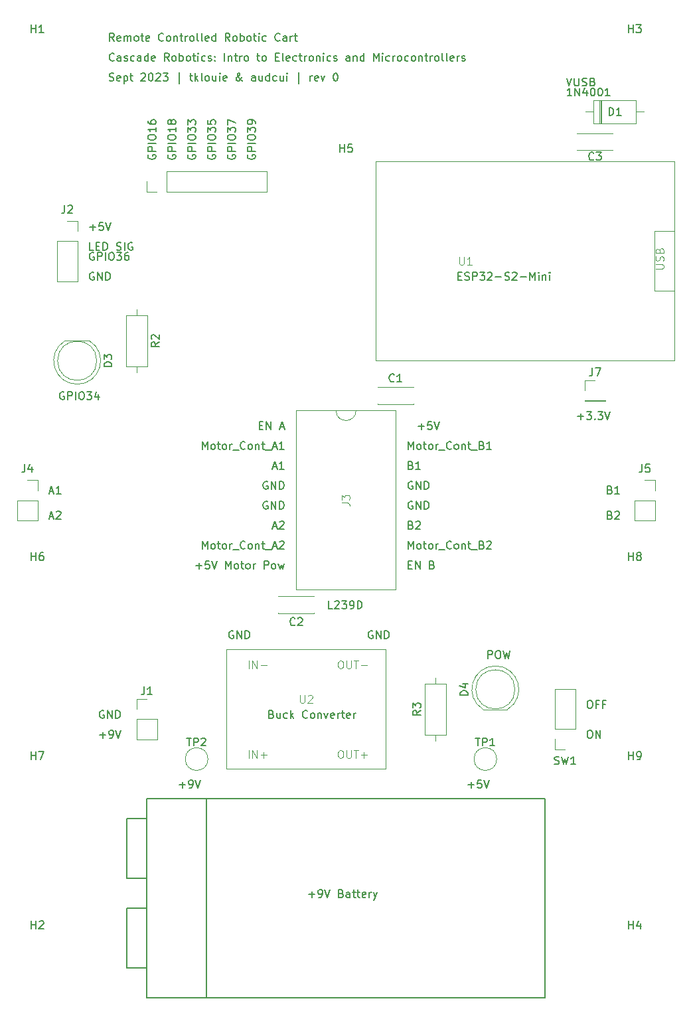
<source format=gbr>
%TF.GenerationSoftware,KiCad,Pcbnew,7.0.5*%
%TF.CreationDate,2023-09-24T23:37:00-04:00*%
%TF.ProjectId,cascade_cart_rev0,63617363-6164-4655-9f63-6172745f7265,rev?*%
%TF.SameCoordinates,Original*%
%TF.FileFunction,Legend,Top*%
%TF.FilePolarity,Positive*%
%FSLAX46Y46*%
G04 Gerber Fmt 4.6, Leading zero omitted, Abs format (unit mm)*
G04 Created by KiCad (PCBNEW 7.0.5) date 2023-09-24 23:37:00*
%MOMM*%
%LPD*%
G01*
G04 APERTURE LIST*
%ADD10C,0.150000*%
%ADD11C,0.100000*%
%ADD12C,0.120000*%
G04 APERTURE END LIST*
D10*
X83820000Y-142240000D02*
X86360000Y-142240000D01*
X86360000Y-149860000D01*
X83820000Y-149860000D01*
X83820000Y-142240000D01*
X86360000Y-139700000D02*
X137160000Y-139700000D01*
X137160000Y-165100000D01*
X86360000Y-165100000D01*
X86360000Y-139700000D01*
X86360000Y-139700000D02*
X93980000Y-139700000D01*
X93980000Y-165100000D01*
X86360000Y-165100000D01*
X86360000Y-139700000D01*
X83820000Y-153670000D02*
X86360000Y-153670000D01*
X86360000Y-161290000D01*
X83820000Y-161290000D01*
X83820000Y-153670000D01*
X91627438Y-57559411D02*
X91579819Y-57654649D01*
X91579819Y-57654649D02*
X91579819Y-57797506D01*
X91579819Y-57797506D02*
X91627438Y-57940363D01*
X91627438Y-57940363D02*
X91722676Y-58035601D01*
X91722676Y-58035601D02*
X91817914Y-58083220D01*
X91817914Y-58083220D02*
X92008390Y-58130839D01*
X92008390Y-58130839D02*
X92151247Y-58130839D01*
X92151247Y-58130839D02*
X92341723Y-58083220D01*
X92341723Y-58083220D02*
X92436961Y-58035601D01*
X92436961Y-58035601D02*
X92532200Y-57940363D01*
X92532200Y-57940363D02*
X92579819Y-57797506D01*
X92579819Y-57797506D02*
X92579819Y-57702268D01*
X92579819Y-57702268D02*
X92532200Y-57559411D01*
X92532200Y-57559411D02*
X92484580Y-57511792D01*
X92484580Y-57511792D02*
X92151247Y-57511792D01*
X92151247Y-57511792D02*
X92151247Y-57702268D01*
X92579819Y-57083220D02*
X91579819Y-57083220D01*
X91579819Y-57083220D02*
X91579819Y-56702268D01*
X91579819Y-56702268D02*
X91627438Y-56607030D01*
X91627438Y-56607030D02*
X91675057Y-56559411D01*
X91675057Y-56559411D02*
X91770295Y-56511792D01*
X91770295Y-56511792D02*
X91913152Y-56511792D01*
X91913152Y-56511792D02*
X92008390Y-56559411D01*
X92008390Y-56559411D02*
X92056009Y-56607030D01*
X92056009Y-56607030D02*
X92103628Y-56702268D01*
X92103628Y-56702268D02*
X92103628Y-57083220D01*
X92579819Y-56083220D02*
X91579819Y-56083220D01*
X91579819Y-55416554D02*
X91579819Y-55226078D01*
X91579819Y-55226078D02*
X91627438Y-55130840D01*
X91627438Y-55130840D02*
X91722676Y-55035602D01*
X91722676Y-55035602D02*
X91913152Y-54987983D01*
X91913152Y-54987983D02*
X92246485Y-54987983D01*
X92246485Y-54987983D02*
X92436961Y-55035602D01*
X92436961Y-55035602D02*
X92532200Y-55130840D01*
X92532200Y-55130840D02*
X92579819Y-55226078D01*
X92579819Y-55226078D02*
X92579819Y-55416554D01*
X92579819Y-55416554D02*
X92532200Y-55511792D01*
X92532200Y-55511792D02*
X92436961Y-55607030D01*
X92436961Y-55607030D02*
X92246485Y-55654649D01*
X92246485Y-55654649D02*
X91913152Y-55654649D01*
X91913152Y-55654649D02*
X91722676Y-55607030D01*
X91722676Y-55607030D02*
X91627438Y-55511792D01*
X91627438Y-55511792D02*
X91579819Y-55416554D01*
X91579819Y-54654649D02*
X91579819Y-54035602D01*
X91579819Y-54035602D02*
X91960771Y-54368935D01*
X91960771Y-54368935D02*
X91960771Y-54226078D01*
X91960771Y-54226078D02*
X92008390Y-54130840D01*
X92008390Y-54130840D02*
X92056009Y-54083221D01*
X92056009Y-54083221D02*
X92151247Y-54035602D01*
X92151247Y-54035602D02*
X92389342Y-54035602D01*
X92389342Y-54035602D02*
X92484580Y-54083221D01*
X92484580Y-54083221D02*
X92532200Y-54130840D01*
X92532200Y-54130840D02*
X92579819Y-54226078D01*
X92579819Y-54226078D02*
X92579819Y-54511792D01*
X92579819Y-54511792D02*
X92532200Y-54607030D01*
X92532200Y-54607030D02*
X92484580Y-54654649D01*
X91579819Y-53702268D02*
X91579819Y-53083221D01*
X91579819Y-53083221D02*
X91960771Y-53416554D01*
X91960771Y-53416554D02*
X91960771Y-53273697D01*
X91960771Y-53273697D02*
X92008390Y-53178459D01*
X92008390Y-53178459D02*
X92056009Y-53130840D01*
X92056009Y-53130840D02*
X92151247Y-53083221D01*
X92151247Y-53083221D02*
X92389342Y-53083221D01*
X92389342Y-53083221D02*
X92484580Y-53130840D01*
X92484580Y-53130840D02*
X92532200Y-53178459D01*
X92532200Y-53178459D02*
X92579819Y-53273697D01*
X92579819Y-53273697D02*
X92579819Y-53559411D01*
X92579819Y-53559411D02*
X92532200Y-53654649D01*
X92532200Y-53654649D02*
X92484580Y-53702268D01*
X126066779Y-73006009D02*
X126400112Y-73006009D01*
X126542969Y-73529819D02*
X126066779Y-73529819D01*
X126066779Y-73529819D02*
X126066779Y-72529819D01*
X126066779Y-72529819D02*
X126542969Y-72529819D01*
X126923922Y-73482200D02*
X127066779Y-73529819D01*
X127066779Y-73529819D02*
X127304874Y-73529819D01*
X127304874Y-73529819D02*
X127400112Y-73482200D01*
X127400112Y-73482200D02*
X127447731Y-73434580D01*
X127447731Y-73434580D02*
X127495350Y-73339342D01*
X127495350Y-73339342D02*
X127495350Y-73244104D01*
X127495350Y-73244104D02*
X127447731Y-73148866D01*
X127447731Y-73148866D02*
X127400112Y-73101247D01*
X127400112Y-73101247D02*
X127304874Y-73053628D01*
X127304874Y-73053628D02*
X127114398Y-73006009D01*
X127114398Y-73006009D02*
X127019160Y-72958390D01*
X127019160Y-72958390D02*
X126971541Y-72910771D01*
X126971541Y-72910771D02*
X126923922Y-72815533D01*
X126923922Y-72815533D02*
X126923922Y-72720295D01*
X126923922Y-72720295D02*
X126971541Y-72625057D01*
X126971541Y-72625057D02*
X127019160Y-72577438D01*
X127019160Y-72577438D02*
X127114398Y-72529819D01*
X127114398Y-72529819D02*
X127352493Y-72529819D01*
X127352493Y-72529819D02*
X127495350Y-72577438D01*
X127923922Y-73529819D02*
X127923922Y-72529819D01*
X127923922Y-72529819D02*
X128304874Y-72529819D01*
X128304874Y-72529819D02*
X128400112Y-72577438D01*
X128400112Y-72577438D02*
X128447731Y-72625057D01*
X128447731Y-72625057D02*
X128495350Y-72720295D01*
X128495350Y-72720295D02*
X128495350Y-72863152D01*
X128495350Y-72863152D02*
X128447731Y-72958390D01*
X128447731Y-72958390D02*
X128400112Y-73006009D01*
X128400112Y-73006009D02*
X128304874Y-73053628D01*
X128304874Y-73053628D02*
X127923922Y-73053628D01*
X128828684Y-72529819D02*
X129447731Y-72529819D01*
X129447731Y-72529819D02*
X129114398Y-72910771D01*
X129114398Y-72910771D02*
X129257255Y-72910771D01*
X129257255Y-72910771D02*
X129352493Y-72958390D01*
X129352493Y-72958390D02*
X129400112Y-73006009D01*
X129400112Y-73006009D02*
X129447731Y-73101247D01*
X129447731Y-73101247D02*
X129447731Y-73339342D01*
X129447731Y-73339342D02*
X129400112Y-73434580D01*
X129400112Y-73434580D02*
X129352493Y-73482200D01*
X129352493Y-73482200D02*
X129257255Y-73529819D01*
X129257255Y-73529819D02*
X128971541Y-73529819D01*
X128971541Y-73529819D02*
X128876303Y-73482200D01*
X128876303Y-73482200D02*
X128828684Y-73434580D01*
X129828684Y-72625057D02*
X129876303Y-72577438D01*
X129876303Y-72577438D02*
X129971541Y-72529819D01*
X129971541Y-72529819D02*
X130209636Y-72529819D01*
X130209636Y-72529819D02*
X130304874Y-72577438D01*
X130304874Y-72577438D02*
X130352493Y-72625057D01*
X130352493Y-72625057D02*
X130400112Y-72720295D01*
X130400112Y-72720295D02*
X130400112Y-72815533D01*
X130400112Y-72815533D02*
X130352493Y-72958390D01*
X130352493Y-72958390D02*
X129781065Y-73529819D01*
X129781065Y-73529819D02*
X130400112Y-73529819D01*
X130828684Y-73148866D02*
X131590589Y-73148866D01*
X132019160Y-73482200D02*
X132162017Y-73529819D01*
X132162017Y-73529819D02*
X132400112Y-73529819D01*
X132400112Y-73529819D02*
X132495350Y-73482200D01*
X132495350Y-73482200D02*
X132542969Y-73434580D01*
X132542969Y-73434580D02*
X132590588Y-73339342D01*
X132590588Y-73339342D02*
X132590588Y-73244104D01*
X132590588Y-73244104D02*
X132542969Y-73148866D01*
X132542969Y-73148866D02*
X132495350Y-73101247D01*
X132495350Y-73101247D02*
X132400112Y-73053628D01*
X132400112Y-73053628D02*
X132209636Y-73006009D01*
X132209636Y-73006009D02*
X132114398Y-72958390D01*
X132114398Y-72958390D02*
X132066779Y-72910771D01*
X132066779Y-72910771D02*
X132019160Y-72815533D01*
X132019160Y-72815533D02*
X132019160Y-72720295D01*
X132019160Y-72720295D02*
X132066779Y-72625057D01*
X132066779Y-72625057D02*
X132114398Y-72577438D01*
X132114398Y-72577438D02*
X132209636Y-72529819D01*
X132209636Y-72529819D02*
X132447731Y-72529819D01*
X132447731Y-72529819D02*
X132590588Y-72577438D01*
X132971541Y-72625057D02*
X133019160Y-72577438D01*
X133019160Y-72577438D02*
X133114398Y-72529819D01*
X133114398Y-72529819D02*
X133352493Y-72529819D01*
X133352493Y-72529819D02*
X133447731Y-72577438D01*
X133447731Y-72577438D02*
X133495350Y-72625057D01*
X133495350Y-72625057D02*
X133542969Y-72720295D01*
X133542969Y-72720295D02*
X133542969Y-72815533D01*
X133542969Y-72815533D02*
X133495350Y-72958390D01*
X133495350Y-72958390D02*
X132923922Y-73529819D01*
X132923922Y-73529819D02*
X133542969Y-73529819D01*
X133971541Y-73148866D02*
X134733446Y-73148866D01*
X135209636Y-73529819D02*
X135209636Y-72529819D01*
X135209636Y-72529819D02*
X135542969Y-73244104D01*
X135542969Y-73244104D02*
X135876302Y-72529819D01*
X135876302Y-72529819D02*
X135876302Y-73529819D01*
X136352493Y-73529819D02*
X136352493Y-72863152D01*
X136352493Y-72529819D02*
X136304874Y-72577438D01*
X136304874Y-72577438D02*
X136352493Y-72625057D01*
X136352493Y-72625057D02*
X136400112Y-72577438D01*
X136400112Y-72577438D02*
X136352493Y-72529819D01*
X136352493Y-72529819D02*
X136352493Y-72625057D01*
X136828683Y-72863152D02*
X136828683Y-73529819D01*
X136828683Y-72958390D02*
X136876302Y-72910771D01*
X136876302Y-72910771D02*
X136971540Y-72863152D01*
X136971540Y-72863152D02*
X137114397Y-72863152D01*
X137114397Y-72863152D02*
X137209635Y-72910771D01*
X137209635Y-72910771D02*
X137257254Y-73006009D01*
X137257254Y-73006009D02*
X137257254Y-73529819D01*
X137733445Y-73529819D02*
X137733445Y-72863152D01*
X137733445Y-72529819D02*
X137685826Y-72577438D01*
X137685826Y-72577438D02*
X137733445Y-72625057D01*
X137733445Y-72625057D02*
X137781064Y-72577438D01*
X137781064Y-72577438D02*
X137733445Y-72529819D01*
X137733445Y-72529819D02*
X137733445Y-72625057D01*
X81569160Y-48082200D02*
X81712017Y-48129819D01*
X81712017Y-48129819D02*
X81950112Y-48129819D01*
X81950112Y-48129819D02*
X82045350Y-48082200D01*
X82045350Y-48082200D02*
X82092969Y-48034580D01*
X82092969Y-48034580D02*
X82140588Y-47939342D01*
X82140588Y-47939342D02*
X82140588Y-47844104D01*
X82140588Y-47844104D02*
X82092969Y-47748866D01*
X82092969Y-47748866D02*
X82045350Y-47701247D01*
X82045350Y-47701247D02*
X81950112Y-47653628D01*
X81950112Y-47653628D02*
X81759636Y-47606009D01*
X81759636Y-47606009D02*
X81664398Y-47558390D01*
X81664398Y-47558390D02*
X81616779Y-47510771D01*
X81616779Y-47510771D02*
X81569160Y-47415533D01*
X81569160Y-47415533D02*
X81569160Y-47320295D01*
X81569160Y-47320295D02*
X81616779Y-47225057D01*
X81616779Y-47225057D02*
X81664398Y-47177438D01*
X81664398Y-47177438D02*
X81759636Y-47129819D01*
X81759636Y-47129819D02*
X81997731Y-47129819D01*
X81997731Y-47129819D02*
X82140588Y-47177438D01*
X82950112Y-48082200D02*
X82854874Y-48129819D01*
X82854874Y-48129819D02*
X82664398Y-48129819D01*
X82664398Y-48129819D02*
X82569160Y-48082200D01*
X82569160Y-48082200D02*
X82521541Y-47986961D01*
X82521541Y-47986961D02*
X82521541Y-47606009D01*
X82521541Y-47606009D02*
X82569160Y-47510771D01*
X82569160Y-47510771D02*
X82664398Y-47463152D01*
X82664398Y-47463152D02*
X82854874Y-47463152D01*
X82854874Y-47463152D02*
X82950112Y-47510771D01*
X82950112Y-47510771D02*
X82997731Y-47606009D01*
X82997731Y-47606009D02*
X82997731Y-47701247D01*
X82997731Y-47701247D02*
X82521541Y-47796485D01*
X83426303Y-47463152D02*
X83426303Y-48463152D01*
X83426303Y-47510771D02*
X83521541Y-47463152D01*
X83521541Y-47463152D02*
X83712017Y-47463152D01*
X83712017Y-47463152D02*
X83807255Y-47510771D01*
X83807255Y-47510771D02*
X83854874Y-47558390D01*
X83854874Y-47558390D02*
X83902493Y-47653628D01*
X83902493Y-47653628D02*
X83902493Y-47939342D01*
X83902493Y-47939342D02*
X83854874Y-48034580D01*
X83854874Y-48034580D02*
X83807255Y-48082200D01*
X83807255Y-48082200D02*
X83712017Y-48129819D01*
X83712017Y-48129819D02*
X83521541Y-48129819D01*
X83521541Y-48129819D02*
X83426303Y-48082200D01*
X84188208Y-47463152D02*
X84569160Y-47463152D01*
X84331065Y-47129819D02*
X84331065Y-47986961D01*
X84331065Y-47986961D02*
X84378684Y-48082200D01*
X84378684Y-48082200D02*
X84473922Y-48129819D01*
X84473922Y-48129819D02*
X84569160Y-48129819D01*
X85616780Y-47225057D02*
X85664399Y-47177438D01*
X85664399Y-47177438D02*
X85759637Y-47129819D01*
X85759637Y-47129819D02*
X85997732Y-47129819D01*
X85997732Y-47129819D02*
X86092970Y-47177438D01*
X86092970Y-47177438D02*
X86140589Y-47225057D01*
X86140589Y-47225057D02*
X86188208Y-47320295D01*
X86188208Y-47320295D02*
X86188208Y-47415533D01*
X86188208Y-47415533D02*
X86140589Y-47558390D01*
X86140589Y-47558390D02*
X85569161Y-48129819D01*
X85569161Y-48129819D02*
X86188208Y-48129819D01*
X86807256Y-47129819D02*
X86902494Y-47129819D01*
X86902494Y-47129819D02*
X86997732Y-47177438D01*
X86997732Y-47177438D02*
X87045351Y-47225057D01*
X87045351Y-47225057D02*
X87092970Y-47320295D01*
X87092970Y-47320295D02*
X87140589Y-47510771D01*
X87140589Y-47510771D02*
X87140589Y-47748866D01*
X87140589Y-47748866D02*
X87092970Y-47939342D01*
X87092970Y-47939342D02*
X87045351Y-48034580D01*
X87045351Y-48034580D02*
X86997732Y-48082200D01*
X86997732Y-48082200D02*
X86902494Y-48129819D01*
X86902494Y-48129819D02*
X86807256Y-48129819D01*
X86807256Y-48129819D02*
X86712018Y-48082200D01*
X86712018Y-48082200D02*
X86664399Y-48034580D01*
X86664399Y-48034580D02*
X86616780Y-47939342D01*
X86616780Y-47939342D02*
X86569161Y-47748866D01*
X86569161Y-47748866D02*
X86569161Y-47510771D01*
X86569161Y-47510771D02*
X86616780Y-47320295D01*
X86616780Y-47320295D02*
X86664399Y-47225057D01*
X86664399Y-47225057D02*
X86712018Y-47177438D01*
X86712018Y-47177438D02*
X86807256Y-47129819D01*
X87521542Y-47225057D02*
X87569161Y-47177438D01*
X87569161Y-47177438D02*
X87664399Y-47129819D01*
X87664399Y-47129819D02*
X87902494Y-47129819D01*
X87902494Y-47129819D02*
X87997732Y-47177438D01*
X87997732Y-47177438D02*
X88045351Y-47225057D01*
X88045351Y-47225057D02*
X88092970Y-47320295D01*
X88092970Y-47320295D02*
X88092970Y-47415533D01*
X88092970Y-47415533D02*
X88045351Y-47558390D01*
X88045351Y-47558390D02*
X87473923Y-48129819D01*
X87473923Y-48129819D02*
X88092970Y-48129819D01*
X88426304Y-47129819D02*
X89045351Y-47129819D01*
X89045351Y-47129819D02*
X88712018Y-47510771D01*
X88712018Y-47510771D02*
X88854875Y-47510771D01*
X88854875Y-47510771D02*
X88950113Y-47558390D01*
X88950113Y-47558390D02*
X88997732Y-47606009D01*
X88997732Y-47606009D02*
X89045351Y-47701247D01*
X89045351Y-47701247D02*
X89045351Y-47939342D01*
X89045351Y-47939342D02*
X88997732Y-48034580D01*
X88997732Y-48034580D02*
X88950113Y-48082200D01*
X88950113Y-48082200D02*
X88854875Y-48129819D01*
X88854875Y-48129819D02*
X88569161Y-48129819D01*
X88569161Y-48129819D02*
X88473923Y-48082200D01*
X88473923Y-48082200D02*
X88426304Y-48034580D01*
X90473923Y-48463152D02*
X90473923Y-47034580D01*
X91807257Y-47463152D02*
X92188209Y-47463152D01*
X91950114Y-47129819D02*
X91950114Y-47986961D01*
X91950114Y-47986961D02*
X91997733Y-48082200D01*
X91997733Y-48082200D02*
X92092971Y-48129819D01*
X92092971Y-48129819D02*
X92188209Y-48129819D01*
X92521543Y-48129819D02*
X92521543Y-47129819D01*
X92616781Y-47748866D02*
X92902495Y-48129819D01*
X92902495Y-47463152D02*
X92521543Y-47844104D01*
X93473924Y-48129819D02*
X93378686Y-48082200D01*
X93378686Y-48082200D02*
X93331067Y-47986961D01*
X93331067Y-47986961D02*
X93331067Y-47129819D01*
X93997734Y-48129819D02*
X93902496Y-48082200D01*
X93902496Y-48082200D02*
X93854877Y-48034580D01*
X93854877Y-48034580D02*
X93807258Y-47939342D01*
X93807258Y-47939342D02*
X93807258Y-47653628D01*
X93807258Y-47653628D02*
X93854877Y-47558390D01*
X93854877Y-47558390D02*
X93902496Y-47510771D01*
X93902496Y-47510771D02*
X93997734Y-47463152D01*
X93997734Y-47463152D02*
X94140591Y-47463152D01*
X94140591Y-47463152D02*
X94235829Y-47510771D01*
X94235829Y-47510771D02*
X94283448Y-47558390D01*
X94283448Y-47558390D02*
X94331067Y-47653628D01*
X94331067Y-47653628D02*
X94331067Y-47939342D01*
X94331067Y-47939342D02*
X94283448Y-48034580D01*
X94283448Y-48034580D02*
X94235829Y-48082200D01*
X94235829Y-48082200D02*
X94140591Y-48129819D01*
X94140591Y-48129819D02*
X93997734Y-48129819D01*
X95188210Y-47463152D02*
X95188210Y-48129819D01*
X94759639Y-47463152D02*
X94759639Y-47986961D01*
X94759639Y-47986961D02*
X94807258Y-48082200D01*
X94807258Y-48082200D02*
X94902496Y-48129819D01*
X94902496Y-48129819D02*
X95045353Y-48129819D01*
X95045353Y-48129819D02*
X95140591Y-48082200D01*
X95140591Y-48082200D02*
X95188210Y-48034580D01*
X95664401Y-48129819D02*
X95664401Y-47463152D01*
X95664401Y-47129819D02*
X95616782Y-47177438D01*
X95616782Y-47177438D02*
X95664401Y-47225057D01*
X95664401Y-47225057D02*
X95712020Y-47177438D01*
X95712020Y-47177438D02*
X95664401Y-47129819D01*
X95664401Y-47129819D02*
X95664401Y-47225057D01*
X96521543Y-48082200D02*
X96426305Y-48129819D01*
X96426305Y-48129819D02*
X96235829Y-48129819D01*
X96235829Y-48129819D02*
X96140591Y-48082200D01*
X96140591Y-48082200D02*
X96092972Y-47986961D01*
X96092972Y-47986961D02*
X96092972Y-47606009D01*
X96092972Y-47606009D02*
X96140591Y-47510771D01*
X96140591Y-47510771D02*
X96235829Y-47463152D01*
X96235829Y-47463152D02*
X96426305Y-47463152D01*
X96426305Y-47463152D02*
X96521543Y-47510771D01*
X96521543Y-47510771D02*
X96569162Y-47606009D01*
X96569162Y-47606009D02*
X96569162Y-47701247D01*
X96569162Y-47701247D02*
X96092972Y-47796485D01*
X98569163Y-48129819D02*
X98521544Y-48129819D01*
X98521544Y-48129819D02*
X98426305Y-48082200D01*
X98426305Y-48082200D02*
X98283448Y-47939342D01*
X98283448Y-47939342D02*
X98045353Y-47653628D01*
X98045353Y-47653628D02*
X97950115Y-47510771D01*
X97950115Y-47510771D02*
X97902496Y-47367914D01*
X97902496Y-47367914D02*
X97902496Y-47272676D01*
X97902496Y-47272676D02*
X97950115Y-47177438D01*
X97950115Y-47177438D02*
X98045353Y-47129819D01*
X98045353Y-47129819D02*
X98092972Y-47129819D01*
X98092972Y-47129819D02*
X98188210Y-47177438D01*
X98188210Y-47177438D02*
X98235829Y-47272676D01*
X98235829Y-47272676D02*
X98235829Y-47320295D01*
X98235829Y-47320295D02*
X98188210Y-47415533D01*
X98188210Y-47415533D02*
X98140591Y-47463152D01*
X98140591Y-47463152D02*
X97854877Y-47653628D01*
X97854877Y-47653628D02*
X97807258Y-47701247D01*
X97807258Y-47701247D02*
X97759639Y-47796485D01*
X97759639Y-47796485D02*
X97759639Y-47939342D01*
X97759639Y-47939342D02*
X97807258Y-48034580D01*
X97807258Y-48034580D02*
X97854877Y-48082200D01*
X97854877Y-48082200D02*
X97950115Y-48129819D01*
X97950115Y-48129819D02*
X98092972Y-48129819D01*
X98092972Y-48129819D02*
X98188210Y-48082200D01*
X98188210Y-48082200D02*
X98235829Y-48034580D01*
X98235829Y-48034580D02*
X98378686Y-47844104D01*
X98378686Y-47844104D02*
X98426305Y-47701247D01*
X98426305Y-47701247D02*
X98426305Y-47606009D01*
X100188210Y-48129819D02*
X100188210Y-47606009D01*
X100188210Y-47606009D02*
X100140591Y-47510771D01*
X100140591Y-47510771D02*
X100045353Y-47463152D01*
X100045353Y-47463152D02*
X99854877Y-47463152D01*
X99854877Y-47463152D02*
X99759639Y-47510771D01*
X100188210Y-48082200D02*
X100092972Y-48129819D01*
X100092972Y-48129819D02*
X99854877Y-48129819D01*
X99854877Y-48129819D02*
X99759639Y-48082200D01*
X99759639Y-48082200D02*
X99712020Y-47986961D01*
X99712020Y-47986961D02*
X99712020Y-47891723D01*
X99712020Y-47891723D02*
X99759639Y-47796485D01*
X99759639Y-47796485D02*
X99854877Y-47748866D01*
X99854877Y-47748866D02*
X100092972Y-47748866D01*
X100092972Y-47748866D02*
X100188210Y-47701247D01*
X101092972Y-47463152D02*
X101092972Y-48129819D01*
X100664401Y-47463152D02*
X100664401Y-47986961D01*
X100664401Y-47986961D02*
X100712020Y-48082200D01*
X100712020Y-48082200D02*
X100807258Y-48129819D01*
X100807258Y-48129819D02*
X100950115Y-48129819D01*
X100950115Y-48129819D02*
X101045353Y-48082200D01*
X101045353Y-48082200D02*
X101092972Y-48034580D01*
X101997734Y-48129819D02*
X101997734Y-47129819D01*
X101997734Y-48082200D02*
X101902496Y-48129819D01*
X101902496Y-48129819D02*
X101712020Y-48129819D01*
X101712020Y-48129819D02*
X101616782Y-48082200D01*
X101616782Y-48082200D02*
X101569163Y-48034580D01*
X101569163Y-48034580D02*
X101521544Y-47939342D01*
X101521544Y-47939342D02*
X101521544Y-47653628D01*
X101521544Y-47653628D02*
X101569163Y-47558390D01*
X101569163Y-47558390D02*
X101616782Y-47510771D01*
X101616782Y-47510771D02*
X101712020Y-47463152D01*
X101712020Y-47463152D02*
X101902496Y-47463152D01*
X101902496Y-47463152D02*
X101997734Y-47510771D01*
X102902496Y-48082200D02*
X102807258Y-48129819D01*
X102807258Y-48129819D02*
X102616782Y-48129819D01*
X102616782Y-48129819D02*
X102521544Y-48082200D01*
X102521544Y-48082200D02*
X102473925Y-48034580D01*
X102473925Y-48034580D02*
X102426306Y-47939342D01*
X102426306Y-47939342D02*
X102426306Y-47653628D01*
X102426306Y-47653628D02*
X102473925Y-47558390D01*
X102473925Y-47558390D02*
X102521544Y-47510771D01*
X102521544Y-47510771D02*
X102616782Y-47463152D01*
X102616782Y-47463152D02*
X102807258Y-47463152D01*
X102807258Y-47463152D02*
X102902496Y-47510771D01*
X103759639Y-47463152D02*
X103759639Y-48129819D01*
X103331068Y-47463152D02*
X103331068Y-47986961D01*
X103331068Y-47986961D02*
X103378687Y-48082200D01*
X103378687Y-48082200D02*
X103473925Y-48129819D01*
X103473925Y-48129819D02*
X103616782Y-48129819D01*
X103616782Y-48129819D02*
X103712020Y-48082200D01*
X103712020Y-48082200D02*
X103759639Y-48034580D01*
X104235830Y-48129819D02*
X104235830Y-47463152D01*
X104235830Y-47129819D02*
X104188211Y-47177438D01*
X104188211Y-47177438D02*
X104235830Y-47225057D01*
X104235830Y-47225057D02*
X104283449Y-47177438D01*
X104283449Y-47177438D02*
X104235830Y-47129819D01*
X104235830Y-47129819D02*
X104235830Y-47225057D01*
X105712020Y-48463152D02*
X105712020Y-47034580D01*
X107188211Y-48129819D02*
X107188211Y-47463152D01*
X107188211Y-47653628D02*
X107235830Y-47558390D01*
X107235830Y-47558390D02*
X107283449Y-47510771D01*
X107283449Y-47510771D02*
X107378687Y-47463152D01*
X107378687Y-47463152D02*
X107473925Y-47463152D01*
X108188211Y-48082200D02*
X108092973Y-48129819D01*
X108092973Y-48129819D02*
X107902497Y-48129819D01*
X107902497Y-48129819D02*
X107807259Y-48082200D01*
X107807259Y-48082200D02*
X107759640Y-47986961D01*
X107759640Y-47986961D02*
X107759640Y-47606009D01*
X107759640Y-47606009D02*
X107807259Y-47510771D01*
X107807259Y-47510771D02*
X107902497Y-47463152D01*
X107902497Y-47463152D02*
X108092973Y-47463152D01*
X108092973Y-47463152D02*
X108188211Y-47510771D01*
X108188211Y-47510771D02*
X108235830Y-47606009D01*
X108235830Y-47606009D02*
X108235830Y-47701247D01*
X108235830Y-47701247D02*
X107759640Y-47796485D01*
X108569164Y-47463152D02*
X108807259Y-48129819D01*
X108807259Y-48129819D02*
X109045354Y-47463152D01*
X110378688Y-47129819D02*
X110473926Y-47129819D01*
X110473926Y-47129819D02*
X110569164Y-47177438D01*
X110569164Y-47177438D02*
X110616783Y-47225057D01*
X110616783Y-47225057D02*
X110664402Y-47320295D01*
X110664402Y-47320295D02*
X110712021Y-47510771D01*
X110712021Y-47510771D02*
X110712021Y-47748866D01*
X110712021Y-47748866D02*
X110664402Y-47939342D01*
X110664402Y-47939342D02*
X110616783Y-48034580D01*
X110616783Y-48034580D02*
X110569164Y-48082200D01*
X110569164Y-48082200D02*
X110473926Y-48129819D01*
X110473926Y-48129819D02*
X110378688Y-48129819D01*
X110378688Y-48129819D02*
X110283450Y-48082200D01*
X110283450Y-48082200D02*
X110235831Y-48034580D01*
X110235831Y-48034580D02*
X110188212Y-47939342D01*
X110188212Y-47939342D02*
X110140593Y-47748866D01*
X110140593Y-47748866D02*
X110140593Y-47510771D01*
X110140593Y-47510771D02*
X110188212Y-47320295D01*
X110188212Y-47320295D02*
X110235831Y-47225057D01*
X110235831Y-47225057D02*
X110283450Y-47177438D01*
X110283450Y-47177438D02*
X110378688Y-47129819D01*
X129876779Y-121789819D02*
X129876779Y-120789819D01*
X129876779Y-120789819D02*
X130257731Y-120789819D01*
X130257731Y-120789819D02*
X130352969Y-120837438D01*
X130352969Y-120837438D02*
X130400588Y-120885057D01*
X130400588Y-120885057D02*
X130448207Y-120980295D01*
X130448207Y-120980295D02*
X130448207Y-121123152D01*
X130448207Y-121123152D02*
X130400588Y-121218390D01*
X130400588Y-121218390D02*
X130352969Y-121266009D01*
X130352969Y-121266009D02*
X130257731Y-121313628D01*
X130257731Y-121313628D02*
X129876779Y-121313628D01*
X131067255Y-120789819D02*
X131257731Y-120789819D01*
X131257731Y-120789819D02*
X131352969Y-120837438D01*
X131352969Y-120837438D02*
X131448207Y-120932676D01*
X131448207Y-120932676D02*
X131495826Y-121123152D01*
X131495826Y-121123152D02*
X131495826Y-121456485D01*
X131495826Y-121456485D02*
X131448207Y-121646961D01*
X131448207Y-121646961D02*
X131352969Y-121742200D01*
X131352969Y-121742200D02*
X131257731Y-121789819D01*
X131257731Y-121789819D02*
X131067255Y-121789819D01*
X131067255Y-121789819D02*
X130972017Y-121742200D01*
X130972017Y-121742200D02*
X130876779Y-121646961D01*
X130876779Y-121646961D02*
X130829160Y-121456485D01*
X130829160Y-121456485D02*
X130829160Y-121123152D01*
X130829160Y-121123152D02*
X130876779Y-120932676D01*
X130876779Y-120932676D02*
X130972017Y-120837438D01*
X130972017Y-120837438D02*
X131067255Y-120789819D01*
X131829160Y-120789819D02*
X132067255Y-121789819D01*
X132067255Y-121789819D02*
X132257731Y-121075533D01*
X132257731Y-121075533D02*
X132448207Y-121789819D01*
X132448207Y-121789819D02*
X132686303Y-120789819D01*
X107016779Y-151888866D02*
X107778684Y-151888866D01*
X107397731Y-152269819D02*
X107397731Y-151507914D01*
X108302493Y-152269819D02*
X108492969Y-152269819D01*
X108492969Y-152269819D02*
X108588207Y-152222200D01*
X108588207Y-152222200D02*
X108635826Y-152174580D01*
X108635826Y-152174580D02*
X108731064Y-152031723D01*
X108731064Y-152031723D02*
X108778683Y-151841247D01*
X108778683Y-151841247D02*
X108778683Y-151460295D01*
X108778683Y-151460295D02*
X108731064Y-151365057D01*
X108731064Y-151365057D02*
X108683445Y-151317438D01*
X108683445Y-151317438D02*
X108588207Y-151269819D01*
X108588207Y-151269819D02*
X108397731Y-151269819D01*
X108397731Y-151269819D02*
X108302493Y-151317438D01*
X108302493Y-151317438D02*
X108254874Y-151365057D01*
X108254874Y-151365057D02*
X108207255Y-151460295D01*
X108207255Y-151460295D02*
X108207255Y-151698390D01*
X108207255Y-151698390D02*
X108254874Y-151793628D01*
X108254874Y-151793628D02*
X108302493Y-151841247D01*
X108302493Y-151841247D02*
X108397731Y-151888866D01*
X108397731Y-151888866D02*
X108588207Y-151888866D01*
X108588207Y-151888866D02*
X108683445Y-151841247D01*
X108683445Y-151841247D02*
X108731064Y-151793628D01*
X108731064Y-151793628D02*
X108778683Y-151698390D01*
X109064398Y-151269819D02*
X109397731Y-152269819D01*
X109397731Y-152269819D02*
X109731064Y-151269819D01*
X111159636Y-151746009D02*
X111302493Y-151793628D01*
X111302493Y-151793628D02*
X111350112Y-151841247D01*
X111350112Y-151841247D02*
X111397731Y-151936485D01*
X111397731Y-151936485D02*
X111397731Y-152079342D01*
X111397731Y-152079342D02*
X111350112Y-152174580D01*
X111350112Y-152174580D02*
X111302493Y-152222200D01*
X111302493Y-152222200D02*
X111207255Y-152269819D01*
X111207255Y-152269819D02*
X110826303Y-152269819D01*
X110826303Y-152269819D02*
X110826303Y-151269819D01*
X110826303Y-151269819D02*
X111159636Y-151269819D01*
X111159636Y-151269819D02*
X111254874Y-151317438D01*
X111254874Y-151317438D02*
X111302493Y-151365057D01*
X111302493Y-151365057D02*
X111350112Y-151460295D01*
X111350112Y-151460295D02*
X111350112Y-151555533D01*
X111350112Y-151555533D02*
X111302493Y-151650771D01*
X111302493Y-151650771D02*
X111254874Y-151698390D01*
X111254874Y-151698390D02*
X111159636Y-151746009D01*
X111159636Y-151746009D02*
X110826303Y-151746009D01*
X112254874Y-152269819D02*
X112254874Y-151746009D01*
X112254874Y-151746009D02*
X112207255Y-151650771D01*
X112207255Y-151650771D02*
X112112017Y-151603152D01*
X112112017Y-151603152D02*
X111921541Y-151603152D01*
X111921541Y-151603152D02*
X111826303Y-151650771D01*
X112254874Y-152222200D02*
X112159636Y-152269819D01*
X112159636Y-152269819D02*
X111921541Y-152269819D01*
X111921541Y-152269819D02*
X111826303Y-152222200D01*
X111826303Y-152222200D02*
X111778684Y-152126961D01*
X111778684Y-152126961D02*
X111778684Y-152031723D01*
X111778684Y-152031723D02*
X111826303Y-151936485D01*
X111826303Y-151936485D02*
X111921541Y-151888866D01*
X111921541Y-151888866D02*
X112159636Y-151888866D01*
X112159636Y-151888866D02*
X112254874Y-151841247D01*
X112588208Y-151603152D02*
X112969160Y-151603152D01*
X112731065Y-151269819D02*
X112731065Y-152126961D01*
X112731065Y-152126961D02*
X112778684Y-152222200D01*
X112778684Y-152222200D02*
X112873922Y-152269819D01*
X112873922Y-152269819D02*
X112969160Y-152269819D01*
X113159637Y-151603152D02*
X113540589Y-151603152D01*
X113302494Y-151269819D02*
X113302494Y-152126961D01*
X113302494Y-152126961D02*
X113350113Y-152222200D01*
X113350113Y-152222200D02*
X113445351Y-152269819D01*
X113445351Y-152269819D02*
X113540589Y-152269819D01*
X114254875Y-152222200D02*
X114159637Y-152269819D01*
X114159637Y-152269819D02*
X113969161Y-152269819D01*
X113969161Y-152269819D02*
X113873923Y-152222200D01*
X113873923Y-152222200D02*
X113826304Y-152126961D01*
X113826304Y-152126961D02*
X113826304Y-151746009D01*
X113826304Y-151746009D02*
X113873923Y-151650771D01*
X113873923Y-151650771D02*
X113969161Y-151603152D01*
X113969161Y-151603152D02*
X114159637Y-151603152D01*
X114159637Y-151603152D02*
X114254875Y-151650771D01*
X114254875Y-151650771D02*
X114302494Y-151746009D01*
X114302494Y-151746009D02*
X114302494Y-151841247D01*
X114302494Y-151841247D02*
X113826304Y-151936485D01*
X114731066Y-152269819D02*
X114731066Y-151603152D01*
X114731066Y-151793628D02*
X114778685Y-151698390D01*
X114778685Y-151698390D02*
X114826304Y-151650771D01*
X114826304Y-151650771D02*
X114921542Y-151603152D01*
X114921542Y-151603152D02*
X115016780Y-151603152D01*
X115254876Y-151603152D02*
X115492971Y-152269819D01*
X115731066Y-151603152D02*
X115492971Y-152269819D01*
X115492971Y-152269819D02*
X115397733Y-152507914D01*
X115397733Y-152507914D02*
X115350114Y-152555533D01*
X115350114Y-152555533D02*
X115254876Y-152603152D01*
X140560588Y-50034819D02*
X139989160Y-50034819D01*
X140274874Y-50034819D02*
X140274874Y-49034819D01*
X140274874Y-49034819D02*
X140179636Y-49177676D01*
X140179636Y-49177676D02*
X140084398Y-49272914D01*
X140084398Y-49272914D02*
X139989160Y-49320533D01*
X140989160Y-50034819D02*
X140989160Y-49034819D01*
X140989160Y-49034819D02*
X141560588Y-50034819D01*
X141560588Y-50034819D02*
X141560588Y-49034819D01*
X142465350Y-49368152D02*
X142465350Y-50034819D01*
X142227255Y-48987200D02*
X141989160Y-49701485D01*
X141989160Y-49701485D02*
X142608207Y-49701485D01*
X143179636Y-49034819D02*
X143274874Y-49034819D01*
X143274874Y-49034819D02*
X143370112Y-49082438D01*
X143370112Y-49082438D02*
X143417731Y-49130057D01*
X143417731Y-49130057D02*
X143465350Y-49225295D01*
X143465350Y-49225295D02*
X143512969Y-49415771D01*
X143512969Y-49415771D02*
X143512969Y-49653866D01*
X143512969Y-49653866D02*
X143465350Y-49844342D01*
X143465350Y-49844342D02*
X143417731Y-49939580D01*
X143417731Y-49939580D02*
X143370112Y-49987200D01*
X143370112Y-49987200D02*
X143274874Y-50034819D01*
X143274874Y-50034819D02*
X143179636Y-50034819D01*
X143179636Y-50034819D02*
X143084398Y-49987200D01*
X143084398Y-49987200D02*
X143036779Y-49939580D01*
X143036779Y-49939580D02*
X142989160Y-49844342D01*
X142989160Y-49844342D02*
X142941541Y-49653866D01*
X142941541Y-49653866D02*
X142941541Y-49415771D01*
X142941541Y-49415771D02*
X142989160Y-49225295D01*
X142989160Y-49225295D02*
X143036779Y-49130057D01*
X143036779Y-49130057D02*
X143084398Y-49082438D01*
X143084398Y-49082438D02*
X143179636Y-49034819D01*
X144132017Y-49034819D02*
X144227255Y-49034819D01*
X144227255Y-49034819D02*
X144322493Y-49082438D01*
X144322493Y-49082438D02*
X144370112Y-49130057D01*
X144370112Y-49130057D02*
X144417731Y-49225295D01*
X144417731Y-49225295D02*
X144465350Y-49415771D01*
X144465350Y-49415771D02*
X144465350Y-49653866D01*
X144465350Y-49653866D02*
X144417731Y-49844342D01*
X144417731Y-49844342D02*
X144370112Y-49939580D01*
X144370112Y-49939580D02*
X144322493Y-49987200D01*
X144322493Y-49987200D02*
X144227255Y-50034819D01*
X144227255Y-50034819D02*
X144132017Y-50034819D01*
X144132017Y-50034819D02*
X144036779Y-49987200D01*
X144036779Y-49987200D02*
X143989160Y-49939580D01*
X143989160Y-49939580D02*
X143941541Y-49844342D01*
X143941541Y-49844342D02*
X143893922Y-49653866D01*
X143893922Y-49653866D02*
X143893922Y-49415771D01*
X143893922Y-49415771D02*
X143941541Y-49225295D01*
X143941541Y-49225295D02*
X143989160Y-49130057D01*
X143989160Y-49130057D02*
X144036779Y-49082438D01*
X144036779Y-49082438D02*
X144132017Y-49034819D01*
X145417731Y-50034819D02*
X144846303Y-50034819D01*
X145132017Y-50034819D02*
X145132017Y-49034819D01*
X145132017Y-49034819D02*
X145036779Y-49177676D01*
X145036779Y-49177676D02*
X144941541Y-49272914D01*
X144941541Y-49272914D02*
X144846303Y-49320533D01*
X73949160Y-100504104D02*
X74425350Y-100504104D01*
X73853922Y-100789819D02*
X74187255Y-99789819D01*
X74187255Y-99789819D02*
X74520588Y-100789819D01*
X75377731Y-100789819D02*
X74806303Y-100789819D01*
X75092017Y-100789819D02*
X75092017Y-99789819D01*
X75092017Y-99789819D02*
X74996779Y-99932676D01*
X74996779Y-99932676D02*
X74901541Y-100027914D01*
X74901541Y-100027914D02*
X74806303Y-100075533D01*
X73949160Y-103724104D02*
X74425350Y-103724104D01*
X73853922Y-104009819D02*
X74187255Y-103009819D01*
X74187255Y-103009819D02*
X74520588Y-104009819D01*
X74806303Y-103105057D02*
X74853922Y-103057438D01*
X74853922Y-103057438D02*
X74949160Y-103009819D01*
X74949160Y-103009819D02*
X75187255Y-103009819D01*
X75187255Y-103009819D02*
X75282493Y-103057438D01*
X75282493Y-103057438D02*
X75330112Y-103105057D01*
X75330112Y-103105057D02*
X75377731Y-103200295D01*
X75377731Y-103200295D02*
X75377731Y-103295533D01*
X75377731Y-103295533D02*
X75330112Y-103438390D01*
X75330112Y-103438390D02*
X74758684Y-104009819D01*
X74758684Y-104009819D02*
X75377731Y-104009819D01*
X75790588Y-87817438D02*
X75695350Y-87769819D01*
X75695350Y-87769819D02*
X75552493Y-87769819D01*
X75552493Y-87769819D02*
X75409636Y-87817438D01*
X75409636Y-87817438D02*
X75314398Y-87912676D01*
X75314398Y-87912676D02*
X75266779Y-88007914D01*
X75266779Y-88007914D02*
X75219160Y-88198390D01*
X75219160Y-88198390D02*
X75219160Y-88341247D01*
X75219160Y-88341247D02*
X75266779Y-88531723D01*
X75266779Y-88531723D02*
X75314398Y-88626961D01*
X75314398Y-88626961D02*
X75409636Y-88722200D01*
X75409636Y-88722200D02*
X75552493Y-88769819D01*
X75552493Y-88769819D02*
X75647731Y-88769819D01*
X75647731Y-88769819D02*
X75790588Y-88722200D01*
X75790588Y-88722200D02*
X75838207Y-88674580D01*
X75838207Y-88674580D02*
X75838207Y-88341247D01*
X75838207Y-88341247D02*
X75647731Y-88341247D01*
X76266779Y-88769819D02*
X76266779Y-87769819D01*
X76266779Y-87769819D02*
X76647731Y-87769819D01*
X76647731Y-87769819D02*
X76742969Y-87817438D01*
X76742969Y-87817438D02*
X76790588Y-87865057D01*
X76790588Y-87865057D02*
X76838207Y-87960295D01*
X76838207Y-87960295D02*
X76838207Y-88103152D01*
X76838207Y-88103152D02*
X76790588Y-88198390D01*
X76790588Y-88198390D02*
X76742969Y-88246009D01*
X76742969Y-88246009D02*
X76647731Y-88293628D01*
X76647731Y-88293628D02*
X76266779Y-88293628D01*
X77266779Y-88769819D02*
X77266779Y-87769819D01*
X77933445Y-87769819D02*
X78123921Y-87769819D01*
X78123921Y-87769819D02*
X78219159Y-87817438D01*
X78219159Y-87817438D02*
X78314397Y-87912676D01*
X78314397Y-87912676D02*
X78362016Y-88103152D01*
X78362016Y-88103152D02*
X78362016Y-88436485D01*
X78362016Y-88436485D02*
X78314397Y-88626961D01*
X78314397Y-88626961D02*
X78219159Y-88722200D01*
X78219159Y-88722200D02*
X78123921Y-88769819D01*
X78123921Y-88769819D02*
X77933445Y-88769819D01*
X77933445Y-88769819D02*
X77838207Y-88722200D01*
X77838207Y-88722200D02*
X77742969Y-88626961D01*
X77742969Y-88626961D02*
X77695350Y-88436485D01*
X77695350Y-88436485D02*
X77695350Y-88103152D01*
X77695350Y-88103152D02*
X77742969Y-87912676D01*
X77742969Y-87912676D02*
X77838207Y-87817438D01*
X77838207Y-87817438D02*
X77933445Y-87769819D01*
X78695350Y-87769819D02*
X79314397Y-87769819D01*
X79314397Y-87769819D02*
X78981064Y-88150771D01*
X78981064Y-88150771D02*
X79123921Y-88150771D01*
X79123921Y-88150771D02*
X79219159Y-88198390D01*
X79219159Y-88198390D02*
X79266778Y-88246009D01*
X79266778Y-88246009D02*
X79314397Y-88341247D01*
X79314397Y-88341247D02*
X79314397Y-88579342D01*
X79314397Y-88579342D02*
X79266778Y-88674580D01*
X79266778Y-88674580D02*
X79219159Y-88722200D01*
X79219159Y-88722200D02*
X79123921Y-88769819D01*
X79123921Y-88769819D02*
X78838207Y-88769819D01*
X78838207Y-88769819D02*
X78742969Y-88722200D01*
X78742969Y-88722200D02*
X78695350Y-88674580D01*
X80171540Y-88103152D02*
X80171540Y-88769819D01*
X79933445Y-87722200D02*
X79695350Y-88436485D01*
X79695350Y-88436485D02*
X80314397Y-88436485D01*
X115160588Y-118297438D02*
X115065350Y-118249819D01*
X115065350Y-118249819D02*
X114922493Y-118249819D01*
X114922493Y-118249819D02*
X114779636Y-118297438D01*
X114779636Y-118297438D02*
X114684398Y-118392676D01*
X114684398Y-118392676D02*
X114636779Y-118487914D01*
X114636779Y-118487914D02*
X114589160Y-118678390D01*
X114589160Y-118678390D02*
X114589160Y-118821247D01*
X114589160Y-118821247D02*
X114636779Y-119011723D01*
X114636779Y-119011723D02*
X114684398Y-119106961D01*
X114684398Y-119106961D02*
X114779636Y-119202200D01*
X114779636Y-119202200D02*
X114922493Y-119249819D01*
X114922493Y-119249819D02*
X115017731Y-119249819D01*
X115017731Y-119249819D02*
X115160588Y-119202200D01*
X115160588Y-119202200D02*
X115208207Y-119154580D01*
X115208207Y-119154580D02*
X115208207Y-118821247D01*
X115208207Y-118821247D02*
X115017731Y-118821247D01*
X115636779Y-119249819D02*
X115636779Y-118249819D01*
X115636779Y-118249819D02*
X116208207Y-119249819D01*
X116208207Y-119249819D02*
X116208207Y-118249819D01*
X116684398Y-119249819D02*
X116684398Y-118249819D01*
X116684398Y-118249819D02*
X116922493Y-118249819D01*
X116922493Y-118249819D02*
X117065350Y-118297438D01*
X117065350Y-118297438D02*
X117160588Y-118392676D01*
X117160588Y-118392676D02*
X117208207Y-118487914D01*
X117208207Y-118487914D02*
X117255826Y-118678390D01*
X117255826Y-118678390D02*
X117255826Y-118821247D01*
X117255826Y-118821247D02*
X117208207Y-119011723D01*
X117208207Y-119011723D02*
X117160588Y-119106961D01*
X117160588Y-119106961D02*
X117065350Y-119202200D01*
X117065350Y-119202200D02*
X116922493Y-119249819D01*
X116922493Y-119249819D02*
X116684398Y-119249819D01*
X79600588Y-70037438D02*
X79505350Y-69989819D01*
X79505350Y-69989819D02*
X79362493Y-69989819D01*
X79362493Y-69989819D02*
X79219636Y-70037438D01*
X79219636Y-70037438D02*
X79124398Y-70132676D01*
X79124398Y-70132676D02*
X79076779Y-70227914D01*
X79076779Y-70227914D02*
X79029160Y-70418390D01*
X79029160Y-70418390D02*
X79029160Y-70561247D01*
X79029160Y-70561247D02*
X79076779Y-70751723D01*
X79076779Y-70751723D02*
X79124398Y-70846961D01*
X79124398Y-70846961D02*
X79219636Y-70942200D01*
X79219636Y-70942200D02*
X79362493Y-70989819D01*
X79362493Y-70989819D02*
X79457731Y-70989819D01*
X79457731Y-70989819D02*
X79600588Y-70942200D01*
X79600588Y-70942200D02*
X79648207Y-70894580D01*
X79648207Y-70894580D02*
X79648207Y-70561247D01*
X79648207Y-70561247D02*
X79457731Y-70561247D01*
X80076779Y-70989819D02*
X80076779Y-69989819D01*
X80076779Y-69989819D02*
X80457731Y-69989819D01*
X80457731Y-69989819D02*
X80552969Y-70037438D01*
X80552969Y-70037438D02*
X80600588Y-70085057D01*
X80600588Y-70085057D02*
X80648207Y-70180295D01*
X80648207Y-70180295D02*
X80648207Y-70323152D01*
X80648207Y-70323152D02*
X80600588Y-70418390D01*
X80600588Y-70418390D02*
X80552969Y-70466009D01*
X80552969Y-70466009D02*
X80457731Y-70513628D01*
X80457731Y-70513628D02*
X80076779Y-70513628D01*
X81076779Y-70989819D02*
X81076779Y-69989819D01*
X81743445Y-69989819D02*
X81933921Y-69989819D01*
X81933921Y-69989819D02*
X82029159Y-70037438D01*
X82029159Y-70037438D02*
X82124397Y-70132676D01*
X82124397Y-70132676D02*
X82172016Y-70323152D01*
X82172016Y-70323152D02*
X82172016Y-70656485D01*
X82172016Y-70656485D02*
X82124397Y-70846961D01*
X82124397Y-70846961D02*
X82029159Y-70942200D01*
X82029159Y-70942200D02*
X81933921Y-70989819D01*
X81933921Y-70989819D02*
X81743445Y-70989819D01*
X81743445Y-70989819D02*
X81648207Y-70942200D01*
X81648207Y-70942200D02*
X81552969Y-70846961D01*
X81552969Y-70846961D02*
X81505350Y-70656485D01*
X81505350Y-70656485D02*
X81505350Y-70323152D01*
X81505350Y-70323152D02*
X81552969Y-70132676D01*
X81552969Y-70132676D02*
X81648207Y-70037438D01*
X81648207Y-70037438D02*
X81743445Y-69989819D01*
X82505350Y-69989819D02*
X83124397Y-69989819D01*
X83124397Y-69989819D02*
X82791064Y-70370771D01*
X82791064Y-70370771D02*
X82933921Y-70370771D01*
X82933921Y-70370771D02*
X83029159Y-70418390D01*
X83029159Y-70418390D02*
X83076778Y-70466009D01*
X83076778Y-70466009D02*
X83124397Y-70561247D01*
X83124397Y-70561247D02*
X83124397Y-70799342D01*
X83124397Y-70799342D02*
X83076778Y-70894580D01*
X83076778Y-70894580D02*
X83029159Y-70942200D01*
X83029159Y-70942200D02*
X82933921Y-70989819D01*
X82933921Y-70989819D02*
X82648207Y-70989819D01*
X82648207Y-70989819D02*
X82552969Y-70942200D01*
X82552969Y-70942200D02*
X82505350Y-70894580D01*
X83981540Y-69989819D02*
X83791064Y-69989819D01*
X83791064Y-69989819D02*
X83695826Y-70037438D01*
X83695826Y-70037438D02*
X83648207Y-70085057D01*
X83648207Y-70085057D02*
X83552969Y-70227914D01*
X83552969Y-70227914D02*
X83505350Y-70418390D01*
X83505350Y-70418390D02*
X83505350Y-70799342D01*
X83505350Y-70799342D02*
X83552969Y-70894580D01*
X83552969Y-70894580D02*
X83600588Y-70942200D01*
X83600588Y-70942200D02*
X83695826Y-70989819D01*
X83695826Y-70989819D02*
X83886302Y-70989819D01*
X83886302Y-70989819D02*
X83981540Y-70942200D01*
X83981540Y-70942200D02*
X84029159Y-70894580D01*
X84029159Y-70894580D02*
X84076778Y-70799342D01*
X84076778Y-70799342D02*
X84076778Y-70561247D01*
X84076778Y-70561247D02*
X84029159Y-70466009D01*
X84029159Y-70466009D02*
X83981540Y-70418390D01*
X83981540Y-70418390D02*
X83886302Y-70370771D01*
X83886302Y-70370771D02*
X83695826Y-70370771D01*
X83695826Y-70370771D02*
X83600588Y-70418390D01*
X83600588Y-70418390D02*
X83552969Y-70466009D01*
X83552969Y-70466009D02*
X83505350Y-70561247D01*
X93422266Y-95119819D02*
X93422266Y-94119819D01*
X93422266Y-94119819D02*
X93755599Y-94834104D01*
X93755599Y-94834104D02*
X94088932Y-94119819D01*
X94088932Y-94119819D02*
X94088932Y-95119819D01*
X94707980Y-95119819D02*
X94612742Y-95072200D01*
X94612742Y-95072200D02*
X94565123Y-95024580D01*
X94565123Y-95024580D02*
X94517504Y-94929342D01*
X94517504Y-94929342D02*
X94517504Y-94643628D01*
X94517504Y-94643628D02*
X94565123Y-94548390D01*
X94565123Y-94548390D02*
X94612742Y-94500771D01*
X94612742Y-94500771D02*
X94707980Y-94453152D01*
X94707980Y-94453152D02*
X94850837Y-94453152D01*
X94850837Y-94453152D02*
X94946075Y-94500771D01*
X94946075Y-94500771D02*
X94993694Y-94548390D01*
X94993694Y-94548390D02*
X95041313Y-94643628D01*
X95041313Y-94643628D02*
X95041313Y-94929342D01*
X95041313Y-94929342D02*
X94993694Y-95024580D01*
X94993694Y-95024580D02*
X94946075Y-95072200D01*
X94946075Y-95072200D02*
X94850837Y-95119819D01*
X94850837Y-95119819D02*
X94707980Y-95119819D01*
X95327028Y-94453152D02*
X95707980Y-94453152D01*
X95469885Y-94119819D02*
X95469885Y-94976961D01*
X95469885Y-94976961D02*
X95517504Y-95072200D01*
X95517504Y-95072200D02*
X95612742Y-95119819D01*
X95612742Y-95119819D02*
X95707980Y-95119819D01*
X96184171Y-95119819D02*
X96088933Y-95072200D01*
X96088933Y-95072200D02*
X96041314Y-95024580D01*
X96041314Y-95024580D02*
X95993695Y-94929342D01*
X95993695Y-94929342D02*
X95993695Y-94643628D01*
X95993695Y-94643628D02*
X96041314Y-94548390D01*
X96041314Y-94548390D02*
X96088933Y-94500771D01*
X96088933Y-94500771D02*
X96184171Y-94453152D01*
X96184171Y-94453152D02*
X96327028Y-94453152D01*
X96327028Y-94453152D02*
X96422266Y-94500771D01*
X96422266Y-94500771D02*
X96469885Y-94548390D01*
X96469885Y-94548390D02*
X96517504Y-94643628D01*
X96517504Y-94643628D02*
X96517504Y-94929342D01*
X96517504Y-94929342D02*
X96469885Y-95024580D01*
X96469885Y-95024580D02*
X96422266Y-95072200D01*
X96422266Y-95072200D02*
X96327028Y-95119819D01*
X96327028Y-95119819D02*
X96184171Y-95119819D01*
X96946076Y-95119819D02*
X96946076Y-94453152D01*
X96946076Y-94643628D02*
X96993695Y-94548390D01*
X96993695Y-94548390D02*
X97041314Y-94500771D01*
X97041314Y-94500771D02*
X97136552Y-94453152D01*
X97136552Y-94453152D02*
X97231790Y-94453152D01*
X97327029Y-95215057D02*
X98088933Y-95215057D01*
X98898457Y-95024580D02*
X98850838Y-95072200D01*
X98850838Y-95072200D02*
X98707981Y-95119819D01*
X98707981Y-95119819D02*
X98612743Y-95119819D01*
X98612743Y-95119819D02*
X98469886Y-95072200D01*
X98469886Y-95072200D02*
X98374648Y-94976961D01*
X98374648Y-94976961D02*
X98327029Y-94881723D01*
X98327029Y-94881723D02*
X98279410Y-94691247D01*
X98279410Y-94691247D02*
X98279410Y-94548390D01*
X98279410Y-94548390D02*
X98327029Y-94357914D01*
X98327029Y-94357914D02*
X98374648Y-94262676D01*
X98374648Y-94262676D02*
X98469886Y-94167438D01*
X98469886Y-94167438D02*
X98612743Y-94119819D01*
X98612743Y-94119819D02*
X98707981Y-94119819D01*
X98707981Y-94119819D02*
X98850838Y-94167438D01*
X98850838Y-94167438D02*
X98898457Y-94215057D01*
X99469886Y-95119819D02*
X99374648Y-95072200D01*
X99374648Y-95072200D02*
X99327029Y-95024580D01*
X99327029Y-95024580D02*
X99279410Y-94929342D01*
X99279410Y-94929342D02*
X99279410Y-94643628D01*
X99279410Y-94643628D02*
X99327029Y-94548390D01*
X99327029Y-94548390D02*
X99374648Y-94500771D01*
X99374648Y-94500771D02*
X99469886Y-94453152D01*
X99469886Y-94453152D02*
X99612743Y-94453152D01*
X99612743Y-94453152D02*
X99707981Y-94500771D01*
X99707981Y-94500771D02*
X99755600Y-94548390D01*
X99755600Y-94548390D02*
X99803219Y-94643628D01*
X99803219Y-94643628D02*
X99803219Y-94929342D01*
X99803219Y-94929342D02*
X99755600Y-95024580D01*
X99755600Y-95024580D02*
X99707981Y-95072200D01*
X99707981Y-95072200D02*
X99612743Y-95119819D01*
X99612743Y-95119819D02*
X99469886Y-95119819D01*
X100231791Y-94453152D02*
X100231791Y-95119819D01*
X100231791Y-94548390D02*
X100279410Y-94500771D01*
X100279410Y-94500771D02*
X100374648Y-94453152D01*
X100374648Y-94453152D02*
X100517505Y-94453152D01*
X100517505Y-94453152D02*
X100612743Y-94500771D01*
X100612743Y-94500771D02*
X100660362Y-94596009D01*
X100660362Y-94596009D02*
X100660362Y-95119819D01*
X100993696Y-94453152D02*
X101374648Y-94453152D01*
X101136553Y-94119819D02*
X101136553Y-94976961D01*
X101136553Y-94976961D02*
X101184172Y-95072200D01*
X101184172Y-95072200D02*
X101279410Y-95119819D01*
X101279410Y-95119819D02*
X101374648Y-95119819D01*
X101469887Y-95215057D02*
X102231791Y-95215057D01*
X102422268Y-94834104D02*
X102898458Y-94834104D01*
X102327030Y-95119819D02*
X102660363Y-94119819D01*
X102660363Y-94119819D02*
X102993696Y-95119819D01*
X103850839Y-95119819D02*
X103279411Y-95119819D01*
X103565125Y-95119819D02*
X103565125Y-94119819D01*
X103565125Y-94119819D02*
X103469887Y-94262676D01*
X103469887Y-94262676D02*
X103374649Y-94357914D01*
X103374649Y-94357914D02*
X103279411Y-94405533D01*
X120050112Y-97136009D02*
X120192969Y-97183628D01*
X120192969Y-97183628D02*
X120240588Y-97231247D01*
X120240588Y-97231247D02*
X120288207Y-97326485D01*
X120288207Y-97326485D02*
X120288207Y-97469342D01*
X120288207Y-97469342D02*
X120240588Y-97564580D01*
X120240588Y-97564580D02*
X120192969Y-97612200D01*
X120192969Y-97612200D02*
X120097731Y-97659819D01*
X120097731Y-97659819D02*
X119716779Y-97659819D01*
X119716779Y-97659819D02*
X119716779Y-96659819D01*
X119716779Y-96659819D02*
X120050112Y-96659819D01*
X120050112Y-96659819D02*
X120145350Y-96707438D01*
X120145350Y-96707438D02*
X120192969Y-96755057D01*
X120192969Y-96755057D02*
X120240588Y-96850295D01*
X120240588Y-96850295D02*
X120240588Y-96945533D01*
X120240588Y-96945533D02*
X120192969Y-97040771D01*
X120192969Y-97040771D02*
X120145350Y-97088390D01*
X120145350Y-97088390D02*
X120050112Y-97136009D01*
X120050112Y-97136009D02*
X119716779Y-97136009D01*
X121240588Y-97659819D02*
X120669160Y-97659819D01*
X120954874Y-97659819D02*
X120954874Y-96659819D01*
X120954874Y-96659819D02*
X120859636Y-96802676D01*
X120859636Y-96802676D02*
X120764398Y-96897914D01*
X120764398Y-96897914D02*
X120669160Y-96945533D01*
X119716779Y-109836009D02*
X120050112Y-109836009D01*
X120192969Y-110359819D02*
X119716779Y-110359819D01*
X119716779Y-110359819D02*
X119716779Y-109359819D01*
X119716779Y-109359819D02*
X120192969Y-109359819D01*
X120621541Y-110359819D02*
X120621541Y-109359819D01*
X120621541Y-109359819D02*
X121192969Y-110359819D01*
X121192969Y-110359819D02*
X121192969Y-109359819D01*
X122764398Y-109836009D02*
X122907255Y-109883628D01*
X122907255Y-109883628D02*
X122954874Y-109931247D01*
X122954874Y-109931247D02*
X123002493Y-110026485D01*
X123002493Y-110026485D02*
X123002493Y-110169342D01*
X123002493Y-110169342D02*
X122954874Y-110264580D01*
X122954874Y-110264580D02*
X122907255Y-110312200D01*
X122907255Y-110312200D02*
X122812017Y-110359819D01*
X122812017Y-110359819D02*
X122431065Y-110359819D01*
X122431065Y-110359819D02*
X122431065Y-109359819D01*
X122431065Y-109359819D02*
X122764398Y-109359819D01*
X122764398Y-109359819D02*
X122859636Y-109407438D01*
X122859636Y-109407438D02*
X122907255Y-109455057D01*
X122907255Y-109455057D02*
X122954874Y-109550295D01*
X122954874Y-109550295D02*
X122954874Y-109645533D01*
X122954874Y-109645533D02*
X122907255Y-109740771D01*
X122907255Y-109740771D02*
X122859636Y-109788390D01*
X122859636Y-109788390D02*
X122764398Y-109836009D01*
X122764398Y-109836009D02*
X122431065Y-109836009D01*
X94167438Y-57559411D02*
X94119819Y-57654649D01*
X94119819Y-57654649D02*
X94119819Y-57797506D01*
X94119819Y-57797506D02*
X94167438Y-57940363D01*
X94167438Y-57940363D02*
X94262676Y-58035601D01*
X94262676Y-58035601D02*
X94357914Y-58083220D01*
X94357914Y-58083220D02*
X94548390Y-58130839D01*
X94548390Y-58130839D02*
X94691247Y-58130839D01*
X94691247Y-58130839D02*
X94881723Y-58083220D01*
X94881723Y-58083220D02*
X94976961Y-58035601D01*
X94976961Y-58035601D02*
X95072200Y-57940363D01*
X95072200Y-57940363D02*
X95119819Y-57797506D01*
X95119819Y-57797506D02*
X95119819Y-57702268D01*
X95119819Y-57702268D02*
X95072200Y-57559411D01*
X95072200Y-57559411D02*
X95024580Y-57511792D01*
X95024580Y-57511792D02*
X94691247Y-57511792D01*
X94691247Y-57511792D02*
X94691247Y-57702268D01*
X95119819Y-57083220D02*
X94119819Y-57083220D01*
X94119819Y-57083220D02*
X94119819Y-56702268D01*
X94119819Y-56702268D02*
X94167438Y-56607030D01*
X94167438Y-56607030D02*
X94215057Y-56559411D01*
X94215057Y-56559411D02*
X94310295Y-56511792D01*
X94310295Y-56511792D02*
X94453152Y-56511792D01*
X94453152Y-56511792D02*
X94548390Y-56559411D01*
X94548390Y-56559411D02*
X94596009Y-56607030D01*
X94596009Y-56607030D02*
X94643628Y-56702268D01*
X94643628Y-56702268D02*
X94643628Y-57083220D01*
X95119819Y-56083220D02*
X94119819Y-56083220D01*
X94119819Y-55416554D02*
X94119819Y-55226078D01*
X94119819Y-55226078D02*
X94167438Y-55130840D01*
X94167438Y-55130840D02*
X94262676Y-55035602D01*
X94262676Y-55035602D02*
X94453152Y-54987983D01*
X94453152Y-54987983D02*
X94786485Y-54987983D01*
X94786485Y-54987983D02*
X94976961Y-55035602D01*
X94976961Y-55035602D02*
X95072200Y-55130840D01*
X95072200Y-55130840D02*
X95119819Y-55226078D01*
X95119819Y-55226078D02*
X95119819Y-55416554D01*
X95119819Y-55416554D02*
X95072200Y-55511792D01*
X95072200Y-55511792D02*
X94976961Y-55607030D01*
X94976961Y-55607030D02*
X94786485Y-55654649D01*
X94786485Y-55654649D02*
X94453152Y-55654649D01*
X94453152Y-55654649D02*
X94262676Y-55607030D01*
X94262676Y-55607030D02*
X94167438Y-55511792D01*
X94167438Y-55511792D02*
X94119819Y-55416554D01*
X94119819Y-54654649D02*
X94119819Y-54035602D01*
X94119819Y-54035602D02*
X94500771Y-54368935D01*
X94500771Y-54368935D02*
X94500771Y-54226078D01*
X94500771Y-54226078D02*
X94548390Y-54130840D01*
X94548390Y-54130840D02*
X94596009Y-54083221D01*
X94596009Y-54083221D02*
X94691247Y-54035602D01*
X94691247Y-54035602D02*
X94929342Y-54035602D01*
X94929342Y-54035602D02*
X95024580Y-54083221D01*
X95024580Y-54083221D02*
X95072200Y-54130840D01*
X95072200Y-54130840D02*
X95119819Y-54226078D01*
X95119819Y-54226078D02*
X95119819Y-54511792D01*
X95119819Y-54511792D02*
X95072200Y-54607030D01*
X95072200Y-54607030D02*
X95024580Y-54654649D01*
X94119819Y-53130840D02*
X94119819Y-53607030D01*
X94119819Y-53607030D02*
X94596009Y-53654649D01*
X94596009Y-53654649D02*
X94548390Y-53607030D01*
X94548390Y-53607030D02*
X94500771Y-53511792D01*
X94500771Y-53511792D02*
X94500771Y-53273697D01*
X94500771Y-53273697D02*
X94548390Y-53178459D01*
X94548390Y-53178459D02*
X94596009Y-53130840D01*
X94596009Y-53130840D02*
X94691247Y-53083221D01*
X94691247Y-53083221D02*
X94929342Y-53083221D01*
X94929342Y-53083221D02*
X95024580Y-53130840D01*
X95024580Y-53130840D02*
X95072200Y-53178459D01*
X95072200Y-53178459D02*
X95119819Y-53273697D01*
X95119819Y-53273697D02*
X95119819Y-53511792D01*
X95119819Y-53511792D02*
X95072200Y-53607030D01*
X95072200Y-53607030D02*
X95024580Y-53654649D01*
X102270112Y-128886009D02*
X102412969Y-128933628D01*
X102412969Y-128933628D02*
X102460588Y-128981247D01*
X102460588Y-128981247D02*
X102508207Y-129076485D01*
X102508207Y-129076485D02*
X102508207Y-129219342D01*
X102508207Y-129219342D02*
X102460588Y-129314580D01*
X102460588Y-129314580D02*
X102412969Y-129362200D01*
X102412969Y-129362200D02*
X102317731Y-129409819D01*
X102317731Y-129409819D02*
X101936779Y-129409819D01*
X101936779Y-129409819D02*
X101936779Y-128409819D01*
X101936779Y-128409819D02*
X102270112Y-128409819D01*
X102270112Y-128409819D02*
X102365350Y-128457438D01*
X102365350Y-128457438D02*
X102412969Y-128505057D01*
X102412969Y-128505057D02*
X102460588Y-128600295D01*
X102460588Y-128600295D02*
X102460588Y-128695533D01*
X102460588Y-128695533D02*
X102412969Y-128790771D01*
X102412969Y-128790771D02*
X102365350Y-128838390D01*
X102365350Y-128838390D02*
X102270112Y-128886009D01*
X102270112Y-128886009D02*
X101936779Y-128886009D01*
X103365350Y-128743152D02*
X103365350Y-129409819D01*
X102936779Y-128743152D02*
X102936779Y-129266961D01*
X102936779Y-129266961D02*
X102984398Y-129362200D01*
X102984398Y-129362200D02*
X103079636Y-129409819D01*
X103079636Y-129409819D02*
X103222493Y-129409819D01*
X103222493Y-129409819D02*
X103317731Y-129362200D01*
X103317731Y-129362200D02*
X103365350Y-129314580D01*
X104270112Y-129362200D02*
X104174874Y-129409819D01*
X104174874Y-129409819D02*
X103984398Y-129409819D01*
X103984398Y-129409819D02*
X103889160Y-129362200D01*
X103889160Y-129362200D02*
X103841541Y-129314580D01*
X103841541Y-129314580D02*
X103793922Y-129219342D01*
X103793922Y-129219342D02*
X103793922Y-128933628D01*
X103793922Y-128933628D02*
X103841541Y-128838390D01*
X103841541Y-128838390D02*
X103889160Y-128790771D01*
X103889160Y-128790771D02*
X103984398Y-128743152D01*
X103984398Y-128743152D02*
X104174874Y-128743152D01*
X104174874Y-128743152D02*
X104270112Y-128790771D01*
X104698684Y-129409819D02*
X104698684Y-128409819D01*
X104793922Y-129028866D02*
X105079636Y-129409819D01*
X105079636Y-128743152D02*
X104698684Y-129124104D01*
X106841541Y-129314580D02*
X106793922Y-129362200D01*
X106793922Y-129362200D02*
X106651065Y-129409819D01*
X106651065Y-129409819D02*
X106555827Y-129409819D01*
X106555827Y-129409819D02*
X106412970Y-129362200D01*
X106412970Y-129362200D02*
X106317732Y-129266961D01*
X106317732Y-129266961D02*
X106270113Y-129171723D01*
X106270113Y-129171723D02*
X106222494Y-128981247D01*
X106222494Y-128981247D02*
X106222494Y-128838390D01*
X106222494Y-128838390D02*
X106270113Y-128647914D01*
X106270113Y-128647914D02*
X106317732Y-128552676D01*
X106317732Y-128552676D02*
X106412970Y-128457438D01*
X106412970Y-128457438D02*
X106555827Y-128409819D01*
X106555827Y-128409819D02*
X106651065Y-128409819D01*
X106651065Y-128409819D02*
X106793922Y-128457438D01*
X106793922Y-128457438D02*
X106841541Y-128505057D01*
X107412970Y-129409819D02*
X107317732Y-129362200D01*
X107317732Y-129362200D02*
X107270113Y-129314580D01*
X107270113Y-129314580D02*
X107222494Y-129219342D01*
X107222494Y-129219342D02*
X107222494Y-128933628D01*
X107222494Y-128933628D02*
X107270113Y-128838390D01*
X107270113Y-128838390D02*
X107317732Y-128790771D01*
X107317732Y-128790771D02*
X107412970Y-128743152D01*
X107412970Y-128743152D02*
X107555827Y-128743152D01*
X107555827Y-128743152D02*
X107651065Y-128790771D01*
X107651065Y-128790771D02*
X107698684Y-128838390D01*
X107698684Y-128838390D02*
X107746303Y-128933628D01*
X107746303Y-128933628D02*
X107746303Y-129219342D01*
X107746303Y-129219342D02*
X107698684Y-129314580D01*
X107698684Y-129314580D02*
X107651065Y-129362200D01*
X107651065Y-129362200D02*
X107555827Y-129409819D01*
X107555827Y-129409819D02*
X107412970Y-129409819D01*
X108174875Y-128743152D02*
X108174875Y-129409819D01*
X108174875Y-128838390D02*
X108222494Y-128790771D01*
X108222494Y-128790771D02*
X108317732Y-128743152D01*
X108317732Y-128743152D02*
X108460589Y-128743152D01*
X108460589Y-128743152D02*
X108555827Y-128790771D01*
X108555827Y-128790771D02*
X108603446Y-128886009D01*
X108603446Y-128886009D02*
X108603446Y-129409819D01*
X108984399Y-128743152D02*
X109222494Y-129409819D01*
X109222494Y-129409819D02*
X109460589Y-128743152D01*
X110222494Y-129362200D02*
X110127256Y-129409819D01*
X110127256Y-129409819D02*
X109936780Y-129409819D01*
X109936780Y-129409819D02*
X109841542Y-129362200D01*
X109841542Y-129362200D02*
X109793923Y-129266961D01*
X109793923Y-129266961D02*
X109793923Y-128886009D01*
X109793923Y-128886009D02*
X109841542Y-128790771D01*
X109841542Y-128790771D02*
X109936780Y-128743152D01*
X109936780Y-128743152D02*
X110127256Y-128743152D01*
X110127256Y-128743152D02*
X110222494Y-128790771D01*
X110222494Y-128790771D02*
X110270113Y-128886009D01*
X110270113Y-128886009D02*
X110270113Y-128981247D01*
X110270113Y-128981247D02*
X109793923Y-129076485D01*
X110698685Y-129409819D02*
X110698685Y-128743152D01*
X110698685Y-128933628D02*
X110746304Y-128838390D01*
X110746304Y-128838390D02*
X110793923Y-128790771D01*
X110793923Y-128790771D02*
X110889161Y-128743152D01*
X110889161Y-128743152D02*
X110984399Y-128743152D01*
X111174876Y-128743152D02*
X111555828Y-128743152D01*
X111317733Y-128409819D02*
X111317733Y-129266961D01*
X111317733Y-129266961D02*
X111365352Y-129362200D01*
X111365352Y-129362200D02*
X111460590Y-129409819D01*
X111460590Y-129409819D02*
X111555828Y-129409819D01*
X112270114Y-129362200D02*
X112174876Y-129409819D01*
X112174876Y-129409819D02*
X111984400Y-129409819D01*
X111984400Y-129409819D02*
X111889162Y-129362200D01*
X111889162Y-129362200D02*
X111841543Y-129266961D01*
X111841543Y-129266961D02*
X111841543Y-128886009D01*
X111841543Y-128886009D02*
X111889162Y-128790771D01*
X111889162Y-128790771D02*
X111984400Y-128743152D01*
X111984400Y-128743152D02*
X112174876Y-128743152D01*
X112174876Y-128743152D02*
X112270114Y-128790771D01*
X112270114Y-128790771D02*
X112317733Y-128886009D01*
X112317733Y-128886009D02*
X112317733Y-128981247D01*
X112317733Y-128981247D02*
X111841543Y-129076485D01*
X112746305Y-129409819D02*
X112746305Y-128743152D01*
X112746305Y-128933628D02*
X112793924Y-128838390D01*
X112793924Y-128838390D02*
X112841543Y-128790771D01*
X112841543Y-128790771D02*
X112936781Y-128743152D01*
X112936781Y-128743152D02*
X113032019Y-128743152D01*
X97380588Y-118297438D02*
X97285350Y-118249819D01*
X97285350Y-118249819D02*
X97142493Y-118249819D01*
X97142493Y-118249819D02*
X96999636Y-118297438D01*
X96999636Y-118297438D02*
X96904398Y-118392676D01*
X96904398Y-118392676D02*
X96856779Y-118487914D01*
X96856779Y-118487914D02*
X96809160Y-118678390D01*
X96809160Y-118678390D02*
X96809160Y-118821247D01*
X96809160Y-118821247D02*
X96856779Y-119011723D01*
X96856779Y-119011723D02*
X96904398Y-119106961D01*
X96904398Y-119106961D02*
X96999636Y-119202200D01*
X96999636Y-119202200D02*
X97142493Y-119249819D01*
X97142493Y-119249819D02*
X97237731Y-119249819D01*
X97237731Y-119249819D02*
X97380588Y-119202200D01*
X97380588Y-119202200D02*
X97428207Y-119154580D01*
X97428207Y-119154580D02*
X97428207Y-118821247D01*
X97428207Y-118821247D02*
X97237731Y-118821247D01*
X97856779Y-119249819D02*
X97856779Y-118249819D01*
X97856779Y-118249819D02*
X98428207Y-119249819D01*
X98428207Y-119249819D02*
X98428207Y-118249819D01*
X98904398Y-119249819D02*
X98904398Y-118249819D01*
X98904398Y-118249819D02*
X99142493Y-118249819D01*
X99142493Y-118249819D02*
X99285350Y-118297438D01*
X99285350Y-118297438D02*
X99380588Y-118392676D01*
X99380588Y-118392676D02*
X99428207Y-118487914D01*
X99428207Y-118487914D02*
X99475826Y-118678390D01*
X99475826Y-118678390D02*
X99475826Y-118821247D01*
X99475826Y-118821247D02*
X99428207Y-119011723D01*
X99428207Y-119011723D02*
X99380588Y-119106961D01*
X99380588Y-119106961D02*
X99285350Y-119202200D01*
X99285350Y-119202200D02*
X99142493Y-119249819D01*
X99142493Y-119249819D02*
X98904398Y-119249819D01*
X120240588Y-99247438D02*
X120145350Y-99199819D01*
X120145350Y-99199819D02*
X120002493Y-99199819D01*
X120002493Y-99199819D02*
X119859636Y-99247438D01*
X119859636Y-99247438D02*
X119764398Y-99342676D01*
X119764398Y-99342676D02*
X119716779Y-99437914D01*
X119716779Y-99437914D02*
X119669160Y-99628390D01*
X119669160Y-99628390D02*
X119669160Y-99771247D01*
X119669160Y-99771247D02*
X119716779Y-99961723D01*
X119716779Y-99961723D02*
X119764398Y-100056961D01*
X119764398Y-100056961D02*
X119859636Y-100152200D01*
X119859636Y-100152200D02*
X120002493Y-100199819D01*
X120002493Y-100199819D02*
X120097731Y-100199819D01*
X120097731Y-100199819D02*
X120240588Y-100152200D01*
X120240588Y-100152200D02*
X120288207Y-100104580D01*
X120288207Y-100104580D02*
X120288207Y-99771247D01*
X120288207Y-99771247D02*
X120097731Y-99771247D01*
X120716779Y-100199819D02*
X120716779Y-99199819D01*
X120716779Y-99199819D02*
X121288207Y-100199819D01*
X121288207Y-100199819D02*
X121288207Y-99199819D01*
X121764398Y-100199819D02*
X121764398Y-99199819D01*
X121764398Y-99199819D02*
X122002493Y-99199819D01*
X122002493Y-99199819D02*
X122145350Y-99247438D01*
X122145350Y-99247438D02*
X122240588Y-99342676D01*
X122240588Y-99342676D02*
X122288207Y-99437914D01*
X122288207Y-99437914D02*
X122335826Y-99628390D01*
X122335826Y-99628390D02*
X122335826Y-99771247D01*
X122335826Y-99771247D02*
X122288207Y-99961723D01*
X122288207Y-99961723D02*
X122240588Y-100056961D01*
X122240588Y-100056961D02*
X122145350Y-100152200D01*
X122145350Y-100152200D02*
X122002493Y-100199819D01*
X122002493Y-100199819D02*
X121764398Y-100199819D01*
X96707438Y-57559411D02*
X96659819Y-57654649D01*
X96659819Y-57654649D02*
X96659819Y-57797506D01*
X96659819Y-57797506D02*
X96707438Y-57940363D01*
X96707438Y-57940363D02*
X96802676Y-58035601D01*
X96802676Y-58035601D02*
X96897914Y-58083220D01*
X96897914Y-58083220D02*
X97088390Y-58130839D01*
X97088390Y-58130839D02*
X97231247Y-58130839D01*
X97231247Y-58130839D02*
X97421723Y-58083220D01*
X97421723Y-58083220D02*
X97516961Y-58035601D01*
X97516961Y-58035601D02*
X97612200Y-57940363D01*
X97612200Y-57940363D02*
X97659819Y-57797506D01*
X97659819Y-57797506D02*
X97659819Y-57702268D01*
X97659819Y-57702268D02*
X97612200Y-57559411D01*
X97612200Y-57559411D02*
X97564580Y-57511792D01*
X97564580Y-57511792D02*
X97231247Y-57511792D01*
X97231247Y-57511792D02*
X97231247Y-57702268D01*
X97659819Y-57083220D02*
X96659819Y-57083220D01*
X96659819Y-57083220D02*
X96659819Y-56702268D01*
X96659819Y-56702268D02*
X96707438Y-56607030D01*
X96707438Y-56607030D02*
X96755057Y-56559411D01*
X96755057Y-56559411D02*
X96850295Y-56511792D01*
X96850295Y-56511792D02*
X96993152Y-56511792D01*
X96993152Y-56511792D02*
X97088390Y-56559411D01*
X97088390Y-56559411D02*
X97136009Y-56607030D01*
X97136009Y-56607030D02*
X97183628Y-56702268D01*
X97183628Y-56702268D02*
X97183628Y-57083220D01*
X97659819Y-56083220D02*
X96659819Y-56083220D01*
X96659819Y-55416554D02*
X96659819Y-55226078D01*
X96659819Y-55226078D02*
X96707438Y-55130840D01*
X96707438Y-55130840D02*
X96802676Y-55035602D01*
X96802676Y-55035602D02*
X96993152Y-54987983D01*
X96993152Y-54987983D02*
X97326485Y-54987983D01*
X97326485Y-54987983D02*
X97516961Y-55035602D01*
X97516961Y-55035602D02*
X97612200Y-55130840D01*
X97612200Y-55130840D02*
X97659819Y-55226078D01*
X97659819Y-55226078D02*
X97659819Y-55416554D01*
X97659819Y-55416554D02*
X97612200Y-55511792D01*
X97612200Y-55511792D02*
X97516961Y-55607030D01*
X97516961Y-55607030D02*
X97326485Y-55654649D01*
X97326485Y-55654649D02*
X96993152Y-55654649D01*
X96993152Y-55654649D02*
X96802676Y-55607030D01*
X96802676Y-55607030D02*
X96707438Y-55511792D01*
X96707438Y-55511792D02*
X96659819Y-55416554D01*
X96659819Y-54654649D02*
X96659819Y-54035602D01*
X96659819Y-54035602D02*
X97040771Y-54368935D01*
X97040771Y-54368935D02*
X97040771Y-54226078D01*
X97040771Y-54226078D02*
X97088390Y-54130840D01*
X97088390Y-54130840D02*
X97136009Y-54083221D01*
X97136009Y-54083221D02*
X97231247Y-54035602D01*
X97231247Y-54035602D02*
X97469342Y-54035602D01*
X97469342Y-54035602D02*
X97564580Y-54083221D01*
X97564580Y-54083221D02*
X97612200Y-54130840D01*
X97612200Y-54130840D02*
X97659819Y-54226078D01*
X97659819Y-54226078D02*
X97659819Y-54511792D01*
X97659819Y-54511792D02*
X97612200Y-54607030D01*
X97612200Y-54607030D02*
X97564580Y-54654649D01*
X96659819Y-53702268D02*
X96659819Y-53035602D01*
X96659819Y-53035602D02*
X97659819Y-53464173D01*
X120240588Y-101787438D02*
X120145350Y-101739819D01*
X120145350Y-101739819D02*
X120002493Y-101739819D01*
X120002493Y-101739819D02*
X119859636Y-101787438D01*
X119859636Y-101787438D02*
X119764398Y-101882676D01*
X119764398Y-101882676D02*
X119716779Y-101977914D01*
X119716779Y-101977914D02*
X119669160Y-102168390D01*
X119669160Y-102168390D02*
X119669160Y-102311247D01*
X119669160Y-102311247D02*
X119716779Y-102501723D01*
X119716779Y-102501723D02*
X119764398Y-102596961D01*
X119764398Y-102596961D02*
X119859636Y-102692200D01*
X119859636Y-102692200D02*
X120002493Y-102739819D01*
X120002493Y-102739819D02*
X120097731Y-102739819D01*
X120097731Y-102739819D02*
X120240588Y-102692200D01*
X120240588Y-102692200D02*
X120288207Y-102644580D01*
X120288207Y-102644580D02*
X120288207Y-102311247D01*
X120288207Y-102311247D02*
X120097731Y-102311247D01*
X120716779Y-102739819D02*
X120716779Y-101739819D01*
X120716779Y-101739819D02*
X121288207Y-102739819D01*
X121288207Y-102739819D02*
X121288207Y-101739819D01*
X121764398Y-102739819D02*
X121764398Y-101739819D01*
X121764398Y-101739819D02*
X122002493Y-101739819D01*
X122002493Y-101739819D02*
X122145350Y-101787438D01*
X122145350Y-101787438D02*
X122240588Y-101882676D01*
X122240588Y-101882676D02*
X122288207Y-101977914D01*
X122288207Y-101977914D02*
X122335826Y-102168390D01*
X122335826Y-102168390D02*
X122335826Y-102311247D01*
X122335826Y-102311247D02*
X122288207Y-102501723D01*
X122288207Y-102501723D02*
X122240588Y-102596961D01*
X122240588Y-102596961D02*
X122145350Y-102692200D01*
X122145350Y-102692200D02*
X122002493Y-102739819D01*
X122002493Y-102739819D02*
X121764398Y-102739819D01*
X86547438Y-57559411D02*
X86499819Y-57654649D01*
X86499819Y-57654649D02*
X86499819Y-57797506D01*
X86499819Y-57797506D02*
X86547438Y-57940363D01*
X86547438Y-57940363D02*
X86642676Y-58035601D01*
X86642676Y-58035601D02*
X86737914Y-58083220D01*
X86737914Y-58083220D02*
X86928390Y-58130839D01*
X86928390Y-58130839D02*
X87071247Y-58130839D01*
X87071247Y-58130839D02*
X87261723Y-58083220D01*
X87261723Y-58083220D02*
X87356961Y-58035601D01*
X87356961Y-58035601D02*
X87452200Y-57940363D01*
X87452200Y-57940363D02*
X87499819Y-57797506D01*
X87499819Y-57797506D02*
X87499819Y-57702268D01*
X87499819Y-57702268D02*
X87452200Y-57559411D01*
X87452200Y-57559411D02*
X87404580Y-57511792D01*
X87404580Y-57511792D02*
X87071247Y-57511792D01*
X87071247Y-57511792D02*
X87071247Y-57702268D01*
X87499819Y-57083220D02*
X86499819Y-57083220D01*
X86499819Y-57083220D02*
X86499819Y-56702268D01*
X86499819Y-56702268D02*
X86547438Y-56607030D01*
X86547438Y-56607030D02*
X86595057Y-56559411D01*
X86595057Y-56559411D02*
X86690295Y-56511792D01*
X86690295Y-56511792D02*
X86833152Y-56511792D01*
X86833152Y-56511792D02*
X86928390Y-56559411D01*
X86928390Y-56559411D02*
X86976009Y-56607030D01*
X86976009Y-56607030D02*
X87023628Y-56702268D01*
X87023628Y-56702268D02*
X87023628Y-57083220D01*
X87499819Y-56083220D02*
X86499819Y-56083220D01*
X86499819Y-55416554D02*
X86499819Y-55226078D01*
X86499819Y-55226078D02*
X86547438Y-55130840D01*
X86547438Y-55130840D02*
X86642676Y-55035602D01*
X86642676Y-55035602D02*
X86833152Y-54987983D01*
X86833152Y-54987983D02*
X87166485Y-54987983D01*
X87166485Y-54987983D02*
X87356961Y-55035602D01*
X87356961Y-55035602D02*
X87452200Y-55130840D01*
X87452200Y-55130840D02*
X87499819Y-55226078D01*
X87499819Y-55226078D02*
X87499819Y-55416554D01*
X87499819Y-55416554D02*
X87452200Y-55511792D01*
X87452200Y-55511792D02*
X87356961Y-55607030D01*
X87356961Y-55607030D02*
X87166485Y-55654649D01*
X87166485Y-55654649D02*
X86833152Y-55654649D01*
X86833152Y-55654649D02*
X86642676Y-55607030D01*
X86642676Y-55607030D02*
X86547438Y-55511792D01*
X86547438Y-55511792D02*
X86499819Y-55416554D01*
X87499819Y-54035602D02*
X87499819Y-54607030D01*
X87499819Y-54321316D02*
X86499819Y-54321316D01*
X86499819Y-54321316D02*
X86642676Y-54416554D01*
X86642676Y-54416554D02*
X86737914Y-54511792D01*
X86737914Y-54511792D02*
X86785533Y-54607030D01*
X86499819Y-53178459D02*
X86499819Y-53368935D01*
X86499819Y-53368935D02*
X86547438Y-53464173D01*
X86547438Y-53464173D02*
X86595057Y-53511792D01*
X86595057Y-53511792D02*
X86737914Y-53607030D01*
X86737914Y-53607030D02*
X86928390Y-53654649D01*
X86928390Y-53654649D02*
X87309342Y-53654649D01*
X87309342Y-53654649D02*
X87404580Y-53607030D01*
X87404580Y-53607030D02*
X87452200Y-53559411D01*
X87452200Y-53559411D02*
X87499819Y-53464173D01*
X87499819Y-53464173D02*
X87499819Y-53273697D01*
X87499819Y-53273697D02*
X87452200Y-53178459D01*
X87452200Y-53178459D02*
X87404580Y-53130840D01*
X87404580Y-53130840D02*
X87309342Y-53083221D01*
X87309342Y-53083221D02*
X87071247Y-53083221D01*
X87071247Y-53083221D02*
X86976009Y-53130840D01*
X86976009Y-53130840D02*
X86928390Y-53178459D01*
X86928390Y-53178459D02*
X86880771Y-53273697D01*
X86880771Y-53273697D02*
X86880771Y-53464173D01*
X86880771Y-53464173D02*
X86928390Y-53559411D01*
X86928390Y-53559411D02*
X86976009Y-53607030D01*
X86976009Y-53607030D02*
X87071247Y-53654649D01*
X127336779Y-137918866D02*
X128098684Y-137918866D01*
X127717731Y-138299819D02*
X127717731Y-137537914D01*
X129051064Y-137299819D02*
X128574874Y-137299819D01*
X128574874Y-137299819D02*
X128527255Y-137776009D01*
X128527255Y-137776009D02*
X128574874Y-137728390D01*
X128574874Y-137728390D02*
X128670112Y-137680771D01*
X128670112Y-137680771D02*
X128908207Y-137680771D01*
X128908207Y-137680771D02*
X129003445Y-137728390D01*
X129003445Y-137728390D02*
X129051064Y-137776009D01*
X129051064Y-137776009D02*
X129098683Y-137871247D01*
X129098683Y-137871247D02*
X129098683Y-138109342D01*
X129098683Y-138109342D02*
X129051064Y-138204580D01*
X129051064Y-138204580D02*
X129003445Y-138252200D01*
X129003445Y-138252200D02*
X128908207Y-138299819D01*
X128908207Y-138299819D02*
X128670112Y-138299819D01*
X128670112Y-138299819D02*
X128574874Y-138252200D01*
X128574874Y-138252200D02*
X128527255Y-138204580D01*
X129384398Y-137299819D02*
X129717731Y-138299819D01*
X129717731Y-138299819D02*
X130051064Y-137299819D01*
X89087438Y-57559411D02*
X89039819Y-57654649D01*
X89039819Y-57654649D02*
X89039819Y-57797506D01*
X89039819Y-57797506D02*
X89087438Y-57940363D01*
X89087438Y-57940363D02*
X89182676Y-58035601D01*
X89182676Y-58035601D02*
X89277914Y-58083220D01*
X89277914Y-58083220D02*
X89468390Y-58130839D01*
X89468390Y-58130839D02*
X89611247Y-58130839D01*
X89611247Y-58130839D02*
X89801723Y-58083220D01*
X89801723Y-58083220D02*
X89896961Y-58035601D01*
X89896961Y-58035601D02*
X89992200Y-57940363D01*
X89992200Y-57940363D02*
X90039819Y-57797506D01*
X90039819Y-57797506D02*
X90039819Y-57702268D01*
X90039819Y-57702268D02*
X89992200Y-57559411D01*
X89992200Y-57559411D02*
X89944580Y-57511792D01*
X89944580Y-57511792D02*
X89611247Y-57511792D01*
X89611247Y-57511792D02*
X89611247Y-57702268D01*
X90039819Y-57083220D02*
X89039819Y-57083220D01*
X89039819Y-57083220D02*
X89039819Y-56702268D01*
X89039819Y-56702268D02*
X89087438Y-56607030D01*
X89087438Y-56607030D02*
X89135057Y-56559411D01*
X89135057Y-56559411D02*
X89230295Y-56511792D01*
X89230295Y-56511792D02*
X89373152Y-56511792D01*
X89373152Y-56511792D02*
X89468390Y-56559411D01*
X89468390Y-56559411D02*
X89516009Y-56607030D01*
X89516009Y-56607030D02*
X89563628Y-56702268D01*
X89563628Y-56702268D02*
X89563628Y-57083220D01*
X90039819Y-56083220D02*
X89039819Y-56083220D01*
X89039819Y-55416554D02*
X89039819Y-55226078D01*
X89039819Y-55226078D02*
X89087438Y-55130840D01*
X89087438Y-55130840D02*
X89182676Y-55035602D01*
X89182676Y-55035602D02*
X89373152Y-54987983D01*
X89373152Y-54987983D02*
X89706485Y-54987983D01*
X89706485Y-54987983D02*
X89896961Y-55035602D01*
X89896961Y-55035602D02*
X89992200Y-55130840D01*
X89992200Y-55130840D02*
X90039819Y-55226078D01*
X90039819Y-55226078D02*
X90039819Y-55416554D01*
X90039819Y-55416554D02*
X89992200Y-55511792D01*
X89992200Y-55511792D02*
X89896961Y-55607030D01*
X89896961Y-55607030D02*
X89706485Y-55654649D01*
X89706485Y-55654649D02*
X89373152Y-55654649D01*
X89373152Y-55654649D02*
X89182676Y-55607030D01*
X89182676Y-55607030D02*
X89087438Y-55511792D01*
X89087438Y-55511792D02*
X89039819Y-55416554D01*
X90039819Y-54035602D02*
X90039819Y-54607030D01*
X90039819Y-54321316D02*
X89039819Y-54321316D01*
X89039819Y-54321316D02*
X89182676Y-54416554D01*
X89182676Y-54416554D02*
X89277914Y-54511792D01*
X89277914Y-54511792D02*
X89325533Y-54607030D01*
X89468390Y-53464173D02*
X89420771Y-53559411D01*
X89420771Y-53559411D02*
X89373152Y-53607030D01*
X89373152Y-53607030D02*
X89277914Y-53654649D01*
X89277914Y-53654649D02*
X89230295Y-53654649D01*
X89230295Y-53654649D02*
X89135057Y-53607030D01*
X89135057Y-53607030D02*
X89087438Y-53559411D01*
X89087438Y-53559411D02*
X89039819Y-53464173D01*
X89039819Y-53464173D02*
X89039819Y-53273697D01*
X89039819Y-53273697D02*
X89087438Y-53178459D01*
X89087438Y-53178459D02*
X89135057Y-53130840D01*
X89135057Y-53130840D02*
X89230295Y-53083221D01*
X89230295Y-53083221D02*
X89277914Y-53083221D01*
X89277914Y-53083221D02*
X89373152Y-53130840D01*
X89373152Y-53130840D02*
X89420771Y-53178459D01*
X89420771Y-53178459D02*
X89468390Y-53273697D01*
X89468390Y-53273697D02*
X89468390Y-53464173D01*
X89468390Y-53464173D02*
X89516009Y-53559411D01*
X89516009Y-53559411D02*
X89563628Y-53607030D01*
X89563628Y-53607030D02*
X89658866Y-53654649D01*
X89658866Y-53654649D02*
X89849342Y-53654649D01*
X89849342Y-53654649D02*
X89944580Y-53607030D01*
X89944580Y-53607030D02*
X89992200Y-53559411D01*
X89992200Y-53559411D02*
X90039819Y-53464173D01*
X90039819Y-53464173D02*
X90039819Y-53273697D01*
X90039819Y-53273697D02*
X89992200Y-53178459D01*
X89992200Y-53178459D02*
X89944580Y-53130840D01*
X89944580Y-53130840D02*
X89849342Y-53083221D01*
X89849342Y-53083221D02*
X89658866Y-53083221D01*
X89658866Y-53083221D02*
X89563628Y-53130840D01*
X89563628Y-53130840D02*
X89516009Y-53178459D01*
X89516009Y-53178459D02*
X89468390Y-53273697D01*
X102422268Y-97374104D02*
X102898458Y-97374104D01*
X102327030Y-97659819D02*
X102660363Y-96659819D01*
X102660363Y-96659819D02*
X102993696Y-97659819D01*
X103850839Y-97659819D02*
X103279411Y-97659819D01*
X103565125Y-97659819D02*
X103565125Y-96659819D01*
X103565125Y-96659819D02*
X103469887Y-96802676D01*
X103469887Y-96802676D02*
X103374649Y-96897914D01*
X103374649Y-96897914D02*
X103279411Y-96945533D01*
X79076779Y-66798866D02*
X79838684Y-66798866D01*
X79457731Y-67179819D02*
X79457731Y-66417914D01*
X80791064Y-66179819D02*
X80314874Y-66179819D01*
X80314874Y-66179819D02*
X80267255Y-66656009D01*
X80267255Y-66656009D02*
X80314874Y-66608390D01*
X80314874Y-66608390D02*
X80410112Y-66560771D01*
X80410112Y-66560771D02*
X80648207Y-66560771D01*
X80648207Y-66560771D02*
X80743445Y-66608390D01*
X80743445Y-66608390D02*
X80791064Y-66656009D01*
X80791064Y-66656009D02*
X80838683Y-66751247D01*
X80838683Y-66751247D02*
X80838683Y-66989342D01*
X80838683Y-66989342D02*
X80791064Y-67084580D01*
X80791064Y-67084580D02*
X80743445Y-67132200D01*
X80743445Y-67132200D02*
X80648207Y-67179819D01*
X80648207Y-67179819D02*
X80410112Y-67179819D01*
X80410112Y-67179819D02*
X80314874Y-67132200D01*
X80314874Y-67132200D02*
X80267255Y-67084580D01*
X81124398Y-66179819D02*
X81457731Y-67179819D01*
X81457731Y-67179819D02*
X81791064Y-66179819D01*
X101755601Y-101787438D02*
X101660363Y-101739819D01*
X101660363Y-101739819D02*
X101517506Y-101739819D01*
X101517506Y-101739819D02*
X101374649Y-101787438D01*
X101374649Y-101787438D02*
X101279411Y-101882676D01*
X101279411Y-101882676D02*
X101231792Y-101977914D01*
X101231792Y-101977914D02*
X101184173Y-102168390D01*
X101184173Y-102168390D02*
X101184173Y-102311247D01*
X101184173Y-102311247D02*
X101231792Y-102501723D01*
X101231792Y-102501723D02*
X101279411Y-102596961D01*
X101279411Y-102596961D02*
X101374649Y-102692200D01*
X101374649Y-102692200D02*
X101517506Y-102739819D01*
X101517506Y-102739819D02*
X101612744Y-102739819D01*
X101612744Y-102739819D02*
X101755601Y-102692200D01*
X101755601Y-102692200D02*
X101803220Y-102644580D01*
X101803220Y-102644580D02*
X101803220Y-102311247D01*
X101803220Y-102311247D02*
X101612744Y-102311247D01*
X102231792Y-102739819D02*
X102231792Y-101739819D01*
X102231792Y-101739819D02*
X102803220Y-102739819D01*
X102803220Y-102739819D02*
X102803220Y-101739819D01*
X103279411Y-102739819D02*
X103279411Y-101739819D01*
X103279411Y-101739819D02*
X103517506Y-101739819D01*
X103517506Y-101739819D02*
X103660363Y-101787438D01*
X103660363Y-101787438D02*
X103755601Y-101882676D01*
X103755601Y-101882676D02*
X103803220Y-101977914D01*
X103803220Y-101977914D02*
X103850839Y-102168390D01*
X103850839Y-102168390D02*
X103850839Y-102311247D01*
X103850839Y-102311247D02*
X103803220Y-102501723D01*
X103803220Y-102501723D02*
X103755601Y-102596961D01*
X103755601Y-102596961D02*
X103660363Y-102692200D01*
X103660363Y-102692200D02*
X103517506Y-102739819D01*
X103517506Y-102739819D02*
X103279411Y-102739819D01*
X79552969Y-69719819D02*
X79076779Y-69719819D01*
X79076779Y-69719819D02*
X79076779Y-68719819D01*
X79886303Y-69196009D02*
X80219636Y-69196009D01*
X80362493Y-69719819D02*
X79886303Y-69719819D01*
X79886303Y-69719819D02*
X79886303Y-68719819D01*
X79886303Y-68719819D02*
X80362493Y-68719819D01*
X80791065Y-69719819D02*
X80791065Y-68719819D01*
X80791065Y-68719819D02*
X81029160Y-68719819D01*
X81029160Y-68719819D02*
X81172017Y-68767438D01*
X81172017Y-68767438D02*
X81267255Y-68862676D01*
X81267255Y-68862676D02*
X81314874Y-68957914D01*
X81314874Y-68957914D02*
X81362493Y-69148390D01*
X81362493Y-69148390D02*
X81362493Y-69291247D01*
X81362493Y-69291247D02*
X81314874Y-69481723D01*
X81314874Y-69481723D02*
X81267255Y-69576961D01*
X81267255Y-69576961D02*
X81172017Y-69672200D01*
X81172017Y-69672200D02*
X81029160Y-69719819D01*
X81029160Y-69719819D02*
X80791065Y-69719819D01*
X82505351Y-69672200D02*
X82648208Y-69719819D01*
X82648208Y-69719819D02*
X82886303Y-69719819D01*
X82886303Y-69719819D02*
X82981541Y-69672200D01*
X82981541Y-69672200D02*
X83029160Y-69624580D01*
X83029160Y-69624580D02*
X83076779Y-69529342D01*
X83076779Y-69529342D02*
X83076779Y-69434104D01*
X83076779Y-69434104D02*
X83029160Y-69338866D01*
X83029160Y-69338866D02*
X82981541Y-69291247D01*
X82981541Y-69291247D02*
X82886303Y-69243628D01*
X82886303Y-69243628D02*
X82695827Y-69196009D01*
X82695827Y-69196009D02*
X82600589Y-69148390D01*
X82600589Y-69148390D02*
X82552970Y-69100771D01*
X82552970Y-69100771D02*
X82505351Y-69005533D01*
X82505351Y-69005533D02*
X82505351Y-68910295D01*
X82505351Y-68910295D02*
X82552970Y-68815057D01*
X82552970Y-68815057D02*
X82600589Y-68767438D01*
X82600589Y-68767438D02*
X82695827Y-68719819D01*
X82695827Y-68719819D02*
X82933922Y-68719819D01*
X82933922Y-68719819D02*
X83076779Y-68767438D01*
X83505351Y-69719819D02*
X83505351Y-68719819D01*
X84505350Y-68767438D02*
X84410112Y-68719819D01*
X84410112Y-68719819D02*
X84267255Y-68719819D01*
X84267255Y-68719819D02*
X84124398Y-68767438D01*
X84124398Y-68767438D02*
X84029160Y-68862676D01*
X84029160Y-68862676D02*
X83981541Y-68957914D01*
X83981541Y-68957914D02*
X83933922Y-69148390D01*
X83933922Y-69148390D02*
X83933922Y-69291247D01*
X83933922Y-69291247D02*
X83981541Y-69481723D01*
X83981541Y-69481723D02*
X84029160Y-69576961D01*
X84029160Y-69576961D02*
X84124398Y-69672200D01*
X84124398Y-69672200D02*
X84267255Y-69719819D01*
X84267255Y-69719819D02*
X84362493Y-69719819D01*
X84362493Y-69719819D02*
X84505350Y-69672200D01*
X84505350Y-69672200D02*
X84552969Y-69624580D01*
X84552969Y-69624580D02*
X84552969Y-69291247D01*
X84552969Y-69291247D02*
X84362493Y-69291247D01*
X142767255Y-130949819D02*
X142957731Y-130949819D01*
X142957731Y-130949819D02*
X143052969Y-130997438D01*
X143052969Y-130997438D02*
X143148207Y-131092676D01*
X143148207Y-131092676D02*
X143195826Y-131283152D01*
X143195826Y-131283152D02*
X143195826Y-131616485D01*
X143195826Y-131616485D02*
X143148207Y-131806961D01*
X143148207Y-131806961D02*
X143052969Y-131902200D01*
X143052969Y-131902200D02*
X142957731Y-131949819D01*
X142957731Y-131949819D02*
X142767255Y-131949819D01*
X142767255Y-131949819D02*
X142672017Y-131902200D01*
X142672017Y-131902200D02*
X142576779Y-131806961D01*
X142576779Y-131806961D02*
X142529160Y-131616485D01*
X142529160Y-131616485D02*
X142529160Y-131283152D01*
X142529160Y-131283152D02*
X142576779Y-131092676D01*
X142576779Y-131092676D02*
X142672017Y-130997438D01*
X142672017Y-130997438D02*
X142767255Y-130949819D01*
X143624398Y-131949819D02*
X143624398Y-130949819D01*
X143624398Y-130949819D02*
X144195826Y-131949819D01*
X144195826Y-131949819D02*
X144195826Y-130949819D01*
X82188207Y-43049819D02*
X81854874Y-42573628D01*
X81616779Y-43049819D02*
X81616779Y-42049819D01*
X81616779Y-42049819D02*
X81997731Y-42049819D01*
X81997731Y-42049819D02*
X82092969Y-42097438D01*
X82092969Y-42097438D02*
X82140588Y-42145057D01*
X82140588Y-42145057D02*
X82188207Y-42240295D01*
X82188207Y-42240295D02*
X82188207Y-42383152D01*
X82188207Y-42383152D02*
X82140588Y-42478390D01*
X82140588Y-42478390D02*
X82092969Y-42526009D01*
X82092969Y-42526009D02*
X81997731Y-42573628D01*
X81997731Y-42573628D02*
X81616779Y-42573628D01*
X82997731Y-43002200D02*
X82902493Y-43049819D01*
X82902493Y-43049819D02*
X82712017Y-43049819D01*
X82712017Y-43049819D02*
X82616779Y-43002200D01*
X82616779Y-43002200D02*
X82569160Y-42906961D01*
X82569160Y-42906961D02*
X82569160Y-42526009D01*
X82569160Y-42526009D02*
X82616779Y-42430771D01*
X82616779Y-42430771D02*
X82712017Y-42383152D01*
X82712017Y-42383152D02*
X82902493Y-42383152D01*
X82902493Y-42383152D02*
X82997731Y-42430771D01*
X82997731Y-42430771D02*
X83045350Y-42526009D01*
X83045350Y-42526009D02*
X83045350Y-42621247D01*
X83045350Y-42621247D02*
X82569160Y-42716485D01*
X83473922Y-43049819D02*
X83473922Y-42383152D01*
X83473922Y-42478390D02*
X83521541Y-42430771D01*
X83521541Y-42430771D02*
X83616779Y-42383152D01*
X83616779Y-42383152D02*
X83759636Y-42383152D01*
X83759636Y-42383152D02*
X83854874Y-42430771D01*
X83854874Y-42430771D02*
X83902493Y-42526009D01*
X83902493Y-42526009D02*
X83902493Y-43049819D01*
X83902493Y-42526009D02*
X83950112Y-42430771D01*
X83950112Y-42430771D02*
X84045350Y-42383152D01*
X84045350Y-42383152D02*
X84188207Y-42383152D01*
X84188207Y-42383152D02*
X84283446Y-42430771D01*
X84283446Y-42430771D02*
X84331065Y-42526009D01*
X84331065Y-42526009D02*
X84331065Y-43049819D01*
X84950112Y-43049819D02*
X84854874Y-43002200D01*
X84854874Y-43002200D02*
X84807255Y-42954580D01*
X84807255Y-42954580D02*
X84759636Y-42859342D01*
X84759636Y-42859342D02*
X84759636Y-42573628D01*
X84759636Y-42573628D02*
X84807255Y-42478390D01*
X84807255Y-42478390D02*
X84854874Y-42430771D01*
X84854874Y-42430771D02*
X84950112Y-42383152D01*
X84950112Y-42383152D02*
X85092969Y-42383152D01*
X85092969Y-42383152D02*
X85188207Y-42430771D01*
X85188207Y-42430771D02*
X85235826Y-42478390D01*
X85235826Y-42478390D02*
X85283445Y-42573628D01*
X85283445Y-42573628D02*
X85283445Y-42859342D01*
X85283445Y-42859342D02*
X85235826Y-42954580D01*
X85235826Y-42954580D02*
X85188207Y-43002200D01*
X85188207Y-43002200D02*
X85092969Y-43049819D01*
X85092969Y-43049819D02*
X84950112Y-43049819D01*
X85569160Y-42383152D02*
X85950112Y-42383152D01*
X85712017Y-42049819D02*
X85712017Y-42906961D01*
X85712017Y-42906961D02*
X85759636Y-43002200D01*
X85759636Y-43002200D02*
X85854874Y-43049819D01*
X85854874Y-43049819D02*
X85950112Y-43049819D01*
X86664398Y-43002200D02*
X86569160Y-43049819D01*
X86569160Y-43049819D02*
X86378684Y-43049819D01*
X86378684Y-43049819D02*
X86283446Y-43002200D01*
X86283446Y-43002200D02*
X86235827Y-42906961D01*
X86235827Y-42906961D02*
X86235827Y-42526009D01*
X86235827Y-42526009D02*
X86283446Y-42430771D01*
X86283446Y-42430771D02*
X86378684Y-42383152D01*
X86378684Y-42383152D02*
X86569160Y-42383152D01*
X86569160Y-42383152D02*
X86664398Y-42430771D01*
X86664398Y-42430771D02*
X86712017Y-42526009D01*
X86712017Y-42526009D02*
X86712017Y-42621247D01*
X86712017Y-42621247D02*
X86235827Y-42716485D01*
X88473922Y-42954580D02*
X88426303Y-43002200D01*
X88426303Y-43002200D02*
X88283446Y-43049819D01*
X88283446Y-43049819D02*
X88188208Y-43049819D01*
X88188208Y-43049819D02*
X88045351Y-43002200D01*
X88045351Y-43002200D02*
X87950113Y-42906961D01*
X87950113Y-42906961D02*
X87902494Y-42811723D01*
X87902494Y-42811723D02*
X87854875Y-42621247D01*
X87854875Y-42621247D02*
X87854875Y-42478390D01*
X87854875Y-42478390D02*
X87902494Y-42287914D01*
X87902494Y-42287914D02*
X87950113Y-42192676D01*
X87950113Y-42192676D02*
X88045351Y-42097438D01*
X88045351Y-42097438D02*
X88188208Y-42049819D01*
X88188208Y-42049819D02*
X88283446Y-42049819D01*
X88283446Y-42049819D02*
X88426303Y-42097438D01*
X88426303Y-42097438D02*
X88473922Y-42145057D01*
X89045351Y-43049819D02*
X88950113Y-43002200D01*
X88950113Y-43002200D02*
X88902494Y-42954580D01*
X88902494Y-42954580D02*
X88854875Y-42859342D01*
X88854875Y-42859342D02*
X88854875Y-42573628D01*
X88854875Y-42573628D02*
X88902494Y-42478390D01*
X88902494Y-42478390D02*
X88950113Y-42430771D01*
X88950113Y-42430771D02*
X89045351Y-42383152D01*
X89045351Y-42383152D02*
X89188208Y-42383152D01*
X89188208Y-42383152D02*
X89283446Y-42430771D01*
X89283446Y-42430771D02*
X89331065Y-42478390D01*
X89331065Y-42478390D02*
X89378684Y-42573628D01*
X89378684Y-42573628D02*
X89378684Y-42859342D01*
X89378684Y-42859342D02*
X89331065Y-42954580D01*
X89331065Y-42954580D02*
X89283446Y-43002200D01*
X89283446Y-43002200D02*
X89188208Y-43049819D01*
X89188208Y-43049819D02*
X89045351Y-43049819D01*
X89807256Y-42383152D02*
X89807256Y-43049819D01*
X89807256Y-42478390D02*
X89854875Y-42430771D01*
X89854875Y-42430771D02*
X89950113Y-42383152D01*
X89950113Y-42383152D02*
X90092970Y-42383152D01*
X90092970Y-42383152D02*
X90188208Y-42430771D01*
X90188208Y-42430771D02*
X90235827Y-42526009D01*
X90235827Y-42526009D02*
X90235827Y-43049819D01*
X90569161Y-42383152D02*
X90950113Y-42383152D01*
X90712018Y-42049819D02*
X90712018Y-42906961D01*
X90712018Y-42906961D02*
X90759637Y-43002200D01*
X90759637Y-43002200D02*
X90854875Y-43049819D01*
X90854875Y-43049819D02*
X90950113Y-43049819D01*
X91283447Y-43049819D02*
X91283447Y-42383152D01*
X91283447Y-42573628D02*
X91331066Y-42478390D01*
X91331066Y-42478390D02*
X91378685Y-42430771D01*
X91378685Y-42430771D02*
X91473923Y-42383152D01*
X91473923Y-42383152D02*
X91569161Y-42383152D01*
X92045352Y-43049819D02*
X91950114Y-43002200D01*
X91950114Y-43002200D02*
X91902495Y-42954580D01*
X91902495Y-42954580D02*
X91854876Y-42859342D01*
X91854876Y-42859342D02*
X91854876Y-42573628D01*
X91854876Y-42573628D02*
X91902495Y-42478390D01*
X91902495Y-42478390D02*
X91950114Y-42430771D01*
X91950114Y-42430771D02*
X92045352Y-42383152D01*
X92045352Y-42383152D02*
X92188209Y-42383152D01*
X92188209Y-42383152D02*
X92283447Y-42430771D01*
X92283447Y-42430771D02*
X92331066Y-42478390D01*
X92331066Y-42478390D02*
X92378685Y-42573628D01*
X92378685Y-42573628D02*
X92378685Y-42859342D01*
X92378685Y-42859342D02*
X92331066Y-42954580D01*
X92331066Y-42954580D02*
X92283447Y-43002200D01*
X92283447Y-43002200D02*
X92188209Y-43049819D01*
X92188209Y-43049819D02*
X92045352Y-43049819D01*
X92950114Y-43049819D02*
X92854876Y-43002200D01*
X92854876Y-43002200D02*
X92807257Y-42906961D01*
X92807257Y-42906961D02*
X92807257Y-42049819D01*
X93473924Y-43049819D02*
X93378686Y-43002200D01*
X93378686Y-43002200D02*
X93331067Y-42906961D01*
X93331067Y-42906961D02*
X93331067Y-42049819D01*
X94235829Y-43002200D02*
X94140591Y-43049819D01*
X94140591Y-43049819D02*
X93950115Y-43049819D01*
X93950115Y-43049819D02*
X93854877Y-43002200D01*
X93854877Y-43002200D02*
X93807258Y-42906961D01*
X93807258Y-42906961D02*
X93807258Y-42526009D01*
X93807258Y-42526009D02*
X93854877Y-42430771D01*
X93854877Y-42430771D02*
X93950115Y-42383152D01*
X93950115Y-42383152D02*
X94140591Y-42383152D01*
X94140591Y-42383152D02*
X94235829Y-42430771D01*
X94235829Y-42430771D02*
X94283448Y-42526009D01*
X94283448Y-42526009D02*
X94283448Y-42621247D01*
X94283448Y-42621247D02*
X93807258Y-42716485D01*
X95140591Y-43049819D02*
X95140591Y-42049819D01*
X95140591Y-43002200D02*
X95045353Y-43049819D01*
X95045353Y-43049819D02*
X94854877Y-43049819D01*
X94854877Y-43049819D02*
X94759639Y-43002200D01*
X94759639Y-43002200D02*
X94712020Y-42954580D01*
X94712020Y-42954580D02*
X94664401Y-42859342D01*
X94664401Y-42859342D02*
X94664401Y-42573628D01*
X94664401Y-42573628D02*
X94712020Y-42478390D01*
X94712020Y-42478390D02*
X94759639Y-42430771D01*
X94759639Y-42430771D02*
X94854877Y-42383152D01*
X94854877Y-42383152D02*
X95045353Y-42383152D01*
X95045353Y-42383152D02*
X95140591Y-42430771D01*
X96950115Y-43049819D02*
X96616782Y-42573628D01*
X96378687Y-43049819D02*
X96378687Y-42049819D01*
X96378687Y-42049819D02*
X96759639Y-42049819D01*
X96759639Y-42049819D02*
X96854877Y-42097438D01*
X96854877Y-42097438D02*
X96902496Y-42145057D01*
X96902496Y-42145057D02*
X96950115Y-42240295D01*
X96950115Y-42240295D02*
X96950115Y-42383152D01*
X96950115Y-42383152D02*
X96902496Y-42478390D01*
X96902496Y-42478390D02*
X96854877Y-42526009D01*
X96854877Y-42526009D02*
X96759639Y-42573628D01*
X96759639Y-42573628D02*
X96378687Y-42573628D01*
X97521544Y-43049819D02*
X97426306Y-43002200D01*
X97426306Y-43002200D02*
X97378687Y-42954580D01*
X97378687Y-42954580D02*
X97331068Y-42859342D01*
X97331068Y-42859342D02*
X97331068Y-42573628D01*
X97331068Y-42573628D02*
X97378687Y-42478390D01*
X97378687Y-42478390D02*
X97426306Y-42430771D01*
X97426306Y-42430771D02*
X97521544Y-42383152D01*
X97521544Y-42383152D02*
X97664401Y-42383152D01*
X97664401Y-42383152D02*
X97759639Y-42430771D01*
X97759639Y-42430771D02*
X97807258Y-42478390D01*
X97807258Y-42478390D02*
X97854877Y-42573628D01*
X97854877Y-42573628D02*
X97854877Y-42859342D01*
X97854877Y-42859342D02*
X97807258Y-42954580D01*
X97807258Y-42954580D02*
X97759639Y-43002200D01*
X97759639Y-43002200D02*
X97664401Y-43049819D01*
X97664401Y-43049819D02*
X97521544Y-43049819D01*
X98283449Y-43049819D02*
X98283449Y-42049819D01*
X98283449Y-42430771D02*
X98378687Y-42383152D01*
X98378687Y-42383152D02*
X98569163Y-42383152D01*
X98569163Y-42383152D02*
X98664401Y-42430771D01*
X98664401Y-42430771D02*
X98712020Y-42478390D01*
X98712020Y-42478390D02*
X98759639Y-42573628D01*
X98759639Y-42573628D02*
X98759639Y-42859342D01*
X98759639Y-42859342D02*
X98712020Y-42954580D01*
X98712020Y-42954580D02*
X98664401Y-43002200D01*
X98664401Y-43002200D02*
X98569163Y-43049819D01*
X98569163Y-43049819D02*
X98378687Y-43049819D01*
X98378687Y-43049819D02*
X98283449Y-43002200D01*
X99331068Y-43049819D02*
X99235830Y-43002200D01*
X99235830Y-43002200D02*
X99188211Y-42954580D01*
X99188211Y-42954580D02*
X99140592Y-42859342D01*
X99140592Y-42859342D02*
X99140592Y-42573628D01*
X99140592Y-42573628D02*
X99188211Y-42478390D01*
X99188211Y-42478390D02*
X99235830Y-42430771D01*
X99235830Y-42430771D02*
X99331068Y-42383152D01*
X99331068Y-42383152D02*
X99473925Y-42383152D01*
X99473925Y-42383152D02*
X99569163Y-42430771D01*
X99569163Y-42430771D02*
X99616782Y-42478390D01*
X99616782Y-42478390D02*
X99664401Y-42573628D01*
X99664401Y-42573628D02*
X99664401Y-42859342D01*
X99664401Y-42859342D02*
X99616782Y-42954580D01*
X99616782Y-42954580D02*
X99569163Y-43002200D01*
X99569163Y-43002200D02*
X99473925Y-43049819D01*
X99473925Y-43049819D02*
X99331068Y-43049819D01*
X99950116Y-42383152D02*
X100331068Y-42383152D01*
X100092973Y-42049819D02*
X100092973Y-42906961D01*
X100092973Y-42906961D02*
X100140592Y-43002200D01*
X100140592Y-43002200D02*
X100235830Y-43049819D01*
X100235830Y-43049819D02*
X100331068Y-43049819D01*
X100664402Y-43049819D02*
X100664402Y-42383152D01*
X100664402Y-42049819D02*
X100616783Y-42097438D01*
X100616783Y-42097438D02*
X100664402Y-42145057D01*
X100664402Y-42145057D02*
X100712021Y-42097438D01*
X100712021Y-42097438D02*
X100664402Y-42049819D01*
X100664402Y-42049819D02*
X100664402Y-42145057D01*
X101569163Y-43002200D02*
X101473925Y-43049819D01*
X101473925Y-43049819D02*
X101283449Y-43049819D01*
X101283449Y-43049819D02*
X101188211Y-43002200D01*
X101188211Y-43002200D02*
X101140592Y-42954580D01*
X101140592Y-42954580D02*
X101092973Y-42859342D01*
X101092973Y-42859342D02*
X101092973Y-42573628D01*
X101092973Y-42573628D02*
X101140592Y-42478390D01*
X101140592Y-42478390D02*
X101188211Y-42430771D01*
X101188211Y-42430771D02*
X101283449Y-42383152D01*
X101283449Y-42383152D02*
X101473925Y-42383152D01*
X101473925Y-42383152D02*
X101569163Y-42430771D01*
X103331068Y-42954580D02*
X103283449Y-43002200D01*
X103283449Y-43002200D02*
X103140592Y-43049819D01*
X103140592Y-43049819D02*
X103045354Y-43049819D01*
X103045354Y-43049819D02*
X102902497Y-43002200D01*
X102902497Y-43002200D02*
X102807259Y-42906961D01*
X102807259Y-42906961D02*
X102759640Y-42811723D01*
X102759640Y-42811723D02*
X102712021Y-42621247D01*
X102712021Y-42621247D02*
X102712021Y-42478390D01*
X102712021Y-42478390D02*
X102759640Y-42287914D01*
X102759640Y-42287914D02*
X102807259Y-42192676D01*
X102807259Y-42192676D02*
X102902497Y-42097438D01*
X102902497Y-42097438D02*
X103045354Y-42049819D01*
X103045354Y-42049819D02*
X103140592Y-42049819D01*
X103140592Y-42049819D02*
X103283449Y-42097438D01*
X103283449Y-42097438D02*
X103331068Y-42145057D01*
X104188211Y-43049819D02*
X104188211Y-42526009D01*
X104188211Y-42526009D02*
X104140592Y-42430771D01*
X104140592Y-42430771D02*
X104045354Y-42383152D01*
X104045354Y-42383152D02*
X103854878Y-42383152D01*
X103854878Y-42383152D02*
X103759640Y-42430771D01*
X104188211Y-43002200D02*
X104092973Y-43049819D01*
X104092973Y-43049819D02*
X103854878Y-43049819D01*
X103854878Y-43049819D02*
X103759640Y-43002200D01*
X103759640Y-43002200D02*
X103712021Y-42906961D01*
X103712021Y-42906961D02*
X103712021Y-42811723D01*
X103712021Y-42811723D02*
X103759640Y-42716485D01*
X103759640Y-42716485D02*
X103854878Y-42668866D01*
X103854878Y-42668866D02*
X104092973Y-42668866D01*
X104092973Y-42668866D02*
X104188211Y-42621247D01*
X104664402Y-43049819D02*
X104664402Y-42383152D01*
X104664402Y-42573628D02*
X104712021Y-42478390D01*
X104712021Y-42478390D02*
X104759640Y-42430771D01*
X104759640Y-42430771D02*
X104854878Y-42383152D01*
X104854878Y-42383152D02*
X104950116Y-42383152D01*
X105140593Y-42383152D02*
X105521545Y-42383152D01*
X105283450Y-42049819D02*
X105283450Y-42906961D01*
X105283450Y-42906961D02*
X105331069Y-43002200D01*
X105331069Y-43002200D02*
X105426307Y-43049819D01*
X105426307Y-43049819D02*
X105521545Y-43049819D01*
X80870588Y-128457438D02*
X80775350Y-128409819D01*
X80775350Y-128409819D02*
X80632493Y-128409819D01*
X80632493Y-128409819D02*
X80489636Y-128457438D01*
X80489636Y-128457438D02*
X80394398Y-128552676D01*
X80394398Y-128552676D02*
X80346779Y-128647914D01*
X80346779Y-128647914D02*
X80299160Y-128838390D01*
X80299160Y-128838390D02*
X80299160Y-128981247D01*
X80299160Y-128981247D02*
X80346779Y-129171723D01*
X80346779Y-129171723D02*
X80394398Y-129266961D01*
X80394398Y-129266961D02*
X80489636Y-129362200D01*
X80489636Y-129362200D02*
X80632493Y-129409819D01*
X80632493Y-129409819D02*
X80727731Y-129409819D01*
X80727731Y-129409819D02*
X80870588Y-129362200D01*
X80870588Y-129362200D02*
X80918207Y-129314580D01*
X80918207Y-129314580D02*
X80918207Y-128981247D01*
X80918207Y-128981247D02*
X80727731Y-128981247D01*
X81346779Y-129409819D02*
X81346779Y-128409819D01*
X81346779Y-128409819D02*
X81918207Y-129409819D01*
X81918207Y-129409819D02*
X81918207Y-128409819D01*
X82394398Y-129409819D02*
X82394398Y-128409819D01*
X82394398Y-128409819D02*
X82632493Y-128409819D01*
X82632493Y-128409819D02*
X82775350Y-128457438D01*
X82775350Y-128457438D02*
X82870588Y-128552676D01*
X82870588Y-128552676D02*
X82918207Y-128647914D01*
X82918207Y-128647914D02*
X82965826Y-128838390D01*
X82965826Y-128838390D02*
X82965826Y-128981247D01*
X82965826Y-128981247D02*
X82918207Y-129171723D01*
X82918207Y-129171723D02*
X82870588Y-129266961D01*
X82870588Y-129266961D02*
X82775350Y-129362200D01*
X82775350Y-129362200D02*
X82632493Y-129409819D01*
X82632493Y-129409819D02*
X82394398Y-129409819D01*
X102422268Y-104994104D02*
X102898458Y-104994104D01*
X102327030Y-105279819D02*
X102660363Y-104279819D01*
X102660363Y-104279819D02*
X102993696Y-105279819D01*
X103279411Y-104375057D02*
X103327030Y-104327438D01*
X103327030Y-104327438D02*
X103422268Y-104279819D01*
X103422268Y-104279819D02*
X103660363Y-104279819D01*
X103660363Y-104279819D02*
X103755601Y-104327438D01*
X103755601Y-104327438D02*
X103803220Y-104375057D01*
X103803220Y-104375057D02*
X103850839Y-104470295D01*
X103850839Y-104470295D02*
X103850839Y-104565533D01*
X103850839Y-104565533D02*
X103803220Y-104708390D01*
X103803220Y-104708390D02*
X103231792Y-105279819D01*
X103231792Y-105279819D02*
X103850839Y-105279819D01*
X119716779Y-95119819D02*
X119716779Y-94119819D01*
X119716779Y-94119819D02*
X120050112Y-94834104D01*
X120050112Y-94834104D02*
X120383445Y-94119819D01*
X120383445Y-94119819D02*
X120383445Y-95119819D01*
X121002493Y-95119819D02*
X120907255Y-95072200D01*
X120907255Y-95072200D02*
X120859636Y-95024580D01*
X120859636Y-95024580D02*
X120812017Y-94929342D01*
X120812017Y-94929342D02*
X120812017Y-94643628D01*
X120812017Y-94643628D02*
X120859636Y-94548390D01*
X120859636Y-94548390D02*
X120907255Y-94500771D01*
X120907255Y-94500771D02*
X121002493Y-94453152D01*
X121002493Y-94453152D02*
X121145350Y-94453152D01*
X121145350Y-94453152D02*
X121240588Y-94500771D01*
X121240588Y-94500771D02*
X121288207Y-94548390D01*
X121288207Y-94548390D02*
X121335826Y-94643628D01*
X121335826Y-94643628D02*
X121335826Y-94929342D01*
X121335826Y-94929342D02*
X121288207Y-95024580D01*
X121288207Y-95024580D02*
X121240588Y-95072200D01*
X121240588Y-95072200D02*
X121145350Y-95119819D01*
X121145350Y-95119819D02*
X121002493Y-95119819D01*
X121621541Y-94453152D02*
X122002493Y-94453152D01*
X121764398Y-94119819D02*
X121764398Y-94976961D01*
X121764398Y-94976961D02*
X121812017Y-95072200D01*
X121812017Y-95072200D02*
X121907255Y-95119819D01*
X121907255Y-95119819D02*
X122002493Y-95119819D01*
X122478684Y-95119819D02*
X122383446Y-95072200D01*
X122383446Y-95072200D02*
X122335827Y-95024580D01*
X122335827Y-95024580D02*
X122288208Y-94929342D01*
X122288208Y-94929342D02*
X122288208Y-94643628D01*
X122288208Y-94643628D02*
X122335827Y-94548390D01*
X122335827Y-94548390D02*
X122383446Y-94500771D01*
X122383446Y-94500771D02*
X122478684Y-94453152D01*
X122478684Y-94453152D02*
X122621541Y-94453152D01*
X122621541Y-94453152D02*
X122716779Y-94500771D01*
X122716779Y-94500771D02*
X122764398Y-94548390D01*
X122764398Y-94548390D02*
X122812017Y-94643628D01*
X122812017Y-94643628D02*
X122812017Y-94929342D01*
X122812017Y-94929342D02*
X122764398Y-95024580D01*
X122764398Y-95024580D02*
X122716779Y-95072200D01*
X122716779Y-95072200D02*
X122621541Y-95119819D01*
X122621541Y-95119819D02*
X122478684Y-95119819D01*
X123240589Y-95119819D02*
X123240589Y-94453152D01*
X123240589Y-94643628D02*
X123288208Y-94548390D01*
X123288208Y-94548390D02*
X123335827Y-94500771D01*
X123335827Y-94500771D02*
X123431065Y-94453152D01*
X123431065Y-94453152D02*
X123526303Y-94453152D01*
X123621542Y-95215057D02*
X124383446Y-95215057D01*
X125192970Y-95024580D02*
X125145351Y-95072200D01*
X125145351Y-95072200D02*
X125002494Y-95119819D01*
X125002494Y-95119819D02*
X124907256Y-95119819D01*
X124907256Y-95119819D02*
X124764399Y-95072200D01*
X124764399Y-95072200D02*
X124669161Y-94976961D01*
X124669161Y-94976961D02*
X124621542Y-94881723D01*
X124621542Y-94881723D02*
X124573923Y-94691247D01*
X124573923Y-94691247D02*
X124573923Y-94548390D01*
X124573923Y-94548390D02*
X124621542Y-94357914D01*
X124621542Y-94357914D02*
X124669161Y-94262676D01*
X124669161Y-94262676D02*
X124764399Y-94167438D01*
X124764399Y-94167438D02*
X124907256Y-94119819D01*
X124907256Y-94119819D02*
X125002494Y-94119819D01*
X125002494Y-94119819D02*
X125145351Y-94167438D01*
X125145351Y-94167438D02*
X125192970Y-94215057D01*
X125764399Y-95119819D02*
X125669161Y-95072200D01*
X125669161Y-95072200D02*
X125621542Y-95024580D01*
X125621542Y-95024580D02*
X125573923Y-94929342D01*
X125573923Y-94929342D02*
X125573923Y-94643628D01*
X125573923Y-94643628D02*
X125621542Y-94548390D01*
X125621542Y-94548390D02*
X125669161Y-94500771D01*
X125669161Y-94500771D02*
X125764399Y-94453152D01*
X125764399Y-94453152D02*
X125907256Y-94453152D01*
X125907256Y-94453152D02*
X126002494Y-94500771D01*
X126002494Y-94500771D02*
X126050113Y-94548390D01*
X126050113Y-94548390D02*
X126097732Y-94643628D01*
X126097732Y-94643628D02*
X126097732Y-94929342D01*
X126097732Y-94929342D02*
X126050113Y-95024580D01*
X126050113Y-95024580D02*
X126002494Y-95072200D01*
X126002494Y-95072200D02*
X125907256Y-95119819D01*
X125907256Y-95119819D02*
X125764399Y-95119819D01*
X126526304Y-94453152D02*
X126526304Y-95119819D01*
X126526304Y-94548390D02*
X126573923Y-94500771D01*
X126573923Y-94500771D02*
X126669161Y-94453152D01*
X126669161Y-94453152D02*
X126812018Y-94453152D01*
X126812018Y-94453152D02*
X126907256Y-94500771D01*
X126907256Y-94500771D02*
X126954875Y-94596009D01*
X126954875Y-94596009D02*
X126954875Y-95119819D01*
X127288209Y-94453152D02*
X127669161Y-94453152D01*
X127431066Y-94119819D02*
X127431066Y-94976961D01*
X127431066Y-94976961D02*
X127478685Y-95072200D01*
X127478685Y-95072200D02*
X127573923Y-95119819D01*
X127573923Y-95119819D02*
X127669161Y-95119819D01*
X127764400Y-95215057D02*
X128526304Y-95215057D01*
X129097733Y-94596009D02*
X129240590Y-94643628D01*
X129240590Y-94643628D02*
X129288209Y-94691247D01*
X129288209Y-94691247D02*
X129335828Y-94786485D01*
X129335828Y-94786485D02*
X129335828Y-94929342D01*
X129335828Y-94929342D02*
X129288209Y-95024580D01*
X129288209Y-95024580D02*
X129240590Y-95072200D01*
X129240590Y-95072200D02*
X129145352Y-95119819D01*
X129145352Y-95119819D02*
X128764400Y-95119819D01*
X128764400Y-95119819D02*
X128764400Y-94119819D01*
X128764400Y-94119819D02*
X129097733Y-94119819D01*
X129097733Y-94119819D02*
X129192971Y-94167438D01*
X129192971Y-94167438D02*
X129240590Y-94215057D01*
X129240590Y-94215057D02*
X129288209Y-94310295D01*
X129288209Y-94310295D02*
X129288209Y-94405533D01*
X129288209Y-94405533D02*
X129240590Y-94500771D01*
X129240590Y-94500771D02*
X129192971Y-94548390D01*
X129192971Y-94548390D02*
X129097733Y-94596009D01*
X129097733Y-94596009D02*
X128764400Y-94596009D01*
X130288209Y-95119819D02*
X129716781Y-95119819D01*
X130002495Y-95119819D02*
X130002495Y-94119819D01*
X130002495Y-94119819D02*
X129907257Y-94262676D01*
X129907257Y-94262676D02*
X129812019Y-94357914D01*
X129812019Y-94357914D02*
X129716781Y-94405533D01*
X101755601Y-99247438D02*
X101660363Y-99199819D01*
X101660363Y-99199819D02*
X101517506Y-99199819D01*
X101517506Y-99199819D02*
X101374649Y-99247438D01*
X101374649Y-99247438D02*
X101279411Y-99342676D01*
X101279411Y-99342676D02*
X101231792Y-99437914D01*
X101231792Y-99437914D02*
X101184173Y-99628390D01*
X101184173Y-99628390D02*
X101184173Y-99771247D01*
X101184173Y-99771247D02*
X101231792Y-99961723D01*
X101231792Y-99961723D02*
X101279411Y-100056961D01*
X101279411Y-100056961D02*
X101374649Y-100152200D01*
X101374649Y-100152200D02*
X101517506Y-100199819D01*
X101517506Y-100199819D02*
X101612744Y-100199819D01*
X101612744Y-100199819D02*
X101755601Y-100152200D01*
X101755601Y-100152200D02*
X101803220Y-100104580D01*
X101803220Y-100104580D02*
X101803220Y-99771247D01*
X101803220Y-99771247D02*
X101612744Y-99771247D01*
X102231792Y-100199819D02*
X102231792Y-99199819D01*
X102231792Y-99199819D02*
X102803220Y-100199819D01*
X102803220Y-100199819D02*
X102803220Y-99199819D01*
X103279411Y-100199819D02*
X103279411Y-99199819D01*
X103279411Y-99199819D02*
X103517506Y-99199819D01*
X103517506Y-99199819D02*
X103660363Y-99247438D01*
X103660363Y-99247438D02*
X103755601Y-99342676D01*
X103755601Y-99342676D02*
X103803220Y-99437914D01*
X103803220Y-99437914D02*
X103850839Y-99628390D01*
X103850839Y-99628390D02*
X103850839Y-99771247D01*
X103850839Y-99771247D02*
X103803220Y-99961723D01*
X103803220Y-99961723D02*
X103755601Y-100056961D01*
X103755601Y-100056961D02*
X103660363Y-100152200D01*
X103660363Y-100152200D02*
X103517506Y-100199819D01*
X103517506Y-100199819D02*
X103279411Y-100199819D01*
X119716779Y-107819819D02*
X119716779Y-106819819D01*
X119716779Y-106819819D02*
X120050112Y-107534104D01*
X120050112Y-107534104D02*
X120383445Y-106819819D01*
X120383445Y-106819819D02*
X120383445Y-107819819D01*
X121002493Y-107819819D02*
X120907255Y-107772200D01*
X120907255Y-107772200D02*
X120859636Y-107724580D01*
X120859636Y-107724580D02*
X120812017Y-107629342D01*
X120812017Y-107629342D02*
X120812017Y-107343628D01*
X120812017Y-107343628D02*
X120859636Y-107248390D01*
X120859636Y-107248390D02*
X120907255Y-107200771D01*
X120907255Y-107200771D02*
X121002493Y-107153152D01*
X121002493Y-107153152D02*
X121145350Y-107153152D01*
X121145350Y-107153152D02*
X121240588Y-107200771D01*
X121240588Y-107200771D02*
X121288207Y-107248390D01*
X121288207Y-107248390D02*
X121335826Y-107343628D01*
X121335826Y-107343628D02*
X121335826Y-107629342D01*
X121335826Y-107629342D02*
X121288207Y-107724580D01*
X121288207Y-107724580D02*
X121240588Y-107772200D01*
X121240588Y-107772200D02*
X121145350Y-107819819D01*
X121145350Y-107819819D02*
X121002493Y-107819819D01*
X121621541Y-107153152D02*
X122002493Y-107153152D01*
X121764398Y-106819819D02*
X121764398Y-107676961D01*
X121764398Y-107676961D02*
X121812017Y-107772200D01*
X121812017Y-107772200D02*
X121907255Y-107819819D01*
X121907255Y-107819819D02*
X122002493Y-107819819D01*
X122478684Y-107819819D02*
X122383446Y-107772200D01*
X122383446Y-107772200D02*
X122335827Y-107724580D01*
X122335827Y-107724580D02*
X122288208Y-107629342D01*
X122288208Y-107629342D02*
X122288208Y-107343628D01*
X122288208Y-107343628D02*
X122335827Y-107248390D01*
X122335827Y-107248390D02*
X122383446Y-107200771D01*
X122383446Y-107200771D02*
X122478684Y-107153152D01*
X122478684Y-107153152D02*
X122621541Y-107153152D01*
X122621541Y-107153152D02*
X122716779Y-107200771D01*
X122716779Y-107200771D02*
X122764398Y-107248390D01*
X122764398Y-107248390D02*
X122812017Y-107343628D01*
X122812017Y-107343628D02*
X122812017Y-107629342D01*
X122812017Y-107629342D02*
X122764398Y-107724580D01*
X122764398Y-107724580D02*
X122716779Y-107772200D01*
X122716779Y-107772200D02*
X122621541Y-107819819D01*
X122621541Y-107819819D02*
X122478684Y-107819819D01*
X123240589Y-107819819D02*
X123240589Y-107153152D01*
X123240589Y-107343628D02*
X123288208Y-107248390D01*
X123288208Y-107248390D02*
X123335827Y-107200771D01*
X123335827Y-107200771D02*
X123431065Y-107153152D01*
X123431065Y-107153152D02*
X123526303Y-107153152D01*
X123621542Y-107915057D02*
X124383446Y-107915057D01*
X125192970Y-107724580D02*
X125145351Y-107772200D01*
X125145351Y-107772200D02*
X125002494Y-107819819D01*
X125002494Y-107819819D02*
X124907256Y-107819819D01*
X124907256Y-107819819D02*
X124764399Y-107772200D01*
X124764399Y-107772200D02*
X124669161Y-107676961D01*
X124669161Y-107676961D02*
X124621542Y-107581723D01*
X124621542Y-107581723D02*
X124573923Y-107391247D01*
X124573923Y-107391247D02*
X124573923Y-107248390D01*
X124573923Y-107248390D02*
X124621542Y-107057914D01*
X124621542Y-107057914D02*
X124669161Y-106962676D01*
X124669161Y-106962676D02*
X124764399Y-106867438D01*
X124764399Y-106867438D02*
X124907256Y-106819819D01*
X124907256Y-106819819D02*
X125002494Y-106819819D01*
X125002494Y-106819819D02*
X125145351Y-106867438D01*
X125145351Y-106867438D02*
X125192970Y-106915057D01*
X125764399Y-107819819D02*
X125669161Y-107772200D01*
X125669161Y-107772200D02*
X125621542Y-107724580D01*
X125621542Y-107724580D02*
X125573923Y-107629342D01*
X125573923Y-107629342D02*
X125573923Y-107343628D01*
X125573923Y-107343628D02*
X125621542Y-107248390D01*
X125621542Y-107248390D02*
X125669161Y-107200771D01*
X125669161Y-107200771D02*
X125764399Y-107153152D01*
X125764399Y-107153152D02*
X125907256Y-107153152D01*
X125907256Y-107153152D02*
X126002494Y-107200771D01*
X126002494Y-107200771D02*
X126050113Y-107248390D01*
X126050113Y-107248390D02*
X126097732Y-107343628D01*
X126097732Y-107343628D02*
X126097732Y-107629342D01*
X126097732Y-107629342D02*
X126050113Y-107724580D01*
X126050113Y-107724580D02*
X126002494Y-107772200D01*
X126002494Y-107772200D02*
X125907256Y-107819819D01*
X125907256Y-107819819D02*
X125764399Y-107819819D01*
X126526304Y-107153152D02*
X126526304Y-107819819D01*
X126526304Y-107248390D02*
X126573923Y-107200771D01*
X126573923Y-107200771D02*
X126669161Y-107153152D01*
X126669161Y-107153152D02*
X126812018Y-107153152D01*
X126812018Y-107153152D02*
X126907256Y-107200771D01*
X126907256Y-107200771D02*
X126954875Y-107296009D01*
X126954875Y-107296009D02*
X126954875Y-107819819D01*
X127288209Y-107153152D02*
X127669161Y-107153152D01*
X127431066Y-106819819D02*
X127431066Y-107676961D01*
X127431066Y-107676961D02*
X127478685Y-107772200D01*
X127478685Y-107772200D02*
X127573923Y-107819819D01*
X127573923Y-107819819D02*
X127669161Y-107819819D01*
X127764400Y-107915057D02*
X128526304Y-107915057D01*
X129097733Y-107296009D02*
X129240590Y-107343628D01*
X129240590Y-107343628D02*
X129288209Y-107391247D01*
X129288209Y-107391247D02*
X129335828Y-107486485D01*
X129335828Y-107486485D02*
X129335828Y-107629342D01*
X129335828Y-107629342D02*
X129288209Y-107724580D01*
X129288209Y-107724580D02*
X129240590Y-107772200D01*
X129240590Y-107772200D02*
X129145352Y-107819819D01*
X129145352Y-107819819D02*
X128764400Y-107819819D01*
X128764400Y-107819819D02*
X128764400Y-106819819D01*
X128764400Y-106819819D02*
X129097733Y-106819819D01*
X129097733Y-106819819D02*
X129192971Y-106867438D01*
X129192971Y-106867438D02*
X129240590Y-106915057D01*
X129240590Y-106915057D02*
X129288209Y-107010295D01*
X129288209Y-107010295D02*
X129288209Y-107105533D01*
X129288209Y-107105533D02*
X129240590Y-107200771D01*
X129240590Y-107200771D02*
X129192971Y-107248390D01*
X129192971Y-107248390D02*
X129097733Y-107296009D01*
X129097733Y-107296009D02*
X128764400Y-107296009D01*
X129716781Y-106915057D02*
X129764400Y-106867438D01*
X129764400Y-106867438D02*
X129859638Y-106819819D01*
X129859638Y-106819819D02*
X130097733Y-106819819D01*
X130097733Y-106819819D02*
X130192971Y-106867438D01*
X130192971Y-106867438D02*
X130240590Y-106915057D01*
X130240590Y-106915057D02*
X130288209Y-107010295D01*
X130288209Y-107010295D02*
X130288209Y-107105533D01*
X130288209Y-107105533D02*
X130240590Y-107248390D01*
X130240590Y-107248390D02*
X129669162Y-107819819D01*
X129669162Y-107819819D02*
X130288209Y-107819819D01*
X120986779Y-92198866D02*
X121748684Y-92198866D01*
X121367731Y-92579819D02*
X121367731Y-91817914D01*
X122701064Y-91579819D02*
X122224874Y-91579819D01*
X122224874Y-91579819D02*
X122177255Y-92056009D01*
X122177255Y-92056009D02*
X122224874Y-92008390D01*
X122224874Y-92008390D02*
X122320112Y-91960771D01*
X122320112Y-91960771D02*
X122558207Y-91960771D01*
X122558207Y-91960771D02*
X122653445Y-92008390D01*
X122653445Y-92008390D02*
X122701064Y-92056009D01*
X122701064Y-92056009D02*
X122748683Y-92151247D01*
X122748683Y-92151247D02*
X122748683Y-92389342D01*
X122748683Y-92389342D02*
X122701064Y-92484580D01*
X122701064Y-92484580D02*
X122653445Y-92532200D01*
X122653445Y-92532200D02*
X122558207Y-92579819D01*
X122558207Y-92579819D02*
X122320112Y-92579819D01*
X122320112Y-92579819D02*
X122224874Y-92532200D01*
X122224874Y-92532200D02*
X122177255Y-92484580D01*
X123034398Y-91579819D02*
X123367731Y-92579819D01*
X123367731Y-92579819D02*
X123701064Y-91579819D01*
X90506779Y-137918866D02*
X91268684Y-137918866D01*
X90887731Y-138299819D02*
X90887731Y-137537914D01*
X91792493Y-138299819D02*
X91982969Y-138299819D01*
X91982969Y-138299819D02*
X92078207Y-138252200D01*
X92078207Y-138252200D02*
X92125826Y-138204580D01*
X92125826Y-138204580D02*
X92221064Y-138061723D01*
X92221064Y-138061723D02*
X92268683Y-137871247D01*
X92268683Y-137871247D02*
X92268683Y-137490295D01*
X92268683Y-137490295D02*
X92221064Y-137395057D01*
X92221064Y-137395057D02*
X92173445Y-137347438D01*
X92173445Y-137347438D02*
X92078207Y-137299819D01*
X92078207Y-137299819D02*
X91887731Y-137299819D01*
X91887731Y-137299819D02*
X91792493Y-137347438D01*
X91792493Y-137347438D02*
X91744874Y-137395057D01*
X91744874Y-137395057D02*
X91697255Y-137490295D01*
X91697255Y-137490295D02*
X91697255Y-137728390D01*
X91697255Y-137728390D02*
X91744874Y-137823628D01*
X91744874Y-137823628D02*
X91792493Y-137871247D01*
X91792493Y-137871247D02*
X91887731Y-137918866D01*
X91887731Y-137918866D02*
X92078207Y-137918866D01*
X92078207Y-137918866D02*
X92173445Y-137871247D01*
X92173445Y-137871247D02*
X92221064Y-137823628D01*
X92221064Y-137823628D02*
X92268683Y-137728390D01*
X92554398Y-137299819D02*
X92887731Y-138299819D01*
X92887731Y-138299819D02*
X93221064Y-137299819D01*
X142767255Y-127139819D02*
X142957731Y-127139819D01*
X142957731Y-127139819D02*
X143052969Y-127187438D01*
X143052969Y-127187438D02*
X143148207Y-127282676D01*
X143148207Y-127282676D02*
X143195826Y-127473152D01*
X143195826Y-127473152D02*
X143195826Y-127806485D01*
X143195826Y-127806485D02*
X143148207Y-127996961D01*
X143148207Y-127996961D02*
X143052969Y-128092200D01*
X143052969Y-128092200D02*
X142957731Y-128139819D01*
X142957731Y-128139819D02*
X142767255Y-128139819D01*
X142767255Y-128139819D02*
X142672017Y-128092200D01*
X142672017Y-128092200D02*
X142576779Y-127996961D01*
X142576779Y-127996961D02*
X142529160Y-127806485D01*
X142529160Y-127806485D02*
X142529160Y-127473152D01*
X142529160Y-127473152D02*
X142576779Y-127282676D01*
X142576779Y-127282676D02*
X142672017Y-127187438D01*
X142672017Y-127187438D02*
X142767255Y-127139819D01*
X143957731Y-127616009D02*
X143624398Y-127616009D01*
X143624398Y-128139819D02*
X143624398Y-127139819D01*
X143624398Y-127139819D02*
X144100588Y-127139819D01*
X144814874Y-127616009D02*
X144481541Y-127616009D01*
X144481541Y-128139819D02*
X144481541Y-127139819D01*
X144481541Y-127139819D02*
X144957731Y-127139819D01*
X141306779Y-90928866D02*
X142068684Y-90928866D01*
X141687731Y-91309819D02*
X141687731Y-90547914D01*
X142449636Y-90309819D02*
X143068683Y-90309819D01*
X143068683Y-90309819D02*
X142735350Y-90690771D01*
X142735350Y-90690771D02*
X142878207Y-90690771D01*
X142878207Y-90690771D02*
X142973445Y-90738390D01*
X142973445Y-90738390D02*
X143021064Y-90786009D01*
X143021064Y-90786009D02*
X143068683Y-90881247D01*
X143068683Y-90881247D02*
X143068683Y-91119342D01*
X143068683Y-91119342D02*
X143021064Y-91214580D01*
X143021064Y-91214580D02*
X142973445Y-91262200D01*
X142973445Y-91262200D02*
X142878207Y-91309819D01*
X142878207Y-91309819D02*
X142592493Y-91309819D01*
X142592493Y-91309819D02*
X142497255Y-91262200D01*
X142497255Y-91262200D02*
X142449636Y-91214580D01*
X143497255Y-91214580D02*
X143544874Y-91262200D01*
X143544874Y-91262200D02*
X143497255Y-91309819D01*
X143497255Y-91309819D02*
X143449636Y-91262200D01*
X143449636Y-91262200D02*
X143497255Y-91214580D01*
X143497255Y-91214580D02*
X143497255Y-91309819D01*
X143878207Y-90309819D02*
X144497254Y-90309819D01*
X144497254Y-90309819D02*
X144163921Y-90690771D01*
X144163921Y-90690771D02*
X144306778Y-90690771D01*
X144306778Y-90690771D02*
X144402016Y-90738390D01*
X144402016Y-90738390D02*
X144449635Y-90786009D01*
X144449635Y-90786009D02*
X144497254Y-90881247D01*
X144497254Y-90881247D02*
X144497254Y-91119342D01*
X144497254Y-91119342D02*
X144449635Y-91214580D01*
X144449635Y-91214580D02*
X144402016Y-91262200D01*
X144402016Y-91262200D02*
X144306778Y-91309819D01*
X144306778Y-91309819D02*
X144021064Y-91309819D01*
X144021064Y-91309819D02*
X143925826Y-91262200D01*
X143925826Y-91262200D02*
X143878207Y-91214580D01*
X144782969Y-90309819D02*
X145116302Y-91309819D01*
X145116302Y-91309819D02*
X145449635Y-90309819D01*
X120050112Y-104756009D02*
X120192969Y-104803628D01*
X120192969Y-104803628D02*
X120240588Y-104851247D01*
X120240588Y-104851247D02*
X120288207Y-104946485D01*
X120288207Y-104946485D02*
X120288207Y-105089342D01*
X120288207Y-105089342D02*
X120240588Y-105184580D01*
X120240588Y-105184580D02*
X120192969Y-105232200D01*
X120192969Y-105232200D02*
X120097731Y-105279819D01*
X120097731Y-105279819D02*
X119716779Y-105279819D01*
X119716779Y-105279819D02*
X119716779Y-104279819D01*
X119716779Y-104279819D02*
X120050112Y-104279819D01*
X120050112Y-104279819D02*
X120145350Y-104327438D01*
X120145350Y-104327438D02*
X120192969Y-104375057D01*
X120192969Y-104375057D02*
X120240588Y-104470295D01*
X120240588Y-104470295D02*
X120240588Y-104565533D01*
X120240588Y-104565533D02*
X120192969Y-104660771D01*
X120192969Y-104660771D02*
X120145350Y-104708390D01*
X120145350Y-104708390D02*
X120050112Y-104756009D01*
X120050112Y-104756009D02*
X119716779Y-104756009D01*
X120669160Y-104375057D02*
X120716779Y-104327438D01*
X120716779Y-104327438D02*
X120812017Y-104279819D01*
X120812017Y-104279819D02*
X121050112Y-104279819D01*
X121050112Y-104279819D02*
X121145350Y-104327438D01*
X121145350Y-104327438D02*
X121192969Y-104375057D01*
X121192969Y-104375057D02*
X121240588Y-104470295D01*
X121240588Y-104470295D02*
X121240588Y-104565533D01*
X121240588Y-104565533D02*
X121192969Y-104708390D01*
X121192969Y-104708390D02*
X120621541Y-105279819D01*
X120621541Y-105279819D02*
X121240588Y-105279819D01*
X139893922Y-47764819D02*
X140227255Y-48764819D01*
X140227255Y-48764819D02*
X140560588Y-47764819D01*
X140893922Y-47764819D02*
X140893922Y-48574342D01*
X140893922Y-48574342D02*
X140941541Y-48669580D01*
X140941541Y-48669580D02*
X140989160Y-48717200D01*
X140989160Y-48717200D02*
X141084398Y-48764819D01*
X141084398Y-48764819D02*
X141274874Y-48764819D01*
X141274874Y-48764819D02*
X141370112Y-48717200D01*
X141370112Y-48717200D02*
X141417731Y-48669580D01*
X141417731Y-48669580D02*
X141465350Y-48574342D01*
X141465350Y-48574342D02*
X141465350Y-47764819D01*
X141893922Y-48717200D02*
X142036779Y-48764819D01*
X142036779Y-48764819D02*
X142274874Y-48764819D01*
X142274874Y-48764819D02*
X142370112Y-48717200D01*
X142370112Y-48717200D02*
X142417731Y-48669580D01*
X142417731Y-48669580D02*
X142465350Y-48574342D01*
X142465350Y-48574342D02*
X142465350Y-48479104D01*
X142465350Y-48479104D02*
X142417731Y-48383866D01*
X142417731Y-48383866D02*
X142370112Y-48336247D01*
X142370112Y-48336247D02*
X142274874Y-48288628D01*
X142274874Y-48288628D02*
X142084398Y-48241009D01*
X142084398Y-48241009D02*
X141989160Y-48193390D01*
X141989160Y-48193390D02*
X141941541Y-48145771D01*
X141941541Y-48145771D02*
X141893922Y-48050533D01*
X141893922Y-48050533D02*
X141893922Y-47955295D01*
X141893922Y-47955295D02*
X141941541Y-47860057D01*
X141941541Y-47860057D02*
X141989160Y-47812438D01*
X141989160Y-47812438D02*
X142084398Y-47764819D01*
X142084398Y-47764819D02*
X142322493Y-47764819D01*
X142322493Y-47764819D02*
X142465350Y-47812438D01*
X143227255Y-48241009D02*
X143370112Y-48288628D01*
X143370112Y-48288628D02*
X143417731Y-48336247D01*
X143417731Y-48336247D02*
X143465350Y-48431485D01*
X143465350Y-48431485D02*
X143465350Y-48574342D01*
X143465350Y-48574342D02*
X143417731Y-48669580D01*
X143417731Y-48669580D02*
X143370112Y-48717200D01*
X143370112Y-48717200D02*
X143274874Y-48764819D01*
X143274874Y-48764819D02*
X142893922Y-48764819D01*
X142893922Y-48764819D02*
X142893922Y-47764819D01*
X142893922Y-47764819D02*
X143227255Y-47764819D01*
X143227255Y-47764819D02*
X143322493Y-47812438D01*
X143322493Y-47812438D02*
X143370112Y-47860057D01*
X143370112Y-47860057D02*
X143417731Y-47955295D01*
X143417731Y-47955295D02*
X143417731Y-48050533D01*
X143417731Y-48050533D02*
X143370112Y-48145771D01*
X143370112Y-48145771D02*
X143322493Y-48193390D01*
X143322493Y-48193390D02*
X143227255Y-48241009D01*
X143227255Y-48241009D02*
X142893922Y-48241009D01*
X92612743Y-109978866D02*
X93374648Y-109978866D01*
X92993695Y-110359819D02*
X92993695Y-109597914D01*
X94327028Y-109359819D02*
X93850838Y-109359819D01*
X93850838Y-109359819D02*
X93803219Y-109836009D01*
X93803219Y-109836009D02*
X93850838Y-109788390D01*
X93850838Y-109788390D02*
X93946076Y-109740771D01*
X93946076Y-109740771D02*
X94184171Y-109740771D01*
X94184171Y-109740771D02*
X94279409Y-109788390D01*
X94279409Y-109788390D02*
X94327028Y-109836009D01*
X94327028Y-109836009D02*
X94374647Y-109931247D01*
X94374647Y-109931247D02*
X94374647Y-110169342D01*
X94374647Y-110169342D02*
X94327028Y-110264580D01*
X94327028Y-110264580D02*
X94279409Y-110312200D01*
X94279409Y-110312200D02*
X94184171Y-110359819D01*
X94184171Y-110359819D02*
X93946076Y-110359819D01*
X93946076Y-110359819D02*
X93850838Y-110312200D01*
X93850838Y-110312200D02*
X93803219Y-110264580D01*
X94660362Y-109359819D02*
X94993695Y-110359819D01*
X94993695Y-110359819D02*
X95327028Y-109359819D01*
X96422267Y-110359819D02*
X96422267Y-109359819D01*
X96422267Y-109359819D02*
X96755600Y-110074104D01*
X96755600Y-110074104D02*
X97088933Y-109359819D01*
X97088933Y-109359819D02*
X97088933Y-110359819D01*
X97707981Y-110359819D02*
X97612743Y-110312200D01*
X97612743Y-110312200D02*
X97565124Y-110264580D01*
X97565124Y-110264580D02*
X97517505Y-110169342D01*
X97517505Y-110169342D02*
X97517505Y-109883628D01*
X97517505Y-109883628D02*
X97565124Y-109788390D01*
X97565124Y-109788390D02*
X97612743Y-109740771D01*
X97612743Y-109740771D02*
X97707981Y-109693152D01*
X97707981Y-109693152D02*
X97850838Y-109693152D01*
X97850838Y-109693152D02*
X97946076Y-109740771D01*
X97946076Y-109740771D02*
X97993695Y-109788390D01*
X97993695Y-109788390D02*
X98041314Y-109883628D01*
X98041314Y-109883628D02*
X98041314Y-110169342D01*
X98041314Y-110169342D02*
X97993695Y-110264580D01*
X97993695Y-110264580D02*
X97946076Y-110312200D01*
X97946076Y-110312200D02*
X97850838Y-110359819D01*
X97850838Y-110359819D02*
X97707981Y-110359819D01*
X98327029Y-109693152D02*
X98707981Y-109693152D01*
X98469886Y-109359819D02*
X98469886Y-110216961D01*
X98469886Y-110216961D02*
X98517505Y-110312200D01*
X98517505Y-110312200D02*
X98612743Y-110359819D01*
X98612743Y-110359819D02*
X98707981Y-110359819D01*
X99184172Y-110359819D02*
X99088934Y-110312200D01*
X99088934Y-110312200D02*
X99041315Y-110264580D01*
X99041315Y-110264580D02*
X98993696Y-110169342D01*
X98993696Y-110169342D02*
X98993696Y-109883628D01*
X98993696Y-109883628D02*
X99041315Y-109788390D01*
X99041315Y-109788390D02*
X99088934Y-109740771D01*
X99088934Y-109740771D02*
X99184172Y-109693152D01*
X99184172Y-109693152D02*
X99327029Y-109693152D01*
X99327029Y-109693152D02*
X99422267Y-109740771D01*
X99422267Y-109740771D02*
X99469886Y-109788390D01*
X99469886Y-109788390D02*
X99517505Y-109883628D01*
X99517505Y-109883628D02*
X99517505Y-110169342D01*
X99517505Y-110169342D02*
X99469886Y-110264580D01*
X99469886Y-110264580D02*
X99422267Y-110312200D01*
X99422267Y-110312200D02*
X99327029Y-110359819D01*
X99327029Y-110359819D02*
X99184172Y-110359819D01*
X99946077Y-110359819D02*
X99946077Y-109693152D01*
X99946077Y-109883628D02*
X99993696Y-109788390D01*
X99993696Y-109788390D02*
X100041315Y-109740771D01*
X100041315Y-109740771D02*
X100136553Y-109693152D01*
X100136553Y-109693152D02*
X100231791Y-109693152D01*
X101327030Y-110359819D02*
X101327030Y-109359819D01*
X101327030Y-109359819D02*
X101707982Y-109359819D01*
X101707982Y-109359819D02*
X101803220Y-109407438D01*
X101803220Y-109407438D02*
X101850839Y-109455057D01*
X101850839Y-109455057D02*
X101898458Y-109550295D01*
X101898458Y-109550295D02*
X101898458Y-109693152D01*
X101898458Y-109693152D02*
X101850839Y-109788390D01*
X101850839Y-109788390D02*
X101803220Y-109836009D01*
X101803220Y-109836009D02*
X101707982Y-109883628D01*
X101707982Y-109883628D02*
X101327030Y-109883628D01*
X102469887Y-110359819D02*
X102374649Y-110312200D01*
X102374649Y-110312200D02*
X102327030Y-110264580D01*
X102327030Y-110264580D02*
X102279411Y-110169342D01*
X102279411Y-110169342D02*
X102279411Y-109883628D01*
X102279411Y-109883628D02*
X102327030Y-109788390D01*
X102327030Y-109788390D02*
X102374649Y-109740771D01*
X102374649Y-109740771D02*
X102469887Y-109693152D01*
X102469887Y-109693152D02*
X102612744Y-109693152D01*
X102612744Y-109693152D02*
X102707982Y-109740771D01*
X102707982Y-109740771D02*
X102755601Y-109788390D01*
X102755601Y-109788390D02*
X102803220Y-109883628D01*
X102803220Y-109883628D02*
X102803220Y-110169342D01*
X102803220Y-110169342D02*
X102755601Y-110264580D01*
X102755601Y-110264580D02*
X102707982Y-110312200D01*
X102707982Y-110312200D02*
X102612744Y-110359819D01*
X102612744Y-110359819D02*
X102469887Y-110359819D01*
X103136554Y-109693152D02*
X103327030Y-110359819D01*
X103327030Y-110359819D02*
X103517506Y-109883628D01*
X103517506Y-109883628D02*
X103707982Y-110359819D01*
X103707982Y-110359819D02*
X103898458Y-109693152D01*
X99247438Y-57559411D02*
X99199819Y-57654649D01*
X99199819Y-57654649D02*
X99199819Y-57797506D01*
X99199819Y-57797506D02*
X99247438Y-57940363D01*
X99247438Y-57940363D02*
X99342676Y-58035601D01*
X99342676Y-58035601D02*
X99437914Y-58083220D01*
X99437914Y-58083220D02*
X99628390Y-58130839D01*
X99628390Y-58130839D02*
X99771247Y-58130839D01*
X99771247Y-58130839D02*
X99961723Y-58083220D01*
X99961723Y-58083220D02*
X100056961Y-58035601D01*
X100056961Y-58035601D02*
X100152200Y-57940363D01*
X100152200Y-57940363D02*
X100199819Y-57797506D01*
X100199819Y-57797506D02*
X100199819Y-57702268D01*
X100199819Y-57702268D02*
X100152200Y-57559411D01*
X100152200Y-57559411D02*
X100104580Y-57511792D01*
X100104580Y-57511792D02*
X99771247Y-57511792D01*
X99771247Y-57511792D02*
X99771247Y-57702268D01*
X100199819Y-57083220D02*
X99199819Y-57083220D01*
X99199819Y-57083220D02*
X99199819Y-56702268D01*
X99199819Y-56702268D02*
X99247438Y-56607030D01*
X99247438Y-56607030D02*
X99295057Y-56559411D01*
X99295057Y-56559411D02*
X99390295Y-56511792D01*
X99390295Y-56511792D02*
X99533152Y-56511792D01*
X99533152Y-56511792D02*
X99628390Y-56559411D01*
X99628390Y-56559411D02*
X99676009Y-56607030D01*
X99676009Y-56607030D02*
X99723628Y-56702268D01*
X99723628Y-56702268D02*
X99723628Y-57083220D01*
X100199819Y-56083220D02*
X99199819Y-56083220D01*
X99199819Y-55416554D02*
X99199819Y-55226078D01*
X99199819Y-55226078D02*
X99247438Y-55130840D01*
X99247438Y-55130840D02*
X99342676Y-55035602D01*
X99342676Y-55035602D02*
X99533152Y-54987983D01*
X99533152Y-54987983D02*
X99866485Y-54987983D01*
X99866485Y-54987983D02*
X100056961Y-55035602D01*
X100056961Y-55035602D02*
X100152200Y-55130840D01*
X100152200Y-55130840D02*
X100199819Y-55226078D01*
X100199819Y-55226078D02*
X100199819Y-55416554D01*
X100199819Y-55416554D02*
X100152200Y-55511792D01*
X100152200Y-55511792D02*
X100056961Y-55607030D01*
X100056961Y-55607030D02*
X99866485Y-55654649D01*
X99866485Y-55654649D02*
X99533152Y-55654649D01*
X99533152Y-55654649D02*
X99342676Y-55607030D01*
X99342676Y-55607030D02*
X99247438Y-55511792D01*
X99247438Y-55511792D02*
X99199819Y-55416554D01*
X99199819Y-54654649D02*
X99199819Y-54035602D01*
X99199819Y-54035602D02*
X99580771Y-54368935D01*
X99580771Y-54368935D02*
X99580771Y-54226078D01*
X99580771Y-54226078D02*
X99628390Y-54130840D01*
X99628390Y-54130840D02*
X99676009Y-54083221D01*
X99676009Y-54083221D02*
X99771247Y-54035602D01*
X99771247Y-54035602D02*
X100009342Y-54035602D01*
X100009342Y-54035602D02*
X100104580Y-54083221D01*
X100104580Y-54083221D02*
X100152200Y-54130840D01*
X100152200Y-54130840D02*
X100199819Y-54226078D01*
X100199819Y-54226078D02*
X100199819Y-54511792D01*
X100199819Y-54511792D02*
X100152200Y-54607030D01*
X100152200Y-54607030D02*
X100104580Y-54654649D01*
X100199819Y-53559411D02*
X100199819Y-53368935D01*
X100199819Y-53368935D02*
X100152200Y-53273697D01*
X100152200Y-53273697D02*
X100104580Y-53226078D01*
X100104580Y-53226078D02*
X99961723Y-53130840D01*
X99961723Y-53130840D02*
X99771247Y-53083221D01*
X99771247Y-53083221D02*
X99390295Y-53083221D01*
X99390295Y-53083221D02*
X99295057Y-53130840D01*
X99295057Y-53130840D02*
X99247438Y-53178459D01*
X99247438Y-53178459D02*
X99199819Y-53273697D01*
X99199819Y-53273697D02*
X99199819Y-53464173D01*
X99199819Y-53464173D02*
X99247438Y-53559411D01*
X99247438Y-53559411D02*
X99295057Y-53607030D01*
X99295057Y-53607030D02*
X99390295Y-53654649D01*
X99390295Y-53654649D02*
X99628390Y-53654649D01*
X99628390Y-53654649D02*
X99723628Y-53607030D01*
X99723628Y-53607030D02*
X99771247Y-53559411D01*
X99771247Y-53559411D02*
X99818866Y-53464173D01*
X99818866Y-53464173D02*
X99818866Y-53273697D01*
X99818866Y-53273697D02*
X99771247Y-53178459D01*
X99771247Y-53178459D02*
X99723628Y-53130840D01*
X99723628Y-53130840D02*
X99628390Y-53083221D01*
X145450112Y-100266009D02*
X145592969Y-100313628D01*
X145592969Y-100313628D02*
X145640588Y-100361247D01*
X145640588Y-100361247D02*
X145688207Y-100456485D01*
X145688207Y-100456485D02*
X145688207Y-100599342D01*
X145688207Y-100599342D02*
X145640588Y-100694580D01*
X145640588Y-100694580D02*
X145592969Y-100742200D01*
X145592969Y-100742200D02*
X145497731Y-100789819D01*
X145497731Y-100789819D02*
X145116779Y-100789819D01*
X145116779Y-100789819D02*
X145116779Y-99789819D01*
X145116779Y-99789819D02*
X145450112Y-99789819D01*
X145450112Y-99789819D02*
X145545350Y-99837438D01*
X145545350Y-99837438D02*
X145592969Y-99885057D01*
X145592969Y-99885057D02*
X145640588Y-99980295D01*
X145640588Y-99980295D02*
X145640588Y-100075533D01*
X145640588Y-100075533D02*
X145592969Y-100170771D01*
X145592969Y-100170771D02*
X145545350Y-100218390D01*
X145545350Y-100218390D02*
X145450112Y-100266009D01*
X145450112Y-100266009D02*
X145116779Y-100266009D01*
X146640588Y-100789819D02*
X146069160Y-100789819D01*
X146354874Y-100789819D02*
X146354874Y-99789819D01*
X146354874Y-99789819D02*
X146259636Y-99932676D01*
X146259636Y-99932676D02*
X146164398Y-100027914D01*
X146164398Y-100027914D02*
X146069160Y-100075533D01*
X145450112Y-103486009D02*
X145592969Y-103533628D01*
X145592969Y-103533628D02*
X145640588Y-103581247D01*
X145640588Y-103581247D02*
X145688207Y-103676485D01*
X145688207Y-103676485D02*
X145688207Y-103819342D01*
X145688207Y-103819342D02*
X145640588Y-103914580D01*
X145640588Y-103914580D02*
X145592969Y-103962200D01*
X145592969Y-103962200D02*
X145497731Y-104009819D01*
X145497731Y-104009819D02*
X145116779Y-104009819D01*
X145116779Y-104009819D02*
X145116779Y-103009819D01*
X145116779Y-103009819D02*
X145450112Y-103009819D01*
X145450112Y-103009819D02*
X145545350Y-103057438D01*
X145545350Y-103057438D02*
X145592969Y-103105057D01*
X145592969Y-103105057D02*
X145640588Y-103200295D01*
X145640588Y-103200295D02*
X145640588Y-103295533D01*
X145640588Y-103295533D02*
X145592969Y-103390771D01*
X145592969Y-103390771D02*
X145545350Y-103438390D01*
X145545350Y-103438390D02*
X145450112Y-103486009D01*
X145450112Y-103486009D02*
X145116779Y-103486009D01*
X146069160Y-103105057D02*
X146116779Y-103057438D01*
X146116779Y-103057438D02*
X146212017Y-103009819D01*
X146212017Y-103009819D02*
X146450112Y-103009819D01*
X146450112Y-103009819D02*
X146545350Y-103057438D01*
X146545350Y-103057438D02*
X146592969Y-103105057D01*
X146592969Y-103105057D02*
X146640588Y-103200295D01*
X146640588Y-103200295D02*
X146640588Y-103295533D01*
X146640588Y-103295533D02*
X146592969Y-103438390D01*
X146592969Y-103438390D02*
X146021541Y-104009819D01*
X146021541Y-104009819D02*
X146640588Y-104009819D01*
X82188207Y-45494580D02*
X82140588Y-45542200D01*
X82140588Y-45542200D02*
X81997731Y-45589819D01*
X81997731Y-45589819D02*
X81902493Y-45589819D01*
X81902493Y-45589819D02*
X81759636Y-45542200D01*
X81759636Y-45542200D02*
X81664398Y-45446961D01*
X81664398Y-45446961D02*
X81616779Y-45351723D01*
X81616779Y-45351723D02*
X81569160Y-45161247D01*
X81569160Y-45161247D02*
X81569160Y-45018390D01*
X81569160Y-45018390D02*
X81616779Y-44827914D01*
X81616779Y-44827914D02*
X81664398Y-44732676D01*
X81664398Y-44732676D02*
X81759636Y-44637438D01*
X81759636Y-44637438D02*
X81902493Y-44589819D01*
X81902493Y-44589819D02*
X81997731Y-44589819D01*
X81997731Y-44589819D02*
X82140588Y-44637438D01*
X82140588Y-44637438D02*
X82188207Y-44685057D01*
X83045350Y-45589819D02*
X83045350Y-45066009D01*
X83045350Y-45066009D02*
X82997731Y-44970771D01*
X82997731Y-44970771D02*
X82902493Y-44923152D01*
X82902493Y-44923152D02*
X82712017Y-44923152D01*
X82712017Y-44923152D02*
X82616779Y-44970771D01*
X83045350Y-45542200D02*
X82950112Y-45589819D01*
X82950112Y-45589819D02*
X82712017Y-45589819D01*
X82712017Y-45589819D02*
X82616779Y-45542200D01*
X82616779Y-45542200D02*
X82569160Y-45446961D01*
X82569160Y-45446961D02*
X82569160Y-45351723D01*
X82569160Y-45351723D02*
X82616779Y-45256485D01*
X82616779Y-45256485D02*
X82712017Y-45208866D01*
X82712017Y-45208866D02*
X82950112Y-45208866D01*
X82950112Y-45208866D02*
X83045350Y-45161247D01*
X83473922Y-45542200D02*
X83569160Y-45589819D01*
X83569160Y-45589819D02*
X83759636Y-45589819D01*
X83759636Y-45589819D02*
X83854874Y-45542200D01*
X83854874Y-45542200D02*
X83902493Y-45446961D01*
X83902493Y-45446961D02*
X83902493Y-45399342D01*
X83902493Y-45399342D02*
X83854874Y-45304104D01*
X83854874Y-45304104D02*
X83759636Y-45256485D01*
X83759636Y-45256485D02*
X83616779Y-45256485D01*
X83616779Y-45256485D02*
X83521541Y-45208866D01*
X83521541Y-45208866D02*
X83473922Y-45113628D01*
X83473922Y-45113628D02*
X83473922Y-45066009D01*
X83473922Y-45066009D02*
X83521541Y-44970771D01*
X83521541Y-44970771D02*
X83616779Y-44923152D01*
X83616779Y-44923152D02*
X83759636Y-44923152D01*
X83759636Y-44923152D02*
X83854874Y-44970771D01*
X84759636Y-45542200D02*
X84664398Y-45589819D01*
X84664398Y-45589819D02*
X84473922Y-45589819D01*
X84473922Y-45589819D02*
X84378684Y-45542200D01*
X84378684Y-45542200D02*
X84331065Y-45494580D01*
X84331065Y-45494580D02*
X84283446Y-45399342D01*
X84283446Y-45399342D02*
X84283446Y-45113628D01*
X84283446Y-45113628D02*
X84331065Y-45018390D01*
X84331065Y-45018390D02*
X84378684Y-44970771D01*
X84378684Y-44970771D02*
X84473922Y-44923152D01*
X84473922Y-44923152D02*
X84664398Y-44923152D01*
X84664398Y-44923152D02*
X84759636Y-44970771D01*
X85616779Y-45589819D02*
X85616779Y-45066009D01*
X85616779Y-45066009D02*
X85569160Y-44970771D01*
X85569160Y-44970771D02*
X85473922Y-44923152D01*
X85473922Y-44923152D02*
X85283446Y-44923152D01*
X85283446Y-44923152D02*
X85188208Y-44970771D01*
X85616779Y-45542200D02*
X85521541Y-45589819D01*
X85521541Y-45589819D02*
X85283446Y-45589819D01*
X85283446Y-45589819D02*
X85188208Y-45542200D01*
X85188208Y-45542200D02*
X85140589Y-45446961D01*
X85140589Y-45446961D02*
X85140589Y-45351723D01*
X85140589Y-45351723D02*
X85188208Y-45256485D01*
X85188208Y-45256485D02*
X85283446Y-45208866D01*
X85283446Y-45208866D02*
X85521541Y-45208866D01*
X85521541Y-45208866D02*
X85616779Y-45161247D01*
X86521541Y-45589819D02*
X86521541Y-44589819D01*
X86521541Y-45542200D02*
X86426303Y-45589819D01*
X86426303Y-45589819D02*
X86235827Y-45589819D01*
X86235827Y-45589819D02*
X86140589Y-45542200D01*
X86140589Y-45542200D02*
X86092970Y-45494580D01*
X86092970Y-45494580D02*
X86045351Y-45399342D01*
X86045351Y-45399342D02*
X86045351Y-45113628D01*
X86045351Y-45113628D02*
X86092970Y-45018390D01*
X86092970Y-45018390D02*
X86140589Y-44970771D01*
X86140589Y-44970771D02*
X86235827Y-44923152D01*
X86235827Y-44923152D02*
X86426303Y-44923152D01*
X86426303Y-44923152D02*
X86521541Y-44970771D01*
X87378684Y-45542200D02*
X87283446Y-45589819D01*
X87283446Y-45589819D02*
X87092970Y-45589819D01*
X87092970Y-45589819D02*
X86997732Y-45542200D01*
X86997732Y-45542200D02*
X86950113Y-45446961D01*
X86950113Y-45446961D02*
X86950113Y-45066009D01*
X86950113Y-45066009D02*
X86997732Y-44970771D01*
X86997732Y-44970771D02*
X87092970Y-44923152D01*
X87092970Y-44923152D02*
X87283446Y-44923152D01*
X87283446Y-44923152D02*
X87378684Y-44970771D01*
X87378684Y-44970771D02*
X87426303Y-45066009D01*
X87426303Y-45066009D02*
X87426303Y-45161247D01*
X87426303Y-45161247D02*
X86950113Y-45256485D01*
X89188208Y-45589819D02*
X88854875Y-45113628D01*
X88616780Y-45589819D02*
X88616780Y-44589819D01*
X88616780Y-44589819D02*
X88997732Y-44589819D01*
X88997732Y-44589819D02*
X89092970Y-44637438D01*
X89092970Y-44637438D02*
X89140589Y-44685057D01*
X89140589Y-44685057D02*
X89188208Y-44780295D01*
X89188208Y-44780295D02*
X89188208Y-44923152D01*
X89188208Y-44923152D02*
X89140589Y-45018390D01*
X89140589Y-45018390D02*
X89092970Y-45066009D01*
X89092970Y-45066009D02*
X88997732Y-45113628D01*
X88997732Y-45113628D02*
X88616780Y-45113628D01*
X89759637Y-45589819D02*
X89664399Y-45542200D01*
X89664399Y-45542200D02*
X89616780Y-45494580D01*
X89616780Y-45494580D02*
X89569161Y-45399342D01*
X89569161Y-45399342D02*
X89569161Y-45113628D01*
X89569161Y-45113628D02*
X89616780Y-45018390D01*
X89616780Y-45018390D02*
X89664399Y-44970771D01*
X89664399Y-44970771D02*
X89759637Y-44923152D01*
X89759637Y-44923152D02*
X89902494Y-44923152D01*
X89902494Y-44923152D02*
X89997732Y-44970771D01*
X89997732Y-44970771D02*
X90045351Y-45018390D01*
X90045351Y-45018390D02*
X90092970Y-45113628D01*
X90092970Y-45113628D02*
X90092970Y-45399342D01*
X90092970Y-45399342D02*
X90045351Y-45494580D01*
X90045351Y-45494580D02*
X89997732Y-45542200D01*
X89997732Y-45542200D02*
X89902494Y-45589819D01*
X89902494Y-45589819D02*
X89759637Y-45589819D01*
X90521542Y-45589819D02*
X90521542Y-44589819D01*
X90521542Y-44970771D02*
X90616780Y-44923152D01*
X90616780Y-44923152D02*
X90807256Y-44923152D01*
X90807256Y-44923152D02*
X90902494Y-44970771D01*
X90902494Y-44970771D02*
X90950113Y-45018390D01*
X90950113Y-45018390D02*
X90997732Y-45113628D01*
X90997732Y-45113628D02*
X90997732Y-45399342D01*
X90997732Y-45399342D02*
X90950113Y-45494580D01*
X90950113Y-45494580D02*
X90902494Y-45542200D01*
X90902494Y-45542200D02*
X90807256Y-45589819D01*
X90807256Y-45589819D02*
X90616780Y-45589819D01*
X90616780Y-45589819D02*
X90521542Y-45542200D01*
X91569161Y-45589819D02*
X91473923Y-45542200D01*
X91473923Y-45542200D02*
X91426304Y-45494580D01*
X91426304Y-45494580D02*
X91378685Y-45399342D01*
X91378685Y-45399342D02*
X91378685Y-45113628D01*
X91378685Y-45113628D02*
X91426304Y-45018390D01*
X91426304Y-45018390D02*
X91473923Y-44970771D01*
X91473923Y-44970771D02*
X91569161Y-44923152D01*
X91569161Y-44923152D02*
X91712018Y-44923152D01*
X91712018Y-44923152D02*
X91807256Y-44970771D01*
X91807256Y-44970771D02*
X91854875Y-45018390D01*
X91854875Y-45018390D02*
X91902494Y-45113628D01*
X91902494Y-45113628D02*
X91902494Y-45399342D01*
X91902494Y-45399342D02*
X91854875Y-45494580D01*
X91854875Y-45494580D02*
X91807256Y-45542200D01*
X91807256Y-45542200D02*
X91712018Y-45589819D01*
X91712018Y-45589819D02*
X91569161Y-45589819D01*
X92188209Y-44923152D02*
X92569161Y-44923152D01*
X92331066Y-44589819D02*
X92331066Y-45446961D01*
X92331066Y-45446961D02*
X92378685Y-45542200D01*
X92378685Y-45542200D02*
X92473923Y-45589819D01*
X92473923Y-45589819D02*
X92569161Y-45589819D01*
X92902495Y-45589819D02*
X92902495Y-44923152D01*
X92902495Y-44589819D02*
X92854876Y-44637438D01*
X92854876Y-44637438D02*
X92902495Y-44685057D01*
X92902495Y-44685057D02*
X92950114Y-44637438D01*
X92950114Y-44637438D02*
X92902495Y-44589819D01*
X92902495Y-44589819D02*
X92902495Y-44685057D01*
X93807256Y-45542200D02*
X93712018Y-45589819D01*
X93712018Y-45589819D02*
X93521542Y-45589819D01*
X93521542Y-45589819D02*
X93426304Y-45542200D01*
X93426304Y-45542200D02*
X93378685Y-45494580D01*
X93378685Y-45494580D02*
X93331066Y-45399342D01*
X93331066Y-45399342D02*
X93331066Y-45113628D01*
X93331066Y-45113628D02*
X93378685Y-45018390D01*
X93378685Y-45018390D02*
X93426304Y-44970771D01*
X93426304Y-44970771D02*
X93521542Y-44923152D01*
X93521542Y-44923152D02*
X93712018Y-44923152D01*
X93712018Y-44923152D02*
X93807256Y-44970771D01*
X94188209Y-45542200D02*
X94283447Y-45589819D01*
X94283447Y-45589819D02*
X94473923Y-45589819D01*
X94473923Y-45589819D02*
X94569161Y-45542200D01*
X94569161Y-45542200D02*
X94616780Y-45446961D01*
X94616780Y-45446961D02*
X94616780Y-45399342D01*
X94616780Y-45399342D02*
X94569161Y-45304104D01*
X94569161Y-45304104D02*
X94473923Y-45256485D01*
X94473923Y-45256485D02*
X94331066Y-45256485D01*
X94331066Y-45256485D02*
X94235828Y-45208866D01*
X94235828Y-45208866D02*
X94188209Y-45113628D01*
X94188209Y-45113628D02*
X94188209Y-45066009D01*
X94188209Y-45066009D02*
X94235828Y-44970771D01*
X94235828Y-44970771D02*
X94331066Y-44923152D01*
X94331066Y-44923152D02*
X94473923Y-44923152D01*
X94473923Y-44923152D02*
X94569161Y-44970771D01*
X95045352Y-45494580D02*
X95092971Y-45542200D01*
X95092971Y-45542200D02*
X95045352Y-45589819D01*
X95045352Y-45589819D02*
X94997733Y-45542200D01*
X94997733Y-45542200D02*
X95045352Y-45494580D01*
X95045352Y-45494580D02*
X95045352Y-45589819D01*
X95045352Y-44970771D02*
X95092971Y-45018390D01*
X95092971Y-45018390D02*
X95045352Y-45066009D01*
X95045352Y-45066009D02*
X94997733Y-45018390D01*
X94997733Y-45018390D02*
X95045352Y-44970771D01*
X95045352Y-44970771D02*
X95045352Y-45066009D01*
X96283447Y-45589819D02*
X96283447Y-44589819D01*
X96759637Y-44923152D02*
X96759637Y-45589819D01*
X96759637Y-45018390D02*
X96807256Y-44970771D01*
X96807256Y-44970771D02*
X96902494Y-44923152D01*
X96902494Y-44923152D02*
X97045351Y-44923152D01*
X97045351Y-44923152D02*
X97140589Y-44970771D01*
X97140589Y-44970771D02*
X97188208Y-45066009D01*
X97188208Y-45066009D02*
X97188208Y-45589819D01*
X97521542Y-44923152D02*
X97902494Y-44923152D01*
X97664399Y-44589819D02*
X97664399Y-45446961D01*
X97664399Y-45446961D02*
X97712018Y-45542200D01*
X97712018Y-45542200D02*
X97807256Y-45589819D01*
X97807256Y-45589819D02*
X97902494Y-45589819D01*
X98235828Y-45589819D02*
X98235828Y-44923152D01*
X98235828Y-45113628D02*
X98283447Y-45018390D01*
X98283447Y-45018390D02*
X98331066Y-44970771D01*
X98331066Y-44970771D02*
X98426304Y-44923152D01*
X98426304Y-44923152D02*
X98521542Y-44923152D01*
X98997733Y-45589819D02*
X98902495Y-45542200D01*
X98902495Y-45542200D02*
X98854876Y-45494580D01*
X98854876Y-45494580D02*
X98807257Y-45399342D01*
X98807257Y-45399342D02*
X98807257Y-45113628D01*
X98807257Y-45113628D02*
X98854876Y-45018390D01*
X98854876Y-45018390D02*
X98902495Y-44970771D01*
X98902495Y-44970771D02*
X98997733Y-44923152D01*
X98997733Y-44923152D02*
X99140590Y-44923152D01*
X99140590Y-44923152D02*
X99235828Y-44970771D01*
X99235828Y-44970771D02*
X99283447Y-45018390D01*
X99283447Y-45018390D02*
X99331066Y-45113628D01*
X99331066Y-45113628D02*
X99331066Y-45399342D01*
X99331066Y-45399342D02*
X99283447Y-45494580D01*
X99283447Y-45494580D02*
X99235828Y-45542200D01*
X99235828Y-45542200D02*
X99140590Y-45589819D01*
X99140590Y-45589819D02*
X98997733Y-45589819D01*
X100378686Y-44923152D02*
X100759638Y-44923152D01*
X100521543Y-44589819D02*
X100521543Y-45446961D01*
X100521543Y-45446961D02*
X100569162Y-45542200D01*
X100569162Y-45542200D02*
X100664400Y-45589819D01*
X100664400Y-45589819D02*
X100759638Y-45589819D01*
X101235829Y-45589819D02*
X101140591Y-45542200D01*
X101140591Y-45542200D02*
X101092972Y-45494580D01*
X101092972Y-45494580D02*
X101045353Y-45399342D01*
X101045353Y-45399342D02*
X101045353Y-45113628D01*
X101045353Y-45113628D02*
X101092972Y-45018390D01*
X101092972Y-45018390D02*
X101140591Y-44970771D01*
X101140591Y-44970771D02*
X101235829Y-44923152D01*
X101235829Y-44923152D02*
X101378686Y-44923152D01*
X101378686Y-44923152D02*
X101473924Y-44970771D01*
X101473924Y-44970771D02*
X101521543Y-45018390D01*
X101521543Y-45018390D02*
X101569162Y-45113628D01*
X101569162Y-45113628D02*
X101569162Y-45399342D01*
X101569162Y-45399342D02*
X101521543Y-45494580D01*
X101521543Y-45494580D02*
X101473924Y-45542200D01*
X101473924Y-45542200D02*
X101378686Y-45589819D01*
X101378686Y-45589819D02*
X101235829Y-45589819D01*
X102759639Y-45066009D02*
X103092972Y-45066009D01*
X103235829Y-45589819D02*
X102759639Y-45589819D01*
X102759639Y-45589819D02*
X102759639Y-44589819D01*
X102759639Y-44589819D02*
X103235829Y-44589819D01*
X103807258Y-45589819D02*
X103712020Y-45542200D01*
X103712020Y-45542200D02*
X103664401Y-45446961D01*
X103664401Y-45446961D02*
X103664401Y-44589819D01*
X104569163Y-45542200D02*
X104473925Y-45589819D01*
X104473925Y-45589819D02*
X104283449Y-45589819D01*
X104283449Y-45589819D02*
X104188211Y-45542200D01*
X104188211Y-45542200D02*
X104140592Y-45446961D01*
X104140592Y-45446961D02*
X104140592Y-45066009D01*
X104140592Y-45066009D02*
X104188211Y-44970771D01*
X104188211Y-44970771D02*
X104283449Y-44923152D01*
X104283449Y-44923152D02*
X104473925Y-44923152D01*
X104473925Y-44923152D02*
X104569163Y-44970771D01*
X104569163Y-44970771D02*
X104616782Y-45066009D01*
X104616782Y-45066009D02*
X104616782Y-45161247D01*
X104616782Y-45161247D02*
X104140592Y-45256485D01*
X105473925Y-45542200D02*
X105378687Y-45589819D01*
X105378687Y-45589819D02*
X105188211Y-45589819D01*
X105188211Y-45589819D02*
X105092973Y-45542200D01*
X105092973Y-45542200D02*
X105045354Y-45494580D01*
X105045354Y-45494580D02*
X104997735Y-45399342D01*
X104997735Y-45399342D02*
X104997735Y-45113628D01*
X104997735Y-45113628D02*
X105045354Y-45018390D01*
X105045354Y-45018390D02*
X105092973Y-44970771D01*
X105092973Y-44970771D02*
X105188211Y-44923152D01*
X105188211Y-44923152D02*
X105378687Y-44923152D01*
X105378687Y-44923152D02*
X105473925Y-44970771D01*
X105759640Y-44923152D02*
X106140592Y-44923152D01*
X105902497Y-44589819D02*
X105902497Y-45446961D01*
X105902497Y-45446961D02*
X105950116Y-45542200D01*
X105950116Y-45542200D02*
X106045354Y-45589819D01*
X106045354Y-45589819D02*
X106140592Y-45589819D01*
X106473926Y-45589819D02*
X106473926Y-44923152D01*
X106473926Y-45113628D02*
X106521545Y-45018390D01*
X106521545Y-45018390D02*
X106569164Y-44970771D01*
X106569164Y-44970771D02*
X106664402Y-44923152D01*
X106664402Y-44923152D02*
X106759640Y-44923152D01*
X107235831Y-45589819D02*
X107140593Y-45542200D01*
X107140593Y-45542200D02*
X107092974Y-45494580D01*
X107092974Y-45494580D02*
X107045355Y-45399342D01*
X107045355Y-45399342D02*
X107045355Y-45113628D01*
X107045355Y-45113628D02*
X107092974Y-45018390D01*
X107092974Y-45018390D02*
X107140593Y-44970771D01*
X107140593Y-44970771D02*
X107235831Y-44923152D01*
X107235831Y-44923152D02*
X107378688Y-44923152D01*
X107378688Y-44923152D02*
X107473926Y-44970771D01*
X107473926Y-44970771D02*
X107521545Y-45018390D01*
X107521545Y-45018390D02*
X107569164Y-45113628D01*
X107569164Y-45113628D02*
X107569164Y-45399342D01*
X107569164Y-45399342D02*
X107521545Y-45494580D01*
X107521545Y-45494580D02*
X107473926Y-45542200D01*
X107473926Y-45542200D02*
X107378688Y-45589819D01*
X107378688Y-45589819D02*
X107235831Y-45589819D01*
X107997736Y-44923152D02*
X107997736Y-45589819D01*
X107997736Y-45018390D02*
X108045355Y-44970771D01*
X108045355Y-44970771D02*
X108140593Y-44923152D01*
X108140593Y-44923152D02*
X108283450Y-44923152D01*
X108283450Y-44923152D02*
X108378688Y-44970771D01*
X108378688Y-44970771D02*
X108426307Y-45066009D01*
X108426307Y-45066009D02*
X108426307Y-45589819D01*
X108902498Y-45589819D02*
X108902498Y-44923152D01*
X108902498Y-44589819D02*
X108854879Y-44637438D01*
X108854879Y-44637438D02*
X108902498Y-44685057D01*
X108902498Y-44685057D02*
X108950117Y-44637438D01*
X108950117Y-44637438D02*
X108902498Y-44589819D01*
X108902498Y-44589819D02*
X108902498Y-44685057D01*
X109807259Y-45542200D02*
X109712021Y-45589819D01*
X109712021Y-45589819D02*
X109521545Y-45589819D01*
X109521545Y-45589819D02*
X109426307Y-45542200D01*
X109426307Y-45542200D02*
X109378688Y-45494580D01*
X109378688Y-45494580D02*
X109331069Y-45399342D01*
X109331069Y-45399342D02*
X109331069Y-45113628D01*
X109331069Y-45113628D02*
X109378688Y-45018390D01*
X109378688Y-45018390D02*
X109426307Y-44970771D01*
X109426307Y-44970771D02*
X109521545Y-44923152D01*
X109521545Y-44923152D02*
X109712021Y-44923152D01*
X109712021Y-44923152D02*
X109807259Y-44970771D01*
X110188212Y-45542200D02*
X110283450Y-45589819D01*
X110283450Y-45589819D02*
X110473926Y-45589819D01*
X110473926Y-45589819D02*
X110569164Y-45542200D01*
X110569164Y-45542200D02*
X110616783Y-45446961D01*
X110616783Y-45446961D02*
X110616783Y-45399342D01*
X110616783Y-45399342D02*
X110569164Y-45304104D01*
X110569164Y-45304104D02*
X110473926Y-45256485D01*
X110473926Y-45256485D02*
X110331069Y-45256485D01*
X110331069Y-45256485D02*
X110235831Y-45208866D01*
X110235831Y-45208866D02*
X110188212Y-45113628D01*
X110188212Y-45113628D02*
X110188212Y-45066009D01*
X110188212Y-45066009D02*
X110235831Y-44970771D01*
X110235831Y-44970771D02*
X110331069Y-44923152D01*
X110331069Y-44923152D02*
X110473926Y-44923152D01*
X110473926Y-44923152D02*
X110569164Y-44970771D01*
X112235831Y-45589819D02*
X112235831Y-45066009D01*
X112235831Y-45066009D02*
X112188212Y-44970771D01*
X112188212Y-44970771D02*
X112092974Y-44923152D01*
X112092974Y-44923152D02*
X111902498Y-44923152D01*
X111902498Y-44923152D02*
X111807260Y-44970771D01*
X112235831Y-45542200D02*
X112140593Y-45589819D01*
X112140593Y-45589819D02*
X111902498Y-45589819D01*
X111902498Y-45589819D02*
X111807260Y-45542200D01*
X111807260Y-45542200D02*
X111759641Y-45446961D01*
X111759641Y-45446961D02*
X111759641Y-45351723D01*
X111759641Y-45351723D02*
X111807260Y-45256485D01*
X111807260Y-45256485D02*
X111902498Y-45208866D01*
X111902498Y-45208866D02*
X112140593Y-45208866D01*
X112140593Y-45208866D02*
X112235831Y-45161247D01*
X112712022Y-44923152D02*
X112712022Y-45589819D01*
X112712022Y-45018390D02*
X112759641Y-44970771D01*
X112759641Y-44970771D02*
X112854879Y-44923152D01*
X112854879Y-44923152D02*
X112997736Y-44923152D01*
X112997736Y-44923152D02*
X113092974Y-44970771D01*
X113092974Y-44970771D02*
X113140593Y-45066009D01*
X113140593Y-45066009D02*
X113140593Y-45589819D01*
X114045355Y-45589819D02*
X114045355Y-44589819D01*
X114045355Y-45542200D02*
X113950117Y-45589819D01*
X113950117Y-45589819D02*
X113759641Y-45589819D01*
X113759641Y-45589819D02*
X113664403Y-45542200D01*
X113664403Y-45542200D02*
X113616784Y-45494580D01*
X113616784Y-45494580D02*
X113569165Y-45399342D01*
X113569165Y-45399342D02*
X113569165Y-45113628D01*
X113569165Y-45113628D02*
X113616784Y-45018390D01*
X113616784Y-45018390D02*
X113664403Y-44970771D01*
X113664403Y-44970771D02*
X113759641Y-44923152D01*
X113759641Y-44923152D02*
X113950117Y-44923152D01*
X113950117Y-44923152D02*
X114045355Y-44970771D01*
X115283451Y-45589819D02*
X115283451Y-44589819D01*
X115283451Y-44589819D02*
X115616784Y-45304104D01*
X115616784Y-45304104D02*
X115950117Y-44589819D01*
X115950117Y-44589819D02*
X115950117Y-45589819D01*
X116426308Y-45589819D02*
X116426308Y-44923152D01*
X116426308Y-44589819D02*
X116378689Y-44637438D01*
X116378689Y-44637438D02*
X116426308Y-44685057D01*
X116426308Y-44685057D02*
X116473927Y-44637438D01*
X116473927Y-44637438D02*
X116426308Y-44589819D01*
X116426308Y-44589819D02*
X116426308Y-44685057D01*
X117331069Y-45542200D02*
X117235831Y-45589819D01*
X117235831Y-45589819D02*
X117045355Y-45589819D01*
X117045355Y-45589819D02*
X116950117Y-45542200D01*
X116950117Y-45542200D02*
X116902498Y-45494580D01*
X116902498Y-45494580D02*
X116854879Y-45399342D01*
X116854879Y-45399342D02*
X116854879Y-45113628D01*
X116854879Y-45113628D02*
X116902498Y-45018390D01*
X116902498Y-45018390D02*
X116950117Y-44970771D01*
X116950117Y-44970771D02*
X117045355Y-44923152D01*
X117045355Y-44923152D02*
X117235831Y-44923152D01*
X117235831Y-44923152D02*
X117331069Y-44970771D01*
X117759641Y-45589819D02*
X117759641Y-44923152D01*
X117759641Y-45113628D02*
X117807260Y-45018390D01*
X117807260Y-45018390D02*
X117854879Y-44970771D01*
X117854879Y-44970771D02*
X117950117Y-44923152D01*
X117950117Y-44923152D02*
X118045355Y-44923152D01*
X118521546Y-45589819D02*
X118426308Y-45542200D01*
X118426308Y-45542200D02*
X118378689Y-45494580D01*
X118378689Y-45494580D02*
X118331070Y-45399342D01*
X118331070Y-45399342D02*
X118331070Y-45113628D01*
X118331070Y-45113628D02*
X118378689Y-45018390D01*
X118378689Y-45018390D02*
X118426308Y-44970771D01*
X118426308Y-44970771D02*
X118521546Y-44923152D01*
X118521546Y-44923152D02*
X118664403Y-44923152D01*
X118664403Y-44923152D02*
X118759641Y-44970771D01*
X118759641Y-44970771D02*
X118807260Y-45018390D01*
X118807260Y-45018390D02*
X118854879Y-45113628D01*
X118854879Y-45113628D02*
X118854879Y-45399342D01*
X118854879Y-45399342D02*
X118807260Y-45494580D01*
X118807260Y-45494580D02*
X118759641Y-45542200D01*
X118759641Y-45542200D02*
X118664403Y-45589819D01*
X118664403Y-45589819D02*
X118521546Y-45589819D01*
X119712022Y-45542200D02*
X119616784Y-45589819D01*
X119616784Y-45589819D02*
X119426308Y-45589819D01*
X119426308Y-45589819D02*
X119331070Y-45542200D01*
X119331070Y-45542200D02*
X119283451Y-45494580D01*
X119283451Y-45494580D02*
X119235832Y-45399342D01*
X119235832Y-45399342D02*
X119235832Y-45113628D01*
X119235832Y-45113628D02*
X119283451Y-45018390D01*
X119283451Y-45018390D02*
X119331070Y-44970771D01*
X119331070Y-44970771D02*
X119426308Y-44923152D01*
X119426308Y-44923152D02*
X119616784Y-44923152D01*
X119616784Y-44923152D02*
X119712022Y-44970771D01*
X120283451Y-45589819D02*
X120188213Y-45542200D01*
X120188213Y-45542200D02*
X120140594Y-45494580D01*
X120140594Y-45494580D02*
X120092975Y-45399342D01*
X120092975Y-45399342D02*
X120092975Y-45113628D01*
X120092975Y-45113628D02*
X120140594Y-45018390D01*
X120140594Y-45018390D02*
X120188213Y-44970771D01*
X120188213Y-44970771D02*
X120283451Y-44923152D01*
X120283451Y-44923152D02*
X120426308Y-44923152D01*
X120426308Y-44923152D02*
X120521546Y-44970771D01*
X120521546Y-44970771D02*
X120569165Y-45018390D01*
X120569165Y-45018390D02*
X120616784Y-45113628D01*
X120616784Y-45113628D02*
X120616784Y-45399342D01*
X120616784Y-45399342D02*
X120569165Y-45494580D01*
X120569165Y-45494580D02*
X120521546Y-45542200D01*
X120521546Y-45542200D02*
X120426308Y-45589819D01*
X120426308Y-45589819D02*
X120283451Y-45589819D01*
X121045356Y-44923152D02*
X121045356Y-45589819D01*
X121045356Y-45018390D02*
X121092975Y-44970771D01*
X121092975Y-44970771D02*
X121188213Y-44923152D01*
X121188213Y-44923152D02*
X121331070Y-44923152D01*
X121331070Y-44923152D02*
X121426308Y-44970771D01*
X121426308Y-44970771D02*
X121473927Y-45066009D01*
X121473927Y-45066009D02*
X121473927Y-45589819D01*
X121807261Y-44923152D02*
X122188213Y-44923152D01*
X121950118Y-44589819D02*
X121950118Y-45446961D01*
X121950118Y-45446961D02*
X121997737Y-45542200D01*
X121997737Y-45542200D02*
X122092975Y-45589819D01*
X122092975Y-45589819D02*
X122188213Y-45589819D01*
X122521547Y-45589819D02*
X122521547Y-44923152D01*
X122521547Y-45113628D02*
X122569166Y-45018390D01*
X122569166Y-45018390D02*
X122616785Y-44970771D01*
X122616785Y-44970771D02*
X122712023Y-44923152D01*
X122712023Y-44923152D02*
X122807261Y-44923152D01*
X123283452Y-45589819D02*
X123188214Y-45542200D01*
X123188214Y-45542200D02*
X123140595Y-45494580D01*
X123140595Y-45494580D02*
X123092976Y-45399342D01*
X123092976Y-45399342D02*
X123092976Y-45113628D01*
X123092976Y-45113628D02*
X123140595Y-45018390D01*
X123140595Y-45018390D02*
X123188214Y-44970771D01*
X123188214Y-44970771D02*
X123283452Y-44923152D01*
X123283452Y-44923152D02*
X123426309Y-44923152D01*
X123426309Y-44923152D02*
X123521547Y-44970771D01*
X123521547Y-44970771D02*
X123569166Y-45018390D01*
X123569166Y-45018390D02*
X123616785Y-45113628D01*
X123616785Y-45113628D02*
X123616785Y-45399342D01*
X123616785Y-45399342D02*
X123569166Y-45494580D01*
X123569166Y-45494580D02*
X123521547Y-45542200D01*
X123521547Y-45542200D02*
X123426309Y-45589819D01*
X123426309Y-45589819D02*
X123283452Y-45589819D01*
X124188214Y-45589819D02*
X124092976Y-45542200D01*
X124092976Y-45542200D02*
X124045357Y-45446961D01*
X124045357Y-45446961D02*
X124045357Y-44589819D01*
X124712024Y-45589819D02*
X124616786Y-45542200D01*
X124616786Y-45542200D02*
X124569167Y-45446961D01*
X124569167Y-45446961D02*
X124569167Y-44589819D01*
X125473929Y-45542200D02*
X125378691Y-45589819D01*
X125378691Y-45589819D02*
X125188215Y-45589819D01*
X125188215Y-45589819D02*
X125092977Y-45542200D01*
X125092977Y-45542200D02*
X125045358Y-45446961D01*
X125045358Y-45446961D02*
X125045358Y-45066009D01*
X125045358Y-45066009D02*
X125092977Y-44970771D01*
X125092977Y-44970771D02*
X125188215Y-44923152D01*
X125188215Y-44923152D02*
X125378691Y-44923152D01*
X125378691Y-44923152D02*
X125473929Y-44970771D01*
X125473929Y-44970771D02*
X125521548Y-45066009D01*
X125521548Y-45066009D02*
X125521548Y-45161247D01*
X125521548Y-45161247D02*
X125045358Y-45256485D01*
X125950120Y-45589819D02*
X125950120Y-44923152D01*
X125950120Y-45113628D02*
X125997739Y-45018390D01*
X125997739Y-45018390D02*
X126045358Y-44970771D01*
X126045358Y-44970771D02*
X126140596Y-44923152D01*
X126140596Y-44923152D02*
X126235834Y-44923152D01*
X126521549Y-45542200D02*
X126616787Y-45589819D01*
X126616787Y-45589819D02*
X126807263Y-45589819D01*
X126807263Y-45589819D02*
X126902501Y-45542200D01*
X126902501Y-45542200D02*
X126950120Y-45446961D01*
X126950120Y-45446961D02*
X126950120Y-45399342D01*
X126950120Y-45399342D02*
X126902501Y-45304104D01*
X126902501Y-45304104D02*
X126807263Y-45256485D01*
X126807263Y-45256485D02*
X126664406Y-45256485D01*
X126664406Y-45256485D02*
X126569168Y-45208866D01*
X126569168Y-45208866D02*
X126521549Y-45113628D01*
X126521549Y-45113628D02*
X126521549Y-45066009D01*
X126521549Y-45066009D02*
X126569168Y-44970771D01*
X126569168Y-44970771D02*
X126664406Y-44923152D01*
X126664406Y-44923152D02*
X126807263Y-44923152D01*
X126807263Y-44923152D02*
X126902501Y-44970771D01*
X80346779Y-131568866D02*
X81108684Y-131568866D01*
X80727731Y-131949819D02*
X80727731Y-131187914D01*
X81632493Y-131949819D02*
X81822969Y-131949819D01*
X81822969Y-131949819D02*
X81918207Y-131902200D01*
X81918207Y-131902200D02*
X81965826Y-131854580D01*
X81965826Y-131854580D02*
X82061064Y-131711723D01*
X82061064Y-131711723D02*
X82108683Y-131521247D01*
X82108683Y-131521247D02*
X82108683Y-131140295D01*
X82108683Y-131140295D02*
X82061064Y-131045057D01*
X82061064Y-131045057D02*
X82013445Y-130997438D01*
X82013445Y-130997438D02*
X81918207Y-130949819D01*
X81918207Y-130949819D02*
X81727731Y-130949819D01*
X81727731Y-130949819D02*
X81632493Y-130997438D01*
X81632493Y-130997438D02*
X81584874Y-131045057D01*
X81584874Y-131045057D02*
X81537255Y-131140295D01*
X81537255Y-131140295D02*
X81537255Y-131378390D01*
X81537255Y-131378390D02*
X81584874Y-131473628D01*
X81584874Y-131473628D02*
X81632493Y-131521247D01*
X81632493Y-131521247D02*
X81727731Y-131568866D01*
X81727731Y-131568866D02*
X81918207Y-131568866D01*
X81918207Y-131568866D02*
X82013445Y-131521247D01*
X82013445Y-131521247D02*
X82061064Y-131473628D01*
X82061064Y-131473628D02*
X82108683Y-131378390D01*
X82394398Y-130949819D02*
X82727731Y-131949819D01*
X82727731Y-131949819D02*
X83061064Y-130949819D01*
X79600588Y-72577438D02*
X79505350Y-72529819D01*
X79505350Y-72529819D02*
X79362493Y-72529819D01*
X79362493Y-72529819D02*
X79219636Y-72577438D01*
X79219636Y-72577438D02*
X79124398Y-72672676D01*
X79124398Y-72672676D02*
X79076779Y-72767914D01*
X79076779Y-72767914D02*
X79029160Y-72958390D01*
X79029160Y-72958390D02*
X79029160Y-73101247D01*
X79029160Y-73101247D02*
X79076779Y-73291723D01*
X79076779Y-73291723D02*
X79124398Y-73386961D01*
X79124398Y-73386961D02*
X79219636Y-73482200D01*
X79219636Y-73482200D02*
X79362493Y-73529819D01*
X79362493Y-73529819D02*
X79457731Y-73529819D01*
X79457731Y-73529819D02*
X79600588Y-73482200D01*
X79600588Y-73482200D02*
X79648207Y-73434580D01*
X79648207Y-73434580D02*
X79648207Y-73101247D01*
X79648207Y-73101247D02*
X79457731Y-73101247D01*
X80076779Y-73529819D02*
X80076779Y-72529819D01*
X80076779Y-72529819D02*
X80648207Y-73529819D01*
X80648207Y-73529819D02*
X80648207Y-72529819D01*
X81124398Y-73529819D02*
X81124398Y-72529819D01*
X81124398Y-72529819D02*
X81362493Y-72529819D01*
X81362493Y-72529819D02*
X81505350Y-72577438D01*
X81505350Y-72577438D02*
X81600588Y-72672676D01*
X81600588Y-72672676D02*
X81648207Y-72767914D01*
X81648207Y-72767914D02*
X81695826Y-72958390D01*
X81695826Y-72958390D02*
X81695826Y-73101247D01*
X81695826Y-73101247D02*
X81648207Y-73291723D01*
X81648207Y-73291723D02*
X81600588Y-73386961D01*
X81600588Y-73386961D02*
X81505350Y-73482200D01*
X81505350Y-73482200D02*
X81362493Y-73529819D01*
X81362493Y-73529819D02*
X81124398Y-73529819D01*
X110032969Y-115439819D02*
X109556779Y-115439819D01*
X109556779Y-115439819D02*
X109556779Y-114439819D01*
X110318684Y-114535057D02*
X110366303Y-114487438D01*
X110366303Y-114487438D02*
X110461541Y-114439819D01*
X110461541Y-114439819D02*
X110699636Y-114439819D01*
X110699636Y-114439819D02*
X110794874Y-114487438D01*
X110794874Y-114487438D02*
X110842493Y-114535057D01*
X110842493Y-114535057D02*
X110890112Y-114630295D01*
X110890112Y-114630295D02*
X110890112Y-114725533D01*
X110890112Y-114725533D02*
X110842493Y-114868390D01*
X110842493Y-114868390D02*
X110271065Y-115439819D01*
X110271065Y-115439819D02*
X110890112Y-115439819D01*
X111223446Y-114439819D02*
X111842493Y-114439819D01*
X111842493Y-114439819D02*
X111509160Y-114820771D01*
X111509160Y-114820771D02*
X111652017Y-114820771D01*
X111652017Y-114820771D02*
X111747255Y-114868390D01*
X111747255Y-114868390D02*
X111794874Y-114916009D01*
X111794874Y-114916009D02*
X111842493Y-115011247D01*
X111842493Y-115011247D02*
X111842493Y-115249342D01*
X111842493Y-115249342D02*
X111794874Y-115344580D01*
X111794874Y-115344580D02*
X111747255Y-115392200D01*
X111747255Y-115392200D02*
X111652017Y-115439819D01*
X111652017Y-115439819D02*
X111366303Y-115439819D01*
X111366303Y-115439819D02*
X111271065Y-115392200D01*
X111271065Y-115392200D02*
X111223446Y-115344580D01*
X112318684Y-115439819D02*
X112509160Y-115439819D01*
X112509160Y-115439819D02*
X112604398Y-115392200D01*
X112604398Y-115392200D02*
X112652017Y-115344580D01*
X112652017Y-115344580D02*
X112747255Y-115201723D01*
X112747255Y-115201723D02*
X112794874Y-115011247D01*
X112794874Y-115011247D02*
X112794874Y-114630295D01*
X112794874Y-114630295D02*
X112747255Y-114535057D01*
X112747255Y-114535057D02*
X112699636Y-114487438D01*
X112699636Y-114487438D02*
X112604398Y-114439819D01*
X112604398Y-114439819D02*
X112413922Y-114439819D01*
X112413922Y-114439819D02*
X112318684Y-114487438D01*
X112318684Y-114487438D02*
X112271065Y-114535057D01*
X112271065Y-114535057D02*
X112223446Y-114630295D01*
X112223446Y-114630295D02*
X112223446Y-114868390D01*
X112223446Y-114868390D02*
X112271065Y-114963628D01*
X112271065Y-114963628D02*
X112318684Y-115011247D01*
X112318684Y-115011247D02*
X112413922Y-115058866D01*
X112413922Y-115058866D02*
X112604398Y-115058866D01*
X112604398Y-115058866D02*
X112699636Y-115011247D01*
X112699636Y-115011247D02*
X112747255Y-114963628D01*
X112747255Y-114963628D02*
X112794874Y-114868390D01*
X113223446Y-115439819D02*
X113223446Y-114439819D01*
X113223446Y-114439819D02*
X113461541Y-114439819D01*
X113461541Y-114439819D02*
X113604398Y-114487438D01*
X113604398Y-114487438D02*
X113699636Y-114582676D01*
X113699636Y-114582676D02*
X113747255Y-114677914D01*
X113747255Y-114677914D02*
X113794874Y-114868390D01*
X113794874Y-114868390D02*
X113794874Y-115011247D01*
X113794874Y-115011247D02*
X113747255Y-115201723D01*
X113747255Y-115201723D02*
X113699636Y-115296961D01*
X113699636Y-115296961D02*
X113604398Y-115392200D01*
X113604398Y-115392200D02*
X113461541Y-115439819D01*
X113461541Y-115439819D02*
X113223446Y-115439819D01*
X100707982Y-92056009D02*
X101041315Y-92056009D01*
X101184172Y-92579819D02*
X100707982Y-92579819D01*
X100707982Y-92579819D02*
X100707982Y-91579819D01*
X100707982Y-91579819D02*
X101184172Y-91579819D01*
X101612744Y-92579819D02*
X101612744Y-91579819D01*
X101612744Y-91579819D02*
X102184172Y-92579819D01*
X102184172Y-92579819D02*
X102184172Y-91579819D01*
X103374649Y-92294104D02*
X103850839Y-92294104D01*
X103279411Y-92579819D02*
X103612744Y-91579819D01*
X103612744Y-91579819D02*
X103946077Y-92579819D01*
X93422266Y-107819819D02*
X93422266Y-106819819D01*
X93422266Y-106819819D02*
X93755599Y-107534104D01*
X93755599Y-107534104D02*
X94088932Y-106819819D01*
X94088932Y-106819819D02*
X94088932Y-107819819D01*
X94707980Y-107819819D02*
X94612742Y-107772200D01*
X94612742Y-107772200D02*
X94565123Y-107724580D01*
X94565123Y-107724580D02*
X94517504Y-107629342D01*
X94517504Y-107629342D02*
X94517504Y-107343628D01*
X94517504Y-107343628D02*
X94565123Y-107248390D01*
X94565123Y-107248390D02*
X94612742Y-107200771D01*
X94612742Y-107200771D02*
X94707980Y-107153152D01*
X94707980Y-107153152D02*
X94850837Y-107153152D01*
X94850837Y-107153152D02*
X94946075Y-107200771D01*
X94946075Y-107200771D02*
X94993694Y-107248390D01*
X94993694Y-107248390D02*
X95041313Y-107343628D01*
X95041313Y-107343628D02*
X95041313Y-107629342D01*
X95041313Y-107629342D02*
X94993694Y-107724580D01*
X94993694Y-107724580D02*
X94946075Y-107772200D01*
X94946075Y-107772200D02*
X94850837Y-107819819D01*
X94850837Y-107819819D02*
X94707980Y-107819819D01*
X95327028Y-107153152D02*
X95707980Y-107153152D01*
X95469885Y-106819819D02*
X95469885Y-107676961D01*
X95469885Y-107676961D02*
X95517504Y-107772200D01*
X95517504Y-107772200D02*
X95612742Y-107819819D01*
X95612742Y-107819819D02*
X95707980Y-107819819D01*
X96184171Y-107819819D02*
X96088933Y-107772200D01*
X96088933Y-107772200D02*
X96041314Y-107724580D01*
X96041314Y-107724580D02*
X95993695Y-107629342D01*
X95993695Y-107629342D02*
X95993695Y-107343628D01*
X95993695Y-107343628D02*
X96041314Y-107248390D01*
X96041314Y-107248390D02*
X96088933Y-107200771D01*
X96088933Y-107200771D02*
X96184171Y-107153152D01*
X96184171Y-107153152D02*
X96327028Y-107153152D01*
X96327028Y-107153152D02*
X96422266Y-107200771D01*
X96422266Y-107200771D02*
X96469885Y-107248390D01*
X96469885Y-107248390D02*
X96517504Y-107343628D01*
X96517504Y-107343628D02*
X96517504Y-107629342D01*
X96517504Y-107629342D02*
X96469885Y-107724580D01*
X96469885Y-107724580D02*
X96422266Y-107772200D01*
X96422266Y-107772200D02*
X96327028Y-107819819D01*
X96327028Y-107819819D02*
X96184171Y-107819819D01*
X96946076Y-107819819D02*
X96946076Y-107153152D01*
X96946076Y-107343628D02*
X96993695Y-107248390D01*
X96993695Y-107248390D02*
X97041314Y-107200771D01*
X97041314Y-107200771D02*
X97136552Y-107153152D01*
X97136552Y-107153152D02*
X97231790Y-107153152D01*
X97327029Y-107915057D02*
X98088933Y-107915057D01*
X98898457Y-107724580D02*
X98850838Y-107772200D01*
X98850838Y-107772200D02*
X98707981Y-107819819D01*
X98707981Y-107819819D02*
X98612743Y-107819819D01*
X98612743Y-107819819D02*
X98469886Y-107772200D01*
X98469886Y-107772200D02*
X98374648Y-107676961D01*
X98374648Y-107676961D02*
X98327029Y-107581723D01*
X98327029Y-107581723D02*
X98279410Y-107391247D01*
X98279410Y-107391247D02*
X98279410Y-107248390D01*
X98279410Y-107248390D02*
X98327029Y-107057914D01*
X98327029Y-107057914D02*
X98374648Y-106962676D01*
X98374648Y-106962676D02*
X98469886Y-106867438D01*
X98469886Y-106867438D02*
X98612743Y-106819819D01*
X98612743Y-106819819D02*
X98707981Y-106819819D01*
X98707981Y-106819819D02*
X98850838Y-106867438D01*
X98850838Y-106867438D02*
X98898457Y-106915057D01*
X99469886Y-107819819D02*
X99374648Y-107772200D01*
X99374648Y-107772200D02*
X99327029Y-107724580D01*
X99327029Y-107724580D02*
X99279410Y-107629342D01*
X99279410Y-107629342D02*
X99279410Y-107343628D01*
X99279410Y-107343628D02*
X99327029Y-107248390D01*
X99327029Y-107248390D02*
X99374648Y-107200771D01*
X99374648Y-107200771D02*
X99469886Y-107153152D01*
X99469886Y-107153152D02*
X99612743Y-107153152D01*
X99612743Y-107153152D02*
X99707981Y-107200771D01*
X99707981Y-107200771D02*
X99755600Y-107248390D01*
X99755600Y-107248390D02*
X99803219Y-107343628D01*
X99803219Y-107343628D02*
X99803219Y-107629342D01*
X99803219Y-107629342D02*
X99755600Y-107724580D01*
X99755600Y-107724580D02*
X99707981Y-107772200D01*
X99707981Y-107772200D02*
X99612743Y-107819819D01*
X99612743Y-107819819D02*
X99469886Y-107819819D01*
X100231791Y-107153152D02*
X100231791Y-107819819D01*
X100231791Y-107248390D02*
X100279410Y-107200771D01*
X100279410Y-107200771D02*
X100374648Y-107153152D01*
X100374648Y-107153152D02*
X100517505Y-107153152D01*
X100517505Y-107153152D02*
X100612743Y-107200771D01*
X100612743Y-107200771D02*
X100660362Y-107296009D01*
X100660362Y-107296009D02*
X100660362Y-107819819D01*
X100993696Y-107153152D02*
X101374648Y-107153152D01*
X101136553Y-106819819D02*
X101136553Y-107676961D01*
X101136553Y-107676961D02*
X101184172Y-107772200D01*
X101184172Y-107772200D02*
X101279410Y-107819819D01*
X101279410Y-107819819D02*
X101374648Y-107819819D01*
X101469887Y-107915057D02*
X102231791Y-107915057D01*
X102422268Y-107534104D02*
X102898458Y-107534104D01*
X102327030Y-107819819D02*
X102660363Y-106819819D01*
X102660363Y-106819819D02*
X102993696Y-107819819D01*
X103279411Y-106915057D02*
X103327030Y-106867438D01*
X103327030Y-106867438D02*
X103422268Y-106819819D01*
X103422268Y-106819819D02*
X103660363Y-106819819D01*
X103660363Y-106819819D02*
X103755601Y-106867438D01*
X103755601Y-106867438D02*
X103803220Y-106915057D01*
X103803220Y-106915057D02*
X103850839Y-107010295D01*
X103850839Y-107010295D02*
X103850839Y-107105533D01*
X103850839Y-107105533D02*
X103803220Y-107248390D01*
X103803220Y-107248390D02*
X103231792Y-107819819D01*
X103231792Y-107819819D02*
X103850839Y-107819819D01*
%TO.C,H1*%
X71628095Y-41974819D02*
X71628095Y-40974819D01*
X71628095Y-41451009D02*
X72199523Y-41451009D01*
X72199523Y-41974819D02*
X72199523Y-40974819D01*
X73199523Y-41974819D02*
X72628095Y-41974819D01*
X72913809Y-41974819D02*
X72913809Y-40974819D01*
X72913809Y-40974819D02*
X72818571Y-41117676D01*
X72818571Y-41117676D02*
X72723333Y-41212914D01*
X72723333Y-41212914D02*
X72628095Y-41260533D01*
%TO.C,C3*%
X143343333Y-58144580D02*
X143295714Y-58192200D01*
X143295714Y-58192200D02*
X143152857Y-58239819D01*
X143152857Y-58239819D02*
X143057619Y-58239819D01*
X143057619Y-58239819D02*
X142914762Y-58192200D01*
X142914762Y-58192200D02*
X142819524Y-58096961D01*
X142819524Y-58096961D02*
X142771905Y-58001723D01*
X142771905Y-58001723D02*
X142724286Y-57811247D01*
X142724286Y-57811247D02*
X142724286Y-57668390D01*
X142724286Y-57668390D02*
X142771905Y-57477914D01*
X142771905Y-57477914D02*
X142819524Y-57382676D01*
X142819524Y-57382676D02*
X142914762Y-57287438D01*
X142914762Y-57287438D02*
X143057619Y-57239819D01*
X143057619Y-57239819D02*
X143152857Y-57239819D01*
X143152857Y-57239819D02*
X143295714Y-57287438D01*
X143295714Y-57287438D02*
X143343333Y-57335057D01*
X143676667Y-57239819D02*
X144295714Y-57239819D01*
X144295714Y-57239819D02*
X143962381Y-57620771D01*
X143962381Y-57620771D02*
X144105238Y-57620771D01*
X144105238Y-57620771D02*
X144200476Y-57668390D01*
X144200476Y-57668390D02*
X144248095Y-57716009D01*
X144248095Y-57716009D02*
X144295714Y-57811247D01*
X144295714Y-57811247D02*
X144295714Y-58049342D01*
X144295714Y-58049342D02*
X144248095Y-58144580D01*
X144248095Y-58144580D02*
X144200476Y-58192200D01*
X144200476Y-58192200D02*
X144105238Y-58239819D01*
X144105238Y-58239819D02*
X143819524Y-58239819D01*
X143819524Y-58239819D02*
X143724286Y-58192200D01*
X143724286Y-58192200D02*
X143676667Y-58144580D01*
%TO.C,J7*%
X143176666Y-84754819D02*
X143176666Y-85469104D01*
X143176666Y-85469104D02*
X143129047Y-85611961D01*
X143129047Y-85611961D02*
X143033809Y-85707200D01*
X143033809Y-85707200D02*
X142890952Y-85754819D01*
X142890952Y-85754819D02*
X142795714Y-85754819D01*
X143557619Y-84754819D02*
X144224285Y-84754819D01*
X144224285Y-84754819D02*
X143795714Y-85754819D01*
%TO.C,H2*%
X71628095Y-156274819D02*
X71628095Y-155274819D01*
X71628095Y-155751009D02*
X72199523Y-155751009D01*
X72199523Y-156274819D02*
X72199523Y-155274819D01*
X72628095Y-155370057D02*
X72675714Y-155322438D01*
X72675714Y-155322438D02*
X72770952Y-155274819D01*
X72770952Y-155274819D02*
X73009047Y-155274819D01*
X73009047Y-155274819D02*
X73104285Y-155322438D01*
X73104285Y-155322438D02*
X73151904Y-155370057D01*
X73151904Y-155370057D02*
X73199523Y-155465295D01*
X73199523Y-155465295D02*
X73199523Y-155560533D01*
X73199523Y-155560533D02*
X73151904Y-155703390D01*
X73151904Y-155703390D02*
X72580476Y-156274819D01*
X72580476Y-156274819D02*
X73199523Y-156274819D01*
%TO.C,D3*%
X81884819Y-84558094D02*
X80884819Y-84558094D01*
X80884819Y-84558094D02*
X80884819Y-84319999D01*
X80884819Y-84319999D02*
X80932438Y-84177142D01*
X80932438Y-84177142D02*
X81027676Y-84081904D01*
X81027676Y-84081904D02*
X81122914Y-84034285D01*
X81122914Y-84034285D02*
X81313390Y-83986666D01*
X81313390Y-83986666D02*
X81456247Y-83986666D01*
X81456247Y-83986666D02*
X81646723Y-84034285D01*
X81646723Y-84034285D02*
X81741961Y-84081904D01*
X81741961Y-84081904D02*
X81837200Y-84177142D01*
X81837200Y-84177142D02*
X81884819Y-84319999D01*
X81884819Y-84319999D02*
X81884819Y-84558094D01*
X80884819Y-83653332D02*
X80884819Y-83034285D01*
X80884819Y-83034285D02*
X81265771Y-83367618D01*
X81265771Y-83367618D02*
X81265771Y-83224761D01*
X81265771Y-83224761D02*
X81313390Y-83129523D01*
X81313390Y-83129523D02*
X81361009Y-83081904D01*
X81361009Y-83081904D02*
X81456247Y-83034285D01*
X81456247Y-83034285D02*
X81694342Y-83034285D01*
X81694342Y-83034285D02*
X81789580Y-83081904D01*
X81789580Y-83081904D02*
X81837200Y-83129523D01*
X81837200Y-83129523D02*
X81884819Y-83224761D01*
X81884819Y-83224761D02*
X81884819Y-83510475D01*
X81884819Y-83510475D02*
X81837200Y-83605713D01*
X81837200Y-83605713D02*
X81789580Y-83653332D01*
D11*
%TO.C,J3*%
X111217419Y-101933333D02*
X111931704Y-101933333D01*
X111931704Y-101933333D02*
X112074561Y-101980952D01*
X112074561Y-101980952D02*
X112169800Y-102076190D01*
X112169800Y-102076190D02*
X112217419Y-102219047D01*
X112217419Y-102219047D02*
X112217419Y-102314285D01*
X111217419Y-101552380D02*
X111217419Y-100933333D01*
X111217419Y-100933333D02*
X111598371Y-101266666D01*
X111598371Y-101266666D02*
X111598371Y-101123809D01*
X111598371Y-101123809D02*
X111645990Y-101028571D01*
X111645990Y-101028571D02*
X111693609Y-100980952D01*
X111693609Y-100980952D02*
X111788847Y-100933333D01*
X111788847Y-100933333D02*
X112026942Y-100933333D01*
X112026942Y-100933333D02*
X112122180Y-100980952D01*
X112122180Y-100980952D02*
X112169800Y-101028571D01*
X112169800Y-101028571D02*
X112217419Y-101123809D01*
X112217419Y-101123809D02*
X112217419Y-101409523D01*
X112217419Y-101409523D02*
X112169800Y-101504761D01*
X112169800Y-101504761D02*
X112122180Y-101552380D01*
D10*
%TO.C,H8*%
X147828095Y-109284819D02*
X147828095Y-108284819D01*
X147828095Y-108761009D02*
X148399523Y-108761009D01*
X148399523Y-109284819D02*
X148399523Y-108284819D01*
X149018571Y-108713390D02*
X148923333Y-108665771D01*
X148923333Y-108665771D02*
X148875714Y-108618152D01*
X148875714Y-108618152D02*
X148828095Y-108522914D01*
X148828095Y-108522914D02*
X148828095Y-108475295D01*
X148828095Y-108475295D02*
X148875714Y-108380057D01*
X148875714Y-108380057D02*
X148923333Y-108332438D01*
X148923333Y-108332438D02*
X149018571Y-108284819D01*
X149018571Y-108284819D02*
X149209047Y-108284819D01*
X149209047Y-108284819D02*
X149304285Y-108332438D01*
X149304285Y-108332438D02*
X149351904Y-108380057D01*
X149351904Y-108380057D02*
X149399523Y-108475295D01*
X149399523Y-108475295D02*
X149399523Y-108522914D01*
X149399523Y-108522914D02*
X149351904Y-108618152D01*
X149351904Y-108618152D02*
X149304285Y-108665771D01*
X149304285Y-108665771D02*
X149209047Y-108713390D01*
X149209047Y-108713390D02*
X149018571Y-108713390D01*
X149018571Y-108713390D02*
X148923333Y-108761009D01*
X148923333Y-108761009D02*
X148875714Y-108808628D01*
X148875714Y-108808628D02*
X148828095Y-108903866D01*
X148828095Y-108903866D02*
X148828095Y-109094342D01*
X148828095Y-109094342D02*
X148875714Y-109189580D01*
X148875714Y-109189580D02*
X148923333Y-109237200D01*
X148923333Y-109237200D02*
X149018571Y-109284819D01*
X149018571Y-109284819D02*
X149209047Y-109284819D01*
X149209047Y-109284819D02*
X149304285Y-109237200D01*
X149304285Y-109237200D02*
X149351904Y-109189580D01*
X149351904Y-109189580D02*
X149399523Y-109094342D01*
X149399523Y-109094342D02*
X149399523Y-108903866D01*
X149399523Y-108903866D02*
X149351904Y-108808628D01*
X149351904Y-108808628D02*
X149304285Y-108761009D01*
X149304285Y-108761009D02*
X149209047Y-108713390D01*
D11*
%TO.C,U1*%
X126238095Y-70577419D02*
X126238095Y-71386942D01*
X126238095Y-71386942D02*
X126285714Y-71482180D01*
X126285714Y-71482180D02*
X126333333Y-71529800D01*
X126333333Y-71529800D02*
X126428571Y-71577419D01*
X126428571Y-71577419D02*
X126619047Y-71577419D01*
X126619047Y-71577419D02*
X126714285Y-71529800D01*
X126714285Y-71529800D02*
X126761904Y-71482180D01*
X126761904Y-71482180D02*
X126809523Y-71386942D01*
X126809523Y-71386942D02*
X126809523Y-70577419D01*
X127809523Y-71577419D02*
X127238095Y-71577419D01*
X127523809Y-71577419D02*
X127523809Y-70577419D01*
X127523809Y-70577419D02*
X127428571Y-70720276D01*
X127428571Y-70720276D02*
X127333333Y-70815514D01*
X127333333Y-70815514D02*
X127238095Y-70863133D01*
X151272419Y-72086115D02*
X152081942Y-72086115D01*
X152081942Y-72086115D02*
X152177180Y-72038496D01*
X152177180Y-72038496D02*
X152224800Y-71990877D01*
X152224800Y-71990877D02*
X152272419Y-71895639D01*
X152272419Y-71895639D02*
X152272419Y-71705163D01*
X152272419Y-71705163D02*
X152224800Y-71609925D01*
X152224800Y-71609925D02*
X152177180Y-71562306D01*
X152177180Y-71562306D02*
X152081942Y-71514687D01*
X152081942Y-71514687D02*
X151272419Y-71514687D01*
X152224800Y-71086115D02*
X152272419Y-70943258D01*
X152272419Y-70943258D02*
X152272419Y-70705163D01*
X152272419Y-70705163D02*
X152224800Y-70609925D01*
X152224800Y-70609925D02*
X152177180Y-70562306D01*
X152177180Y-70562306D02*
X152081942Y-70514687D01*
X152081942Y-70514687D02*
X151986704Y-70514687D01*
X151986704Y-70514687D02*
X151891466Y-70562306D01*
X151891466Y-70562306D02*
X151843847Y-70609925D01*
X151843847Y-70609925D02*
X151796228Y-70705163D01*
X151796228Y-70705163D02*
X151748609Y-70895639D01*
X151748609Y-70895639D02*
X151700990Y-70990877D01*
X151700990Y-70990877D02*
X151653371Y-71038496D01*
X151653371Y-71038496D02*
X151558133Y-71086115D01*
X151558133Y-71086115D02*
X151462895Y-71086115D01*
X151462895Y-71086115D02*
X151367657Y-71038496D01*
X151367657Y-71038496D02*
X151320038Y-70990877D01*
X151320038Y-70990877D02*
X151272419Y-70895639D01*
X151272419Y-70895639D02*
X151272419Y-70657544D01*
X151272419Y-70657544D02*
X151320038Y-70514687D01*
X151748609Y-69752782D02*
X151796228Y-69609925D01*
X151796228Y-69609925D02*
X151843847Y-69562306D01*
X151843847Y-69562306D02*
X151939085Y-69514687D01*
X151939085Y-69514687D02*
X152081942Y-69514687D01*
X152081942Y-69514687D02*
X152177180Y-69562306D01*
X152177180Y-69562306D02*
X152224800Y-69609925D01*
X152224800Y-69609925D02*
X152272419Y-69705163D01*
X152272419Y-69705163D02*
X152272419Y-70086115D01*
X152272419Y-70086115D02*
X151272419Y-70086115D01*
X151272419Y-70086115D02*
X151272419Y-69752782D01*
X151272419Y-69752782D02*
X151320038Y-69657544D01*
X151320038Y-69657544D02*
X151367657Y-69609925D01*
X151367657Y-69609925D02*
X151462895Y-69562306D01*
X151462895Y-69562306D02*
X151558133Y-69562306D01*
X151558133Y-69562306D02*
X151653371Y-69609925D01*
X151653371Y-69609925D02*
X151700990Y-69657544D01*
X151700990Y-69657544D02*
X151748609Y-69752782D01*
X151748609Y-69752782D02*
X151748609Y-70086115D01*
D10*
%TO.C,J5*%
X149526666Y-97034819D02*
X149526666Y-97749104D01*
X149526666Y-97749104D02*
X149479047Y-97891961D01*
X149479047Y-97891961D02*
X149383809Y-97987200D01*
X149383809Y-97987200D02*
X149240952Y-98034819D01*
X149240952Y-98034819D02*
X149145714Y-98034819D01*
X150479047Y-97034819D02*
X150002857Y-97034819D01*
X150002857Y-97034819D02*
X149955238Y-97511009D01*
X149955238Y-97511009D02*
X150002857Y-97463390D01*
X150002857Y-97463390D02*
X150098095Y-97415771D01*
X150098095Y-97415771D02*
X150336190Y-97415771D01*
X150336190Y-97415771D02*
X150431428Y-97463390D01*
X150431428Y-97463390D02*
X150479047Y-97511009D01*
X150479047Y-97511009D02*
X150526666Y-97606247D01*
X150526666Y-97606247D02*
X150526666Y-97844342D01*
X150526666Y-97844342D02*
X150479047Y-97939580D01*
X150479047Y-97939580D02*
X150431428Y-97987200D01*
X150431428Y-97987200D02*
X150336190Y-98034819D01*
X150336190Y-98034819D02*
X150098095Y-98034819D01*
X150098095Y-98034819D02*
X150002857Y-97987200D01*
X150002857Y-97987200D02*
X149955238Y-97939580D01*
%TO.C,H3*%
X147828095Y-41974819D02*
X147828095Y-40974819D01*
X147828095Y-41451009D02*
X148399523Y-41451009D01*
X148399523Y-41974819D02*
X148399523Y-40974819D01*
X148780476Y-40974819D02*
X149399523Y-40974819D01*
X149399523Y-40974819D02*
X149066190Y-41355771D01*
X149066190Y-41355771D02*
X149209047Y-41355771D01*
X149209047Y-41355771D02*
X149304285Y-41403390D01*
X149304285Y-41403390D02*
X149351904Y-41451009D01*
X149351904Y-41451009D02*
X149399523Y-41546247D01*
X149399523Y-41546247D02*
X149399523Y-41784342D01*
X149399523Y-41784342D02*
X149351904Y-41879580D01*
X149351904Y-41879580D02*
X149304285Y-41927200D01*
X149304285Y-41927200D02*
X149209047Y-41974819D01*
X149209047Y-41974819D02*
X148923333Y-41974819D01*
X148923333Y-41974819D02*
X148828095Y-41927200D01*
X148828095Y-41927200D02*
X148780476Y-41879580D01*
%TO.C,SW1*%
X138366667Y-135242200D02*
X138509524Y-135289819D01*
X138509524Y-135289819D02*
X138747619Y-135289819D01*
X138747619Y-135289819D02*
X138842857Y-135242200D01*
X138842857Y-135242200D02*
X138890476Y-135194580D01*
X138890476Y-135194580D02*
X138938095Y-135099342D01*
X138938095Y-135099342D02*
X138938095Y-135004104D01*
X138938095Y-135004104D02*
X138890476Y-134908866D01*
X138890476Y-134908866D02*
X138842857Y-134861247D01*
X138842857Y-134861247D02*
X138747619Y-134813628D01*
X138747619Y-134813628D02*
X138557143Y-134766009D01*
X138557143Y-134766009D02*
X138461905Y-134718390D01*
X138461905Y-134718390D02*
X138414286Y-134670771D01*
X138414286Y-134670771D02*
X138366667Y-134575533D01*
X138366667Y-134575533D02*
X138366667Y-134480295D01*
X138366667Y-134480295D02*
X138414286Y-134385057D01*
X138414286Y-134385057D02*
X138461905Y-134337438D01*
X138461905Y-134337438D02*
X138557143Y-134289819D01*
X138557143Y-134289819D02*
X138795238Y-134289819D01*
X138795238Y-134289819D02*
X138938095Y-134337438D01*
X139271429Y-134289819D02*
X139509524Y-135289819D01*
X139509524Y-135289819D02*
X139700000Y-134575533D01*
X139700000Y-134575533D02*
X139890476Y-135289819D01*
X139890476Y-135289819D02*
X140128572Y-134289819D01*
X141033333Y-135289819D02*
X140461905Y-135289819D01*
X140747619Y-135289819D02*
X140747619Y-134289819D01*
X140747619Y-134289819D02*
X140652381Y-134432676D01*
X140652381Y-134432676D02*
X140557143Y-134527914D01*
X140557143Y-134527914D02*
X140461905Y-134575533D01*
%TO.C,TP2*%
X91448095Y-131926819D02*
X92019523Y-131926819D01*
X91733809Y-132926819D02*
X91733809Y-131926819D01*
X92352857Y-132926819D02*
X92352857Y-131926819D01*
X92352857Y-131926819D02*
X92733809Y-131926819D01*
X92733809Y-131926819D02*
X92829047Y-131974438D01*
X92829047Y-131974438D02*
X92876666Y-132022057D01*
X92876666Y-132022057D02*
X92924285Y-132117295D01*
X92924285Y-132117295D02*
X92924285Y-132260152D01*
X92924285Y-132260152D02*
X92876666Y-132355390D01*
X92876666Y-132355390D02*
X92829047Y-132403009D01*
X92829047Y-132403009D02*
X92733809Y-132450628D01*
X92733809Y-132450628D02*
X92352857Y-132450628D01*
X93305238Y-132022057D02*
X93352857Y-131974438D01*
X93352857Y-131974438D02*
X93448095Y-131926819D01*
X93448095Y-131926819D02*
X93686190Y-131926819D01*
X93686190Y-131926819D02*
X93781428Y-131974438D01*
X93781428Y-131974438D02*
X93829047Y-132022057D01*
X93829047Y-132022057D02*
X93876666Y-132117295D01*
X93876666Y-132117295D02*
X93876666Y-132212533D01*
X93876666Y-132212533D02*
X93829047Y-132355390D01*
X93829047Y-132355390D02*
X93257619Y-132926819D01*
X93257619Y-132926819D02*
X93876666Y-132926819D01*
%TO.C,TP1*%
X128278095Y-131926819D02*
X128849523Y-131926819D01*
X128563809Y-132926819D02*
X128563809Y-131926819D01*
X129182857Y-132926819D02*
X129182857Y-131926819D01*
X129182857Y-131926819D02*
X129563809Y-131926819D01*
X129563809Y-131926819D02*
X129659047Y-131974438D01*
X129659047Y-131974438D02*
X129706666Y-132022057D01*
X129706666Y-132022057D02*
X129754285Y-132117295D01*
X129754285Y-132117295D02*
X129754285Y-132260152D01*
X129754285Y-132260152D02*
X129706666Y-132355390D01*
X129706666Y-132355390D02*
X129659047Y-132403009D01*
X129659047Y-132403009D02*
X129563809Y-132450628D01*
X129563809Y-132450628D02*
X129182857Y-132450628D01*
X130706666Y-132926819D02*
X130135238Y-132926819D01*
X130420952Y-132926819D02*
X130420952Y-131926819D01*
X130420952Y-131926819D02*
X130325714Y-132069676D01*
X130325714Y-132069676D02*
X130230476Y-132164914D01*
X130230476Y-132164914D02*
X130135238Y-132212533D01*
%TO.C,R2*%
X87914819Y-81446666D02*
X87438628Y-81779999D01*
X87914819Y-82018094D02*
X86914819Y-82018094D01*
X86914819Y-82018094D02*
X86914819Y-81637142D01*
X86914819Y-81637142D02*
X86962438Y-81541904D01*
X86962438Y-81541904D02*
X87010057Y-81494285D01*
X87010057Y-81494285D02*
X87105295Y-81446666D01*
X87105295Y-81446666D02*
X87248152Y-81446666D01*
X87248152Y-81446666D02*
X87343390Y-81494285D01*
X87343390Y-81494285D02*
X87391009Y-81541904D01*
X87391009Y-81541904D02*
X87438628Y-81637142D01*
X87438628Y-81637142D02*
X87438628Y-82018094D01*
X87010057Y-81065713D02*
X86962438Y-81018094D01*
X86962438Y-81018094D02*
X86914819Y-80922856D01*
X86914819Y-80922856D02*
X86914819Y-80684761D01*
X86914819Y-80684761D02*
X86962438Y-80589523D01*
X86962438Y-80589523D02*
X87010057Y-80541904D01*
X87010057Y-80541904D02*
X87105295Y-80494285D01*
X87105295Y-80494285D02*
X87200533Y-80494285D01*
X87200533Y-80494285D02*
X87343390Y-80541904D01*
X87343390Y-80541904D02*
X87914819Y-81113332D01*
X87914819Y-81113332D02*
X87914819Y-80494285D01*
%TO.C,H6*%
X71628095Y-109284819D02*
X71628095Y-108284819D01*
X71628095Y-108761009D02*
X72199523Y-108761009D01*
X72199523Y-109284819D02*
X72199523Y-108284819D01*
X73104285Y-108284819D02*
X72913809Y-108284819D01*
X72913809Y-108284819D02*
X72818571Y-108332438D01*
X72818571Y-108332438D02*
X72770952Y-108380057D01*
X72770952Y-108380057D02*
X72675714Y-108522914D01*
X72675714Y-108522914D02*
X72628095Y-108713390D01*
X72628095Y-108713390D02*
X72628095Y-109094342D01*
X72628095Y-109094342D02*
X72675714Y-109189580D01*
X72675714Y-109189580D02*
X72723333Y-109237200D01*
X72723333Y-109237200D02*
X72818571Y-109284819D01*
X72818571Y-109284819D02*
X73009047Y-109284819D01*
X73009047Y-109284819D02*
X73104285Y-109237200D01*
X73104285Y-109237200D02*
X73151904Y-109189580D01*
X73151904Y-109189580D02*
X73199523Y-109094342D01*
X73199523Y-109094342D02*
X73199523Y-108856247D01*
X73199523Y-108856247D02*
X73151904Y-108761009D01*
X73151904Y-108761009D02*
X73104285Y-108713390D01*
X73104285Y-108713390D02*
X73009047Y-108665771D01*
X73009047Y-108665771D02*
X72818571Y-108665771D01*
X72818571Y-108665771D02*
X72723333Y-108713390D01*
X72723333Y-108713390D02*
X72675714Y-108761009D01*
X72675714Y-108761009D02*
X72628095Y-108856247D01*
%TO.C,D1*%
X145311905Y-52524819D02*
X145311905Y-51524819D01*
X145311905Y-51524819D02*
X145550000Y-51524819D01*
X145550000Y-51524819D02*
X145692857Y-51572438D01*
X145692857Y-51572438D02*
X145788095Y-51667676D01*
X145788095Y-51667676D02*
X145835714Y-51762914D01*
X145835714Y-51762914D02*
X145883333Y-51953390D01*
X145883333Y-51953390D02*
X145883333Y-52096247D01*
X145883333Y-52096247D02*
X145835714Y-52286723D01*
X145835714Y-52286723D02*
X145788095Y-52381961D01*
X145788095Y-52381961D02*
X145692857Y-52477200D01*
X145692857Y-52477200D02*
X145550000Y-52524819D01*
X145550000Y-52524819D02*
X145311905Y-52524819D01*
X146835714Y-52524819D02*
X146264286Y-52524819D01*
X146550000Y-52524819D02*
X146550000Y-51524819D01*
X146550000Y-51524819D02*
X146454762Y-51667676D01*
X146454762Y-51667676D02*
X146359524Y-51762914D01*
X146359524Y-51762914D02*
X146264286Y-51810533D01*
%TO.C,R3*%
X121274819Y-128436666D02*
X120798628Y-128769999D01*
X121274819Y-129008094D02*
X120274819Y-129008094D01*
X120274819Y-129008094D02*
X120274819Y-128627142D01*
X120274819Y-128627142D02*
X120322438Y-128531904D01*
X120322438Y-128531904D02*
X120370057Y-128484285D01*
X120370057Y-128484285D02*
X120465295Y-128436666D01*
X120465295Y-128436666D02*
X120608152Y-128436666D01*
X120608152Y-128436666D02*
X120703390Y-128484285D01*
X120703390Y-128484285D02*
X120751009Y-128531904D01*
X120751009Y-128531904D02*
X120798628Y-128627142D01*
X120798628Y-128627142D02*
X120798628Y-129008094D01*
X120274819Y-128103332D02*
X120274819Y-127484285D01*
X120274819Y-127484285D02*
X120655771Y-127817618D01*
X120655771Y-127817618D02*
X120655771Y-127674761D01*
X120655771Y-127674761D02*
X120703390Y-127579523D01*
X120703390Y-127579523D02*
X120751009Y-127531904D01*
X120751009Y-127531904D02*
X120846247Y-127484285D01*
X120846247Y-127484285D02*
X121084342Y-127484285D01*
X121084342Y-127484285D02*
X121179580Y-127531904D01*
X121179580Y-127531904D02*
X121227200Y-127579523D01*
X121227200Y-127579523D02*
X121274819Y-127674761D01*
X121274819Y-127674761D02*
X121274819Y-127960475D01*
X121274819Y-127960475D02*
X121227200Y-128055713D01*
X121227200Y-128055713D02*
X121179580Y-128103332D01*
%TO.C,H7*%
X71628095Y-134684819D02*
X71628095Y-133684819D01*
X71628095Y-134161009D02*
X72199523Y-134161009D01*
X72199523Y-134684819D02*
X72199523Y-133684819D01*
X72580476Y-133684819D02*
X73247142Y-133684819D01*
X73247142Y-133684819D02*
X72818571Y-134684819D01*
%TO.C,H5*%
X110998095Y-57214819D02*
X110998095Y-56214819D01*
X110998095Y-56691009D02*
X111569523Y-56691009D01*
X111569523Y-57214819D02*
X111569523Y-56214819D01*
X112521904Y-56214819D02*
X112045714Y-56214819D01*
X112045714Y-56214819D02*
X111998095Y-56691009D01*
X111998095Y-56691009D02*
X112045714Y-56643390D01*
X112045714Y-56643390D02*
X112140952Y-56595771D01*
X112140952Y-56595771D02*
X112379047Y-56595771D01*
X112379047Y-56595771D02*
X112474285Y-56643390D01*
X112474285Y-56643390D02*
X112521904Y-56691009D01*
X112521904Y-56691009D02*
X112569523Y-56786247D01*
X112569523Y-56786247D02*
X112569523Y-57024342D01*
X112569523Y-57024342D02*
X112521904Y-57119580D01*
X112521904Y-57119580D02*
X112474285Y-57167200D01*
X112474285Y-57167200D02*
X112379047Y-57214819D01*
X112379047Y-57214819D02*
X112140952Y-57214819D01*
X112140952Y-57214819D02*
X112045714Y-57167200D01*
X112045714Y-57167200D02*
X111998095Y-57119580D01*
D11*
%TO.C,U2*%
X105918095Y-126457419D02*
X105918095Y-127266942D01*
X105918095Y-127266942D02*
X105965714Y-127362180D01*
X105965714Y-127362180D02*
X106013333Y-127409800D01*
X106013333Y-127409800D02*
X106108571Y-127457419D01*
X106108571Y-127457419D02*
X106299047Y-127457419D01*
X106299047Y-127457419D02*
X106394285Y-127409800D01*
X106394285Y-127409800D02*
X106441904Y-127362180D01*
X106441904Y-127362180D02*
X106489523Y-127266942D01*
X106489523Y-127266942D02*
X106489523Y-126457419D01*
X106918095Y-126552657D02*
X106965714Y-126505038D01*
X106965714Y-126505038D02*
X107060952Y-126457419D01*
X107060952Y-126457419D02*
X107299047Y-126457419D01*
X107299047Y-126457419D02*
X107394285Y-126505038D01*
X107394285Y-126505038D02*
X107441904Y-126552657D01*
X107441904Y-126552657D02*
X107489523Y-126647895D01*
X107489523Y-126647895D02*
X107489523Y-126743133D01*
X107489523Y-126743133D02*
X107441904Y-126885990D01*
X107441904Y-126885990D02*
X106870476Y-127457419D01*
X106870476Y-127457419D02*
X107489523Y-127457419D01*
X110984360Y-122062419D02*
X111174836Y-122062419D01*
X111174836Y-122062419D02*
X111270074Y-122110038D01*
X111270074Y-122110038D02*
X111365312Y-122205276D01*
X111365312Y-122205276D02*
X111412931Y-122395752D01*
X111412931Y-122395752D02*
X111412931Y-122729085D01*
X111412931Y-122729085D02*
X111365312Y-122919561D01*
X111365312Y-122919561D02*
X111270074Y-123014800D01*
X111270074Y-123014800D02*
X111174836Y-123062419D01*
X111174836Y-123062419D02*
X110984360Y-123062419D01*
X110984360Y-123062419D02*
X110889122Y-123014800D01*
X110889122Y-123014800D02*
X110793884Y-122919561D01*
X110793884Y-122919561D02*
X110746265Y-122729085D01*
X110746265Y-122729085D02*
X110746265Y-122395752D01*
X110746265Y-122395752D02*
X110793884Y-122205276D01*
X110793884Y-122205276D02*
X110889122Y-122110038D01*
X110889122Y-122110038D02*
X110984360Y-122062419D01*
X111841503Y-122062419D02*
X111841503Y-122871942D01*
X111841503Y-122871942D02*
X111889122Y-122967180D01*
X111889122Y-122967180D02*
X111936741Y-123014800D01*
X111936741Y-123014800D02*
X112031979Y-123062419D01*
X112031979Y-123062419D02*
X112222455Y-123062419D01*
X112222455Y-123062419D02*
X112317693Y-123014800D01*
X112317693Y-123014800D02*
X112365312Y-122967180D01*
X112365312Y-122967180D02*
X112412931Y-122871942D01*
X112412931Y-122871942D02*
X112412931Y-122062419D01*
X112746265Y-122062419D02*
X113317693Y-122062419D01*
X113031979Y-123062419D02*
X113031979Y-122062419D01*
X113651027Y-122681466D02*
X114412932Y-122681466D01*
X99363884Y-134492419D02*
X99363884Y-133492419D01*
X99840074Y-134492419D02*
X99840074Y-133492419D01*
X99840074Y-133492419D02*
X100411502Y-134492419D01*
X100411502Y-134492419D02*
X100411502Y-133492419D01*
X100887693Y-134111466D02*
X101649598Y-134111466D01*
X101268645Y-134492419D02*
X101268645Y-133730514D01*
X110984360Y-133492419D02*
X111174836Y-133492419D01*
X111174836Y-133492419D02*
X111270074Y-133540038D01*
X111270074Y-133540038D02*
X111365312Y-133635276D01*
X111365312Y-133635276D02*
X111412931Y-133825752D01*
X111412931Y-133825752D02*
X111412931Y-134159085D01*
X111412931Y-134159085D02*
X111365312Y-134349561D01*
X111365312Y-134349561D02*
X111270074Y-134444800D01*
X111270074Y-134444800D02*
X111174836Y-134492419D01*
X111174836Y-134492419D02*
X110984360Y-134492419D01*
X110984360Y-134492419D02*
X110889122Y-134444800D01*
X110889122Y-134444800D02*
X110793884Y-134349561D01*
X110793884Y-134349561D02*
X110746265Y-134159085D01*
X110746265Y-134159085D02*
X110746265Y-133825752D01*
X110746265Y-133825752D02*
X110793884Y-133635276D01*
X110793884Y-133635276D02*
X110889122Y-133540038D01*
X110889122Y-133540038D02*
X110984360Y-133492419D01*
X111841503Y-133492419D02*
X111841503Y-134301942D01*
X111841503Y-134301942D02*
X111889122Y-134397180D01*
X111889122Y-134397180D02*
X111936741Y-134444800D01*
X111936741Y-134444800D02*
X112031979Y-134492419D01*
X112031979Y-134492419D02*
X112222455Y-134492419D01*
X112222455Y-134492419D02*
X112317693Y-134444800D01*
X112317693Y-134444800D02*
X112365312Y-134397180D01*
X112365312Y-134397180D02*
X112412931Y-134301942D01*
X112412931Y-134301942D02*
X112412931Y-133492419D01*
X112746265Y-133492419D02*
X113317693Y-133492419D01*
X113031979Y-134492419D02*
X113031979Y-133492419D01*
X113651027Y-134111466D02*
X114412932Y-134111466D01*
X114031979Y-134492419D02*
X114031979Y-133730514D01*
X99363884Y-123062419D02*
X99363884Y-122062419D01*
X99840074Y-123062419D02*
X99840074Y-122062419D01*
X99840074Y-122062419D02*
X100411502Y-123062419D01*
X100411502Y-123062419D02*
X100411502Y-122062419D01*
X100887693Y-122681466D02*
X101649598Y-122681466D01*
D10*
%TO.C,H4*%
X147828095Y-156274819D02*
X147828095Y-155274819D01*
X147828095Y-155751009D02*
X148399523Y-155751009D01*
X148399523Y-156274819D02*
X148399523Y-155274819D01*
X149304285Y-155608152D02*
X149304285Y-156274819D01*
X149066190Y-155227200D02*
X148828095Y-155941485D01*
X148828095Y-155941485D02*
X149447142Y-155941485D01*
%TO.C,J1*%
X86026666Y-125394819D02*
X86026666Y-126109104D01*
X86026666Y-126109104D02*
X85979047Y-126251961D01*
X85979047Y-126251961D02*
X85883809Y-126347200D01*
X85883809Y-126347200D02*
X85740952Y-126394819D01*
X85740952Y-126394819D02*
X85645714Y-126394819D01*
X87026666Y-126394819D02*
X86455238Y-126394819D01*
X86740952Y-126394819D02*
X86740952Y-125394819D01*
X86740952Y-125394819D02*
X86645714Y-125537676D01*
X86645714Y-125537676D02*
X86550476Y-125632914D01*
X86550476Y-125632914D02*
X86455238Y-125680533D01*
%TO.C,H9*%
X147828095Y-134684819D02*
X147828095Y-133684819D01*
X147828095Y-134161009D02*
X148399523Y-134161009D01*
X148399523Y-134684819D02*
X148399523Y-133684819D01*
X148923333Y-134684819D02*
X149113809Y-134684819D01*
X149113809Y-134684819D02*
X149209047Y-134637200D01*
X149209047Y-134637200D02*
X149256666Y-134589580D01*
X149256666Y-134589580D02*
X149351904Y-134446723D01*
X149351904Y-134446723D02*
X149399523Y-134256247D01*
X149399523Y-134256247D02*
X149399523Y-133875295D01*
X149399523Y-133875295D02*
X149351904Y-133780057D01*
X149351904Y-133780057D02*
X149304285Y-133732438D01*
X149304285Y-133732438D02*
X149209047Y-133684819D01*
X149209047Y-133684819D02*
X149018571Y-133684819D01*
X149018571Y-133684819D02*
X148923333Y-133732438D01*
X148923333Y-133732438D02*
X148875714Y-133780057D01*
X148875714Y-133780057D02*
X148828095Y-133875295D01*
X148828095Y-133875295D02*
X148828095Y-134113390D01*
X148828095Y-134113390D02*
X148875714Y-134208628D01*
X148875714Y-134208628D02*
X148923333Y-134256247D01*
X148923333Y-134256247D02*
X149018571Y-134303866D01*
X149018571Y-134303866D02*
X149209047Y-134303866D01*
X149209047Y-134303866D02*
X149304285Y-134256247D01*
X149304285Y-134256247D02*
X149351904Y-134208628D01*
X149351904Y-134208628D02*
X149399523Y-134113390D01*
%TO.C,D4*%
X127304819Y-126468094D02*
X126304819Y-126468094D01*
X126304819Y-126468094D02*
X126304819Y-126229999D01*
X126304819Y-126229999D02*
X126352438Y-126087142D01*
X126352438Y-126087142D02*
X126447676Y-125991904D01*
X126447676Y-125991904D02*
X126542914Y-125944285D01*
X126542914Y-125944285D02*
X126733390Y-125896666D01*
X126733390Y-125896666D02*
X126876247Y-125896666D01*
X126876247Y-125896666D02*
X127066723Y-125944285D01*
X127066723Y-125944285D02*
X127161961Y-125991904D01*
X127161961Y-125991904D02*
X127257200Y-126087142D01*
X127257200Y-126087142D02*
X127304819Y-126229999D01*
X127304819Y-126229999D02*
X127304819Y-126468094D01*
X126638152Y-125039523D02*
X127304819Y-125039523D01*
X126257200Y-125277618D02*
X126971485Y-125515713D01*
X126971485Y-125515713D02*
X126971485Y-124896666D01*
%TO.C,C1*%
X117903333Y-86424580D02*
X117855714Y-86472200D01*
X117855714Y-86472200D02*
X117712857Y-86519819D01*
X117712857Y-86519819D02*
X117617619Y-86519819D01*
X117617619Y-86519819D02*
X117474762Y-86472200D01*
X117474762Y-86472200D02*
X117379524Y-86376961D01*
X117379524Y-86376961D02*
X117331905Y-86281723D01*
X117331905Y-86281723D02*
X117284286Y-86091247D01*
X117284286Y-86091247D02*
X117284286Y-85948390D01*
X117284286Y-85948390D02*
X117331905Y-85757914D01*
X117331905Y-85757914D02*
X117379524Y-85662676D01*
X117379524Y-85662676D02*
X117474762Y-85567438D01*
X117474762Y-85567438D02*
X117617619Y-85519819D01*
X117617619Y-85519819D02*
X117712857Y-85519819D01*
X117712857Y-85519819D02*
X117855714Y-85567438D01*
X117855714Y-85567438D02*
X117903333Y-85615057D01*
X118855714Y-86519819D02*
X118284286Y-86519819D01*
X118570000Y-86519819D02*
X118570000Y-85519819D01*
X118570000Y-85519819D02*
X118474762Y-85662676D01*
X118474762Y-85662676D02*
X118379524Y-85757914D01*
X118379524Y-85757914D02*
X118284286Y-85805533D01*
%TO.C,J4*%
X70786666Y-97034819D02*
X70786666Y-97749104D01*
X70786666Y-97749104D02*
X70739047Y-97891961D01*
X70739047Y-97891961D02*
X70643809Y-97987200D01*
X70643809Y-97987200D02*
X70500952Y-98034819D01*
X70500952Y-98034819D02*
X70405714Y-98034819D01*
X71691428Y-97368152D02*
X71691428Y-98034819D01*
X71453333Y-96987200D02*
X71215238Y-97701485D01*
X71215238Y-97701485D02*
X71834285Y-97701485D01*
%TO.C,J2*%
X75866666Y-63994819D02*
X75866666Y-64709104D01*
X75866666Y-64709104D02*
X75819047Y-64851961D01*
X75819047Y-64851961D02*
X75723809Y-64947200D01*
X75723809Y-64947200D02*
X75580952Y-64994819D01*
X75580952Y-64994819D02*
X75485714Y-64994819D01*
X76295238Y-64090057D02*
X76342857Y-64042438D01*
X76342857Y-64042438D02*
X76438095Y-63994819D01*
X76438095Y-63994819D02*
X76676190Y-63994819D01*
X76676190Y-63994819D02*
X76771428Y-64042438D01*
X76771428Y-64042438D02*
X76819047Y-64090057D01*
X76819047Y-64090057D02*
X76866666Y-64185295D01*
X76866666Y-64185295D02*
X76866666Y-64280533D01*
X76866666Y-64280533D02*
X76819047Y-64423390D01*
X76819047Y-64423390D02*
X76247619Y-64994819D01*
X76247619Y-64994819D02*
X76866666Y-64994819D01*
%TO.C,C2*%
X105243333Y-117494580D02*
X105195714Y-117542200D01*
X105195714Y-117542200D02*
X105052857Y-117589819D01*
X105052857Y-117589819D02*
X104957619Y-117589819D01*
X104957619Y-117589819D02*
X104814762Y-117542200D01*
X104814762Y-117542200D02*
X104719524Y-117446961D01*
X104719524Y-117446961D02*
X104671905Y-117351723D01*
X104671905Y-117351723D02*
X104624286Y-117161247D01*
X104624286Y-117161247D02*
X104624286Y-117018390D01*
X104624286Y-117018390D02*
X104671905Y-116827914D01*
X104671905Y-116827914D02*
X104719524Y-116732676D01*
X104719524Y-116732676D02*
X104814762Y-116637438D01*
X104814762Y-116637438D02*
X104957619Y-116589819D01*
X104957619Y-116589819D02*
X105052857Y-116589819D01*
X105052857Y-116589819D02*
X105195714Y-116637438D01*
X105195714Y-116637438D02*
X105243333Y-116685057D01*
X105624286Y-116685057D02*
X105671905Y-116637438D01*
X105671905Y-116637438D02*
X105767143Y-116589819D01*
X105767143Y-116589819D02*
X106005238Y-116589819D01*
X106005238Y-116589819D02*
X106100476Y-116637438D01*
X106100476Y-116637438D02*
X106148095Y-116685057D01*
X106148095Y-116685057D02*
X106195714Y-116780295D01*
X106195714Y-116780295D02*
X106195714Y-116875533D01*
X106195714Y-116875533D02*
X106148095Y-117018390D01*
X106148095Y-117018390D02*
X105576667Y-117589819D01*
X105576667Y-117589819D02*
X106195714Y-117589819D01*
D12*
%TO.C,C3*%
X141240000Y-54810000D02*
X141240000Y-54825000D01*
X141240000Y-54810000D02*
X145780000Y-54810000D01*
X141240000Y-56935000D02*
X141240000Y-56950000D01*
X141240000Y-56950000D02*
X145780000Y-56950000D01*
X145780000Y-54810000D02*
X145780000Y-54825000D01*
X145780000Y-56935000D02*
X145780000Y-56950000D01*
%TO.C,J7*%
X142180000Y-86300000D02*
X143510000Y-86300000D01*
X142180000Y-87630000D02*
X142180000Y-86300000D01*
X142180000Y-88900000D02*
X142180000Y-88960000D01*
X142180000Y-88900000D02*
X144840000Y-88900000D01*
X142180000Y-88960000D02*
X144840000Y-88960000D01*
X144840000Y-88900000D02*
X144840000Y-88960000D01*
%TO.C,D3*%
X79015000Y-81260000D02*
X75925000Y-81260000D01*
X77469538Y-86809999D02*
G75*
G03*
X79014830Y-81260001I462J2989999D01*
G01*
X75925170Y-81260000D02*
G75*
G03*
X77470462Y-86810000I1544830J-2560000D01*
G01*
X79970000Y-83820000D02*
G75*
G03*
X79970000Y-83820000I-2500000J0D01*
G01*
D11*
%TO.C,J3*%
X105410000Y-90170000D02*
X118110000Y-90170000D01*
X118110000Y-90170000D02*
X118110000Y-113030000D01*
X118110000Y-113030000D02*
X105410000Y-113030000D01*
X105410000Y-113030000D02*
X105410000Y-90170000D01*
X110490000Y-90170000D02*
G75*
G03*
X113030000Y-90170000I1270000J0D01*
G01*
%TO.C,U1*%
X115570000Y-83820000D02*
X153670000Y-83820000D01*
X153670000Y-83820000D02*
X153670000Y-58420000D01*
X153670000Y-58420000D02*
X115570000Y-58420000D01*
X115570000Y-58420000D02*
X115570000Y-83820000D01*
X151104600Y-74930000D02*
X153670000Y-74930000D01*
X153670000Y-74930000D02*
X153670000Y-67310000D01*
X153670000Y-67310000D02*
X151104600Y-67310000D01*
X151104600Y-67310000D02*
X151104600Y-74930000D01*
D12*
%TO.C,J5*%
X148530000Y-101620000D02*
X148530000Y-104220000D01*
X148530000Y-101620000D02*
X151190000Y-101620000D01*
X1485
... [4182 chars truncated]
</source>
